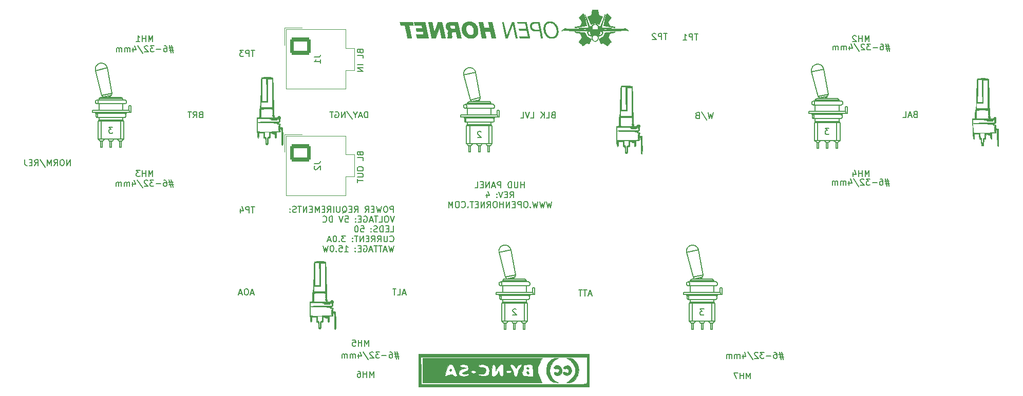
<source format=gbr>
%TF.GenerationSoftware,KiCad,Pcbnew,7.0.1*%
%TF.CreationDate,2024-02-29T20:03:47-07:00*%
%TF.ProjectId,HUD PANEL,48554420-5041-44e4-954c-2e6b69636164,4*%
%TF.SameCoordinates,Original*%
%TF.FileFunction,Legend,Bot*%
%TF.FilePolarity,Positive*%
%FSLAX46Y46*%
G04 Gerber Fmt 4.6, Leading zero omitted, Abs format (unit mm)*
G04 Created by KiCad (PCBNEW 7.0.1) date 2024-02-29 20:03:47*
%MOMM*%
%LPD*%
G01*
G04 APERTURE LIST*
G04 Aperture macros list*
%AMRoundRect*
0 Rectangle with rounded corners*
0 $1 Rounding radius*
0 $2 $3 $4 $5 $6 $7 $8 $9 X,Y pos of 4 corners*
0 Add a 4 corners polygon primitive as box body*
4,1,4,$2,$3,$4,$5,$6,$7,$8,$9,$2,$3,0*
0 Add four circle primitives for the rounded corners*
1,1,$1+$1,$2,$3*
1,1,$1+$1,$4,$5*
1,1,$1+$1,$6,$7*
1,1,$1+$1,$8,$9*
0 Add four rect primitives between the rounded corners*
20,1,$1+$1,$2,$3,$4,$5,0*
20,1,$1+$1,$4,$5,$6,$7,0*
20,1,$1+$1,$6,$7,$8,$9,0*
20,1,$1+$1,$8,$9,$2,$3,0*%
G04 Aperture macros list end*
%ADD10C,0.150000*%
%ADD11C,0.120000*%
%ADD12C,0.200000*%
%ADD13C,0.010000*%
%ADD14C,1.600000*%
%ADD15C,12.800000*%
%ADD16C,3.672000*%
%ADD17C,7.640752*%
%ADD18C,2.481250*%
%ADD19RoundRect,0.300001X-1.399999X1.099999X-1.399999X-1.099999X1.399999X-1.099999X1.399999X1.099999X0*%
%ADD20O,3.400000X2.800000*%
%ADD21C,4.400000*%
G04 APERTURE END LIST*
D10*
X136261904Y-72932619D02*
X136261904Y-71932619D01*
X136261904Y-71932619D02*
X135880952Y-71932619D01*
X135880952Y-71932619D02*
X135785714Y-71980238D01*
X135785714Y-71980238D02*
X135738095Y-72027857D01*
X135738095Y-72027857D02*
X135690476Y-72123095D01*
X135690476Y-72123095D02*
X135690476Y-72265952D01*
X135690476Y-72265952D02*
X135738095Y-72361190D01*
X135738095Y-72361190D02*
X135785714Y-72408809D01*
X135785714Y-72408809D02*
X135880952Y-72456428D01*
X135880952Y-72456428D02*
X136261904Y-72456428D01*
X135071428Y-71932619D02*
X134880952Y-71932619D01*
X134880952Y-71932619D02*
X134785714Y-71980238D01*
X134785714Y-71980238D02*
X134690476Y-72075476D01*
X134690476Y-72075476D02*
X134642857Y-72265952D01*
X134642857Y-72265952D02*
X134642857Y-72599285D01*
X134642857Y-72599285D02*
X134690476Y-72789761D01*
X134690476Y-72789761D02*
X134785714Y-72885000D01*
X134785714Y-72885000D02*
X134880952Y-72932619D01*
X134880952Y-72932619D02*
X135071428Y-72932619D01*
X135071428Y-72932619D02*
X135166666Y-72885000D01*
X135166666Y-72885000D02*
X135261904Y-72789761D01*
X135261904Y-72789761D02*
X135309523Y-72599285D01*
X135309523Y-72599285D02*
X135309523Y-72265952D01*
X135309523Y-72265952D02*
X135261904Y-72075476D01*
X135261904Y-72075476D02*
X135166666Y-71980238D01*
X135166666Y-71980238D02*
X135071428Y-71932619D01*
X134309523Y-71932619D02*
X134071428Y-72932619D01*
X134071428Y-72932619D02*
X133880952Y-72218333D01*
X133880952Y-72218333D02*
X133690476Y-72932619D01*
X133690476Y-72932619D02*
X133452381Y-71932619D01*
X133071428Y-72408809D02*
X132738095Y-72408809D01*
X132595238Y-72932619D02*
X133071428Y-72932619D01*
X133071428Y-72932619D02*
X133071428Y-71932619D01*
X133071428Y-71932619D02*
X132595238Y-71932619D01*
X131595238Y-72932619D02*
X131928571Y-72456428D01*
X132166666Y-72932619D02*
X132166666Y-71932619D01*
X132166666Y-71932619D02*
X131785714Y-71932619D01*
X131785714Y-71932619D02*
X131690476Y-71980238D01*
X131690476Y-71980238D02*
X131642857Y-72027857D01*
X131642857Y-72027857D02*
X131595238Y-72123095D01*
X131595238Y-72123095D02*
X131595238Y-72265952D01*
X131595238Y-72265952D02*
X131642857Y-72361190D01*
X131642857Y-72361190D02*
X131690476Y-72408809D01*
X131690476Y-72408809D02*
X131785714Y-72456428D01*
X131785714Y-72456428D02*
X132166666Y-72456428D01*
X129833333Y-72932619D02*
X130166666Y-72456428D01*
X130404761Y-72932619D02*
X130404761Y-71932619D01*
X130404761Y-71932619D02*
X130023809Y-71932619D01*
X130023809Y-71932619D02*
X129928571Y-71980238D01*
X129928571Y-71980238D02*
X129880952Y-72027857D01*
X129880952Y-72027857D02*
X129833333Y-72123095D01*
X129833333Y-72123095D02*
X129833333Y-72265952D01*
X129833333Y-72265952D02*
X129880952Y-72361190D01*
X129880952Y-72361190D02*
X129928571Y-72408809D01*
X129928571Y-72408809D02*
X130023809Y-72456428D01*
X130023809Y-72456428D02*
X130404761Y-72456428D01*
X129404761Y-72408809D02*
X129071428Y-72408809D01*
X128928571Y-72932619D02*
X129404761Y-72932619D01*
X129404761Y-72932619D02*
X129404761Y-71932619D01*
X129404761Y-71932619D02*
X128928571Y-71932619D01*
X127833333Y-73027857D02*
X127928571Y-72980238D01*
X127928571Y-72980238D02*
X128023809Y-72885000D01*
X128023809Y-72885000D02*
X128166666Y-72742142D01*
X128166666Y-72742142D02*
X128261904Y-72694523D01*
X128261904Y-72694523D02*
X128357142Y-72694523D01*
X128309523Y-72932619D02*
X128404761Y-72885000D01*
X128404761Y-72885000D02*
X128499999Y-72789761D01*
X128499999Y-72789761D02*
X128547618Y-72599285D01*
X128547618Y-72599285D02*
X128547618Y-72265952D01*
X128547618Y-72265952D02*
X128499999Y-72075476D01*
X128499999Y-72075476D02*
X128404761Y-71980238D01*
X128404761Y-71980238D02*
X128309523Y-71932619D01*
X128309523Y-71932619D02*
X128119047Y-71932619D01*
X128119047Y-71932619D02*
X128023809Y-71980238D01*
X128023809Y-71980238D02*
X127928571Y-72075476D01*
X127928571Y-72075476D02*
X127880952Y-72265952D01*
X127880952Y-72265952D02*
X127880952Y-72599285D01*
X127880952Y-72599285D02*
X127928571Y-72789761D01*
X127928571Y-72789761D02*
X128023809Y-72885000D01*
X128023809Y-72885000D02*
X128119047Y-72932619D01*
X128119047Y-72932619D02*
X128309523Y-72932619D01*
X127452380Y-71932619D02*
X127452380Y-72742142D01*
X127452380Y-72742142D02*
X127404761Y-72837380D01*
X127404761Y-72837380D02*
X127357142Y-72885000D01*
X127357142Y-72885000D02*
X127261904Y-72932619D01*
X127261904Y-72932619D02*
X127071428Y-72932619D01*
X127071428Y-72932619D02*
X126976190Y-72885000D01*
X126976190Y-72885000D02*
X126928571Y-72837380D01*
X126928571Y-72837380D02*
X126880952Y-72742142D01*
X126880952Y-72742142D02*
X126880952Y-71932619D01*
X126404761Y-72932619D02*
X126404761Y-71932619D01*
X125357143Y-72932619D02*
X125690476Y-72456428D01*
X125928571Y-72932619D02*
X125928571Y-71932619D01*
X125928571Y-71932619D02*
X125547619Y-71932619D01*
X125547619Y-71932619D02*
X125452381Y-71980238D01*
X125452381Y-71980238D02*
X125404762Y-72027857D01*
X125404762Y-72027857D02*
X125357143Y-72123095D01*
X125357143Y-72123095D02*
X125357143Y-72265952D01*
X125357143Y-72265952D02*
X125404762Y-72361190D01*
X125404762Y-72361190D02*
X125452381Y-72408809D01*
X125452381Y-72408809D02*
X125547619Y-72456428D01*
X125547619Y-72456428D02*
X125928571Y-72456428D01*
X124928571Y-72408809D02*
X124595238Y-72408809D01*
X124452381Y-72932619D02*
X124928571Y-72932619D01*
X124928571Y-72932619D02*
X124928571Y-71932619D01*
X124928571Y-71932619D02*
X124452381Y-71932619D01*
X124023809Y-72932619D02*
X124023809Y-71932619D01*
X124023809Y-71932619D02*
X123690476Y-72646904D01*
X123690476Y-72646904D02*
X123357143Y-71932619D01*
X123357143Y-71932619D02*
X123357143Y-72932619D01*
X122880952Y-72408809D02*
X122547619Y-72408809D01*
X122404762Y-72932619D02*
X122880952Y-72932619D01*
X122880952Y-72932619D02*
X122880952Y-71932619D01*
X122880952Y-71932619D02*
X122404762Y-71932619D01*
X121976190Y-72932619D02*
X121976190Y-71932619D01*
X121976190Y-71932619D02*
X121404762Y-72932619D01*
X121404762Y-72932619D02*
X121404762Y-71932619D01*
X121071428Y-71932619D02*
X120500000Y-71932619D01*
X120785714Y-72932619D02*
X120785714Y-71932619D01*
X120214285Y-72885000D02*
X120071428Y-72932619D01*
X120071428Y-72932619D02*
X119833333Y-72932619D01*
X119833333Y-72932619D02*
X119738095Y-72885000D01*
X119738095Y-72885000D02*
X119690476Y-72837380D01*
X119690476Y-72837380D02*
X119642857Y-72742142D01*
X119642857Y-72742142D02*
X119642857Y-72646904D01*
X119642857Y-72646904D02*
X119690476Y-72551666D01*
X119690476Y-72551666D02*
X119738095Y-72504047D01*
X119738095Y-72504047D02*
X119833333Y-72456428D01*
X119833333Y-72456428D02*
X120023809Y-72408809D01*
X120023809Y-72408809D02*
X120119047Y-72361190D01*
X120119047Y-72361190D02*
X120166666Y-72313571D01*
X120166666Y-72313571D02*
X120214285Y-72218333D01*
X120214285Y-72218333D02*
X120214285Y-72123095D01*
X120214285Y-72123095D02*
X120166666Y-72027857D01*
X120166666Y-72027857D02*
X120119047Y-71980238D01*
X120119047Y-71980238D02*
X120023809Y-71932619D01*
X120023809Y-71932619D02*
X119785714Y-71932619D01*
X119785714Y-71932619D02*
X119642857Y-71980238D01*
X119214285Y-72837380D02*
X119166666Y-72885000D01*
X119166666Y-72885000D02*
X119214285Y-72932619D01*
X119214285Y-72932619D02*
X119261904Y-72885000D01*
X119261904Y-72885000D02*
X119214285Y-72837380D01*
X119214285Y-72837380D02*
X119214285Y-72932619D01*
X119214285Y-72313571D02*
X119166666Y-72361190D01*
X119166666Y-72361190D02*
X119214285Y-72408809D01*
X119214285Y-72408809D02*
X119261904Y-72361190D01*
X119261904Y-72361190D02*
X119214285Y-72313571D01*
X119214285Y-72313571D02*
X119214285Y-72408809D01*
X136404761Y-73552619D02*
X136071428Y-74552619D01*
X136071428Y-74552619D02*
X135738095Y-73552619D01*
X135214285Y-73552619D02*
X135023809Y-73552619D01*
X135023809Y-73552619D02*
X134928571Y-73600238D01*
X134928571Y-73600238D02*
X134833333Y-73695476D01*
X134833333Y-73695476D02*
X134785714Y-73885952D01*
X134785714Y-73885952D02*
X134785714Y-74219285D01*
X134785714Y-74219285D02*
X134833333Y-74409761D01*
X134833333Y-74409761D02*
X134928571Y-74505000D01*
X134928571Y-74505000D02*
X135023809Y-74552619D01*
X135023809Y-74552619D02*
X135214285Y-74552619D01*
X135214285Y-74552619D02*
X135309523Y-74505000D01*
X135309523Y-74505000D02*
X135404761Y-74409761D01*
X135404761Y-74409761D02*
X135452380Y-74219285D01*
X135452380Y-74219285D02*
X135452380Y-73885952D01*
X135452380Y-73885952D02*
X135404761Y-73695476D01*
X135404761Y-73695476D02*
X135309523Y-73600238D01*
X135309523Y-73600238D02*
X135214285Y-73552619D01*
X133880952Y-74552619D02*
X134357142Y-74552619D01*
X134357142Y-74552619D02*
X134357142Y-73552619D01*
X133690475Y-73552619D02*
X133119047Y-73552619D01*
X133404761Y-74552619D02*
X133404761Y-73552619D01*
X132833332Y-74266904D02*
X132357142Y-74266904D01*
X132928570Y-74552619D02*
X132595237Y-73552619D01*
X132595237Y-73552619D02*
X132261904Y-74552619D01*
X131404761Y-73600238D02*
X131499999Y-73552619D01*
X131499999Y-73552619D02*
X131642856Y-73552619D01*
X131642856Y-73552619D02*
X131785713Y-73600238D01*
X131785713Y-73600238D02*
X131880951Y-73695476D01*
X131880951Y-73695476D02*
X131928570Y-73790714D01*
X131928570Y-73790714D02*
X131976189Y-73981190D01*
X131976189Y-73981190D02*
X131976189Y-74124047D01*
X131976189Y-74124047D02*
X131928570Y-74314523D01*
X131928570Y-74314523D02*
X131880951Y-74409761D01*
X131880951Y-74409761D02*
X131785713Y-74505000D01*
X131785713Y-74505000D02*
X131642856Y-74552619D01*
X131642856Y-74552619D02*
X131547618Y-74552619D01*
X131547618Y-74552619D02*
X131404761Y-74505000D01*
X131404761Y-74505000D02*
X131357142Y-74457380D01*
X131357142Y-74457380D02*
X131357142Y-74124047D01*
X131357142Y-74124047D02*
X131547618Y-74124047D01*
X130928570Y-74028809D02*
X130595237Y-74028809D01*
X130452380Y-74552619D02*
X130928570Y-74552619D01*
X130928570Y-74552619D02*
X130928570Y-73552619D01*
X130928570Y-73552619D02*
X130452380Y-73552619D01*
X130023808Y-74457380D02*
X129976189Y-74505000D01*
X129976189Y-74505000D02*
X130023808Y-74552619D01*
X130023808Y-74552619D02*
X130071427Y-74505000D01*
X130071427Y-74505000D02*
X130023808Y-74457380D01*
X130023808Y-74457380D02*
X130023808Y-74552619D01*
X130023808Y-73933571D02*
X129976189Y-73981190D01*
X129976189Y-73981190D02*
X130023808Y-74028809D01*
X130023808Y-74028809D02*
X130071427Y-73981190D01*
X130071427Y-73981190D02*
X130023808Y-73933571D01*
X130023808Y-73933571D02*
X130023808Y-74028809D01*
X128309523Y-73552619D02*
X128785713Y-73552619D01*
X128785713Y-73552619D02*
X128833332Y-74028809D01*
X128833332Y-74028809D02*
X128785713Y-73981190D01*
X128785713Y-73981190D02*
X128690475Y-73933571D01*
X128690475Y-73933571D02*
X128452380Y-73933571D01*
X128452380Y-73933571D02*
X128357142Y-73981190D01*
X128357142Y-73981190D02*
X128309523Y-74028809D01*
X128309523Y-74028809D02*
X128261904Y-74124047D01*
X128261904Y-74124047D02*
X128261904Y-74362142D01*
X128261904Y-74362142D02*
X128309523Y-74457380D01*
X128309523Y-74457380D02*
X128357142Y-74505000D01*
X128357142Y-74505000D02*
X128452380Y-74552619D01*
X128452380Y-74552619D02*
X128690475Y-74552619D01*
X128690475Y-74552619D02*
X128785713Y-74505000D01*
X128785713Y-74505000D02*
X128833332Y-74457380D01*
X127976189Y-73552619D02*
X127642856Y-74552619D01*
X127642856Y-74552619D02*
X127309523Y-73552619D01*
X126214284Y-74552619D02*
X126214284Y-73552619D01*
X126214284Y-73552619D02*
X125976189Y-73552619D01*
X125976189Y-73552619D02*
X125833332Y-73600238D01*
X125833332Y-73600238D02*
X125738094Y-73695476D01*
X125738094Y-73695476D02*
X125690475Y-73790714D01*
X125690475Y-73790714D02*
X125642856Y-73981190D01*
X125642856Y-73981190D02*
X125642856Y-74124047D01*
X125642856Y-74124047D02*
X125690475Y-74314523D01*
X125690475Y-74314523D02*
X125738094Y-74409761D01*
X125738094Y-74409761D02*
X125833332Y-74505000D01*
X125833332Y-74505000D02*
X125976189Y-74552619D01*
X125976189Y-74552619D02*
X126214284Y-74552619D01*
X124642856Y-74457380D02*
X124690475Y-74505000D01*
X124690475Y-74505000D02*
X124833332Y-74552619D01*
X124833332Y-74552619D02*
X124928570Y-74552619D01*
X124928570Y-74552619D02*
X125071427Y-74505000D01*
X125071427Y-74505000D02*
X125166665Y-74409761D01*
X125166665Y-74409761D02*
X125214284Y-74314523D01*
X125214284Y-74314523D02*
X125261903Y-74124047D01*
X125261903Y-74124047D02*
X125261903Y-73981190D01*
X125261903Y-73981190D02*
X125214284Y-73790714D01*
X125214284Y-73790714D02*
X125166665Y-73695476D01*
X125166665Y-73695476D02*
X125071427Y-73600238D01*
X125071427Y-73600238D02*
X124928570Y-73552619D01*
X124928570Y-73552619D02*
X124833332Y-73552619D01*
X124833332Y-73552619D02*
X124690475Y-73600238D01*
X124690475Y-73600238D02*
X124642856Y-73647857D01*
X135785714Y-76172619D02*
X136261904Y-76172619D01*
X136261904Y-76172619D02*
X136261904Y-75172619D01*
X135452380Y-75648809D02*
X135119047Y-75648809D01*
X134976190Y-76172619D02*
X135452380Y-76172619D01*
X135452380Y-76172619D02*
X135452380Y-75172619D01*
X135452380Y-75172619D02*
X134976190Y-75172619D01*
X134547618Y-76172619D02*
X134547618Y-75172619D01*
X134547618Y-75172619D02*
X134309523Y-75172619D01*
X134309523Y-75172619D02*
X134166666Y-75220238D01*
X134166666Y-75220238D02*
X134071428Y-75315476D01*
X134071428Y-75315476D02*
X134023809Y-75410714D01*
X134023809Y-75410714D02*
X133976190Y-75601190D01*
X133976190Y-75601190D02*
X133976190Y-75744047D01*
X133976190Y-75744047D02*
X134023809Y-75934523D01*
X134023809Y-75934523D02*
X134071428Y-76029761D01*
X134071428Y-76029761D02*
X134166666Y-76125000D01*
X134166666Y-76125000D02*
X134309523Y-76172619D01*
X134309523Y-76172619D02*
X134547618Y-76172619D01*
X133595237Y-76125000D02*
X133452380Y-76172619D01*
X133452380Y-76172619D02*
X133214285Y-76172619D01*
X133214285Y-76172619D02*
X133119047Y-76125000D01*
X133119047Y-76125000D02*
X133071428Y-76077380D01*
X133071428Y-76077380D02*
X133023809Y-75982142D01*
X133023809Y-75982142D02*
X133023809Y-75886904D01*
X133023809Y-75886904D02*
X133071428Y-75791666D01*
X133071428Y-75791666D02*
X133119047Y-75744047D01*
X133119047Y-75744047D02*
X133214285Y-75696428D01*
X133214285Y-75696428D02*
X133404761Y-75648809D01*
X133404761Y-75648809D02*
X133499999Y-75601190D01*
X133499999Y-75601190D02*
X133547618Y-75553571D01*
X133547618Y-75553571D02*
X133595237Y-75458333D01*
X133595237Y-75458333D02*
X133595237Y-75363095D01*
X133595237Y-75363095D02*
X133547618Y-75267857D01*
X133547618Y-75267857D02*
X133499999Y-75220238D01*
X133499999Y-75220238D02*
X133404761Y-75172619D01*
X133404761Y-75172619D02*
X133166666Y-75172619D01*
X133166666Y-75172619D02*
X133023809Y-75220238D01*
X132595237Y-76077380D02*
X132547618Y-76125000D01*
X132547618Y-76125000D02*
X132595237Y-76172619D01*
X132595237Y-76172619D02*
X132642856Y-76125000D01*
X132642856Y-76125000D02*
X132595237Y-76077380D01*
X132595237Y-76077380D02*
X132595237Y-76172619D01*
X132595237Y-75553571D02*
X132547618Y-75601190D01*
X132547618Y-75601190D02*
X132595237Y-75648809D01*
X132595237Y-75648809D02*
X132642856Y-75601190D01*
X132642856Y-75601190D02*
X132595237Y-75553571D01*
X132595237Y-75553571D02*
X132595237Y-75648809D01*
X130880952Y-75172619D02*
X131357142Y-75172619D01*
X131357142Y-75172619D02*
X131404761Y-75648809D01*
X131404761Y-75648809D02*
X131357142Y-75601190D01*
X131357142Y-75601190D02*
X131261904Y-75553571D01*
X131261904Y-75553571D02*
X131023809Y-75553571D01*
X131023809Y-75553571D02*
X130928571Y-75601190D01*
X130928571Y-75601190D02*
X130880952Y-75648809D01*
X130880952Y-75648809D02*
X130833333Y-75744047D01*
X130833333Y-75744047D02*
X130833333Y-75982142D01*
X130833333Y-75982142D02*
X130880952Y-76077380D01*
X130880952Y-76077380D02*
X130928571Y-76125000D01*
X130928571Y-76125000D02*
X131023809Y-76172619D01*
X131023809Y-76172619D02*
X131261904Y-76172619D01*
X131261904Y-76172619D02*
X131357142Y-76125000D01*
X131357142Y-76125000D02*
X131404761Y-76077380D01*
X130214285Y-75172619D02*
X130119047Y-75172619D01*
X130119047Y-75172619D02*
X130023809Y-75220238D01*
X130023809Y-75220238D02*
X129976190Y-75267857D01*
X129976190Y-75267857D02*
X129928571Y-75363095D01*
X129928571Y-75363095D02*
X129880952Y-75553571D01*
X129880952Y-75553571D02*
X129880952Y-75791666D01*
X129880952Y-75791666D02*
X129928571Y-75982142D01*
X129928571Y-75982142D02*
X129976190Y-76077380D01*
X129976190Y-76077380D02*
X130023809Y-76125000D01*
X130023809Y-76125000D02*
X130119047Y-76172619D01*
X130119047Y-76172619D02*
X130214285Y-76172619D01*
X130214285Y-76172619D02*
X130309523Y-76125000D01*
X130309523Y-76125000D02*
X130357142Y-76077380D01*
X130357142Y-76077380D02*
X130404761Y-75982142D01*
X130404761Y-75982142D02*
X130452380Y-75791666D01*
X130452380Y-75791666D02*
X130452380Y-75553571D01*
X130452380Y-75553571D02*
X130404761Y-75363095D01*
X130404761Y-75363095D02*
X130357142Y-75267857D01*
X130357142Y-75267857D02*
X130309523Y-75220238D01*
X130309523Y-75220238D02*
X130214285Y-75172619D01*
X135690476Y-77697380D02*
X135738095Y-77745000D01*
X135738095Y-77745000D02*
X135880952Y-77792619D01*
X135880952Y-77792619D02*
X135976190Y-77792619D01*
X135976190Y-77792619D02*
X136119047Y-77745000D01*
X136119047Y-77745000D02*
X136214285Y-77649761D01*
X136214285Y-77649761D02*
X136261904Y-77554523D01*
X136261904Y-77554523D02*
X136309523Y-77364047D01*
X136309523Y-77364047D02*
X136309523Y-77221190D01*
X136309523Y-77221190D02*
X136261904Y-77030714D01*
X136261904Y-77030714D02*
X136214285Y-76935476D01*
X136214285Y-76935476D02*
X136119047Y-76840238D01*
X136119047Y-76840238D02*
X135976190Y-76792619D01*
X135976190Y-76792619D02*
X135880952Y-76792619D01*
X135880952Y-76792619D02*
X135738095Y-76840238D01*
X135738095Y-76840238D02*
X135690476Y-76887857D01*
X135261904Y-76792619D02*
X135261904Y-77602142D01*
X135261904Y-77602142D02*
X135214285Y-77697380D01*
X135214285Y-77697380D02*
X135166666Y-77745000D01*
X135166666Y-77745000D02*
X135071428Y-77792619D01*
X135071428Y-77792619D02*
X134880952Y-77792619D01*
X134880952Y-77792619D02*
X134785714Y-77745000D01*
X134785714Y-77745000D02*
X134738095Y-77697380D01*
X134738095Y-77697380D02*
X134690476Y-77602142D01*
X134690476Y-77602142D02*
X134690476Y-76792619D01*
X133642857Y-77792619D02*
X133976190Y-77316428D01*
X134214285Y-77792619D02*
X134214285Y-76792619D01*
X134214285Y-76792619D02*
X133833333Y-76792619D01*
X133833333Y-76792619D02*
X133738095Y-76840238D01*
X133738095Y-76840238D02*
X133690476Y-76887857D01*
X133690476Y-76887857D02*
X133642857Y-76983095D01*
X133642857Y-76983095D02*
X133642857Y-77125952D01*
X133642857Y-77125952D02*
X133690476Y-77221190D01*
X133690476Y-77221190D02*
X133738095Y-77268809D01*
X133738095Y-77268809D02*
X133833333Y-77316428D01*
X133833333Y-77316428D02*
X134214285Y-77316428D01*
X132642857Y-77792619D02*
X132976190Y-77316428D01*
X133214285Y-77792619D02*
X133214285Y-76792619D01*
X133214285Y-76792619D02*
X132833333Y-76792619D01*
X132833333Y-76792619D02*
X132738095Y-76840238D01*
X132738095Y-76840238D02*
X132690476Y-76887857D01*
X132690476Y-76887857D02*
X132642857Y-76983095D01*
X132642857Y-76983095D02*
X132642857Y-77125952D01*
X132642857Y-77125952D02*
X132690476Y-77221190D01*
X132690476Y-77221190D02*
X132738095Y-77268809D01*
X132738095Y-77268809D02*
X132833333Y-77316428D01*
X132833333Y-77316428D02*
X133214285Y-77316428D01*
X132214285Y-77268809D02*
X131880952Y-77268809D01*
X131738095Y-77792619D02*
X132214285Y-77792619D01*
X132214285Y-77792619D02*
X132214285Y-76792619D01*
X132214285Y-76792619D02*
X131738095Y-76792619D01*
X131309523Y-77792619D02*
X131309523Y-76792619D01*
X131309523Y-76792619D02*
X130738095Y-77792619D01*
X130738095Y-77792619D02*
X130738095Y-76792619D01*
X130404761Y-76792619D02*
X129833333Y-76792619D01*
X130119047Y-77792619D02*
X130119047Y-76792619D01*
X129499999Y-77697380D02*
X129452380Y-77745000D01*
X129452380Y-77745000D02*
X129499999Y-77792619D01*
X129499999Y-77792619D02*
X129547618Y-77745000D01*
X129547618Y-77745000D02*
X129499999Y-77697380D01*
X129499999Y-77697380D02*
X129499999Y-77792619D01*
X129499999Y-77173571D02*
X129452380Y-77221190D01*
X129452380Y-77221190D02*
X129499999Y-77268809D01*
X129499999Y-77268809D02*
X129547618Y-77221190D01*
X129547618Y-77221190D02*
X129499999Y-77173571D01*
X129499999Y-77173571D02*
X129499999Y-77268809D01*
X128357142Y-76792619D02*
X127738095Y-76792619D01*
X127738095Y-76792619D02*
X128071428Y-77173571D01*
X128071428Y-77173571D02*
X127928571Y-77173571D01*
X127928571Y-77173571D02*
X127833333Y-77221190D01*
X127833333Y-77221190D02*
X127785714Y-77268809D01*
X127785714Y-77268809D02*
X127738095Y-77364047D01*
X127738095Y-77364047D02*
X127738095Y-77602142D01*
X127738095Y-77602142D02*
X127785714Y-77697380D01*
X127785714Y-77697380D02*
X127833333Y-77745000D01*
X127833333Y-77745000D02*
X127928571Y-77792619D01*
X127928571Y-77792619D02*
X128214285Y-77792619D01*
X128214285Y-77792619D02*
X128309523Y-77745000D01*
X128309523Y-77745000D02*
X128357142Y-77697380D01*
X127309523Y-77697380D02*
X127261904Y-77745000D01*
X127261904Y-77745000D02*
X127309523Y-77792619D01*
X127309523Y-77792619D02*
X127357142Y-77745000D01*
X127357142Y-77745000D02*
X127309523Y-77697380D01*
X127309523Y-77697380D02*
X127309523Y-77792619D01*
X126642857Y-76792619D02*
X126547619Y-76792619D01*
X126547619Y-76792619D02*
X126452381Y-76840238D01*
X126452381Y-76840238D02*
X126404762Y-76887857D01*
X126404762Y-76887857D02*
X126357143Y-76983095D01*
X126357143Y-76983095D02*
X126309524Y-77173571D01*
X126309524Y-77173571D02*
X126309524Y-77411666D01*
X126309524Y-77411666D02*
X126357143Y-77602142D01*
X126357143Y-77602142D02*
X126404762Y-77697380D01*
X126404762Y-77697380D02*
X126452381Y-77745000D01*
X126452381Y-77745000D02*
X126547619Y-77792619D01*
X126547619Y-77792619D02*
X126642857Y-77792619D01*
X126642857Y-77792619D02*
X126738095Y-77745000D01*
X126738095Y-77745000D02*
X126785714Y-77697380D01*
X126785714Y-77697380D02*
X126833333Y-77602142D01*
X126833333Y-77602142D02*
X126880952Y-77411666D01*
X126880952Y-77411666D02*
X126880952Y-77173571D01*
X126880952Y-77173571D02*
X126833333Y-76983095D01*
X126833333Y-76983095D02*
X126785714Y-76887857D01*
X126785714Y-76887857D02*
X126738095Y-76840238D01*
X126738095Y-76840238D02*
X126642857Y-76792619D01*
X125928571Y-77506904D02*
X125452381Y-77506904D01*
X126023809Y-77792619D02*
X125690476Y-76792619D01*
X125690476Y-76792619D02*
X125357143Y-77792619D01*
X136357142Y-78412619D02*
X136119047Y-79412619D01*
X136119047Y-79412619D02*
X135928571Y-78698333D01*
X135928571Y-78698333D02*
X135738095Y-79412619D01*
X135738095Y-79412619D02*
X135500000Y-78412619D01*
X135166666Y-79126904D02*
X134690476Y-79126904D01*
X135261904Y-79412619D02*
X134928571Y-78412619D01*
X134928571Y-78412619D02*
X134595238Y-79412619D01*
X134404761Y-78412619D02*
X133833333Y-78412619D01*
X134119047Y-79412619D02*
X134119047Y-78412619D01*
X133642856Y-78412619D02*
X133071428Y-78412619D01*
X133357142Y-79412619D02*
X133357142Y-78412619D01*
X132785713Y-79126904D02*
X132309523Y-79126904D01*
X132880951Y-79412619D02*
X132547618Y-78412619D01*
X132547618Y-78412619D02*
X132214285Y-79412619D01*
X131357142Y-78460238D02*
X131452380Y-78412619D01*
X131452380Y-78412619D02*
X131595237Y-78412619D01*
X131595237Y-78412619D02*
X131738094Y-78460238D01*
X131738094Y-78460238D02*
X131833332Y-78555476D01*
X131833332Y-78555476D02*
X131880951Y-78650714D01*
X131880951Y-78650714D02*
X131928570Y-78841190D01*
X131928570Y-78841190D02*
X131928570Y-78984047D01*
X131928570Y-78984047D02*
X131880951Y-79174523D01*
X131880951Y-79174523D02*
X131833332Y-79269761D01*
X131833332Y-79269761D02*
X131738094Y-79365000D01*
X131738094Y-79365000D02*
X131595237Y-79412619D01*
X131595237Y-79412619D02*
X131499999Y-79412619D01*
X131499999Y-79412619D02*
X131357142Y-79365000D01*
X131357142Y-79365000D02*
X131309523Y-79317380D01*
X131309523Y-79317380D02*
X131309523Y-78984047D01*
X131309523Y-78984047D02*
X131499999Y-78984047D01*
X130880951Y-78888809D02*
X130547618Y-78888809D01*
X130404761Y-79412619D02*
X130880951Y-79412619D01*
X130880951Y-79412619D02*
X130880951Y-78412619D01*
X130880951Y-78412619D02*
X130404761Y-78412619D01*
X129976189Y-79317380D02*
X129928570Y-79365000D01*
X129928570Y-79365000D02*
X129976189Y-79412619D01*
X129976189Y-79412619D02*
X130023808Y-79365000D01*
X130023808Y-79365000D02*
X129976189Y-79317380D01*
X129976189Y-79317380D02*
X129976189Y-79412619D01*
X129976189Y-78793571D02*
X129928570Y-78841190D01*
X129928570Y-78841190D02*
X129976189Y-78888809D01*
X129976189Y-78888809D02*
X130023808Y-78841190D01*
X130023808Y-78841190D02*
X129976189Y-78793571D01*
X129976189Y-78793571D02*
X129976189Y-78888809D01*
X128214285Y-79412619D02*
X128785713Y-79412619D01*
X128499999Y-79412619D02*
X128499999Y-78412619D01*
X128499999Y-78412619D02*
X128595237Y-78555476D01*
X128595237Y-78555476D02*
X128690475Y-78650714D01*
X128690475Y-78650714D02*
X128785713Y-78698333D01*
X127309523Y-78412619D02*
X127785713Y-78412619D01*
X127785713Y-78412619D02*
X127833332Y-78888809D01*
X127833332Y-78888809D02*
X127785713Y-78841190D01*
X127785713Y-78841190D02*
X127690475Y-78793571D01*
X127690475Y-78793571D02*
X127452380Y-78793571D01*
X127452380Y-78793571D02*
X127357142Y-78841190D01*
X127357142Y-78841190D02*
X127309523Y-78888809D01*
X127309523Y-78888809D02*
X127261904Y-78984047D01*
X127261904Y-78984047D02*
X127261904Y-79222142D01*
X127261904Y-79222142D02*
X127309523Y-79317380D01*
X127309523Y-79317380D02*
X127357142Y-79365000D01*
X127357142Y-79365000D02*
X127452380Y-79412619D01*
X127452380Y-79412619D02*
X127690475Y-79412619D01*
X127690475Y-79412619D02*
X127785713Y-79365000D01*
X127785713Y-79365000D02*
X127833332Y-79317380D01*
X126833332Y-79317380D02*
X126785713Y-79365000D01*
X126785713Y-79365000D02*
X126833332Y-79412619D01*
X126833332Y-79412619D02*
X126880951Y-79365000D01*
X126880951Y-79365000D02*
X126833332Y-79317380D01*
X126833332Y-79317380D02*
X126833332Y-79412619D01*
X126166666Y-78412619D02*
X126071428Y-78412619D01*
X126071428Y-78412619D02*
X125976190Y-78460238D01*
X125976190Y-78460238D02*
X125928571Y-78507857D01*
X125928571Y-78507857D02*
X125880952Y-78603095D01*
X125880952Y-78603095D02*
X125833333Y-78793571D01*
X125833333Y-78793571D02*
X125833333Y-79031666D01*
X125833333Y-79031666D02*
X125880952Y-79222142D01*
X125880952Y-79222142D02*
X125928571Y-79317380D01*
X125928571Y-79317380D02*
X125976190Y-79365000D01*
X125976190Y-79365000D02*
X126071428Y-79412619D01*
X126071428Y-79412619D02*
X126166666Y-79412619D01*
X126166666Y-79412619D02*
X126261904Y-79365000D01*
X126261904Y-79365000D02*
X126309523Y-79317380D01*
X126309523Y-79317380D02*
X126357142Y-79222142D01*
X126357142Y-79222142D02*
X126404761Y-79031666D01*
X126404761Y-79031666D02*
X126404761Y-78793571D01*
X126404761Y-78793571D02*
X126357142Y-78603095D01*
X126357142Y-78603095D02*
X126309523Y-78507857D01*
X126309523Y-78507857D02*
X126261904Y-78460238D01*
X126261904Y-78460238D02*
X126166666Y-78412619D01*
X125499999Y-78412619D02*
X125261904Y-79412619D01*
X125261904Y-79412619D02*
X125071428Y-78698333D01*
X125071428Y-78698333D02*
X124880952Y-79412619D01*
X124880952Y-79412619D02*
X124642857Y-78412619D01*
X138273809Y-86296904D02*
X137797619Y-86296904D01*
X138369047Y-86582619D02*
X138035714Y-85582619D01*
X138035714Y-85582619D02*
X137702381Y-86582619D01*
X136892857Y-86582619D02*
X137369047Y-86582619D01*
X137369047Y-86582619D02*
X137369047Y-85582619D01*
X136702380Y-85582619D02*
X136130952Y-85582619D01*
X136416666Y-86582619D02*
X136416666Y-85582619D01*
X82968094Y-65222619D02*
X82968094Y-64222619D01*
X82968094Y-64222619D02*
X82396666Y-65222619D01*
X82396666Y-65222619D02*
X82396666Y-64222619D01*
X81729999Y-64222619D02*
X81539523Y-64222619D01*
X81539523Y-64222619D02*
X81444285Y-64270238D01*
X81444285Y-64270238D02*
X81349047Y-64365476D01*
X81349047Y-64365476D02*
X81301428Y-64555952D01*
X81301428Y-64555952D02*
X81301428Y-64889285D01*
X81301428Y-64889285D02*
X81349047Y-65079761D01*
X81349047Y-65079761D02*
X81444285Y-65175000D01*
X81444285Y-65175000D02*
X81539523Y-65222619D01*
X81539523Y-65222619D02*
X81729999Y-65222619D01*
X81729999Y-65222619D02*
X81825237Y-65175000D01*
X81825237Y-65175000D02*
X81920475Y-65079761D01*
X81920475Y-65079761D02*
X81968094Y-64889285D01*
X81968094Y-64889285D02*
X81968094Y-64555952D01*
X81968094Y-64555952D02*
X81920475Y-64365476D01*
X81920475Y-64365476D02*
X81825237Y-64270238D01*
X81825237Y-64270238D02*
X81729999Y-64222619D01*
X80301428Y-65222619D02*
X80634761Y-64746428D01*
X80872856Y-65222619D02*
X80872856Y-64222619D01*
X80872856Y-64222619D02*
X80491904Y-64222619D01*
X80491904Y-64222619D02*
X80396666Y-64270238D01*
X80396666Y-64270238D02*
X80349047Y-64317857D01*
X80349047Y-64317857D02*
X80301428Y-64413095D01*
X80301428Y-64413095D02*
X80301428Y-64555952D01*
X80301428Y-64555952D02*
X80349047Y-64651190D01*
X80349047Y-64651190D02*
X80396666Y-64698809D01*
X80396666Y-64698809D02*
X80491904Y-64746428D01*
X80491904Y-64746428D02*
X80872856Y-64746428D01*
X79872856Y-65222619D02*
X79872856Y-64222619D01*
X79872856Y-64222619D02*
X79539523Y-64936904D01*
X79539523Y-64936904D02*
X79206190Y-64222619D01*
X79206190Y-64222619D02*
X79206190Y-65222619D01*
X78015714Y-64175000D02*
X78872856Y-65460714D01*
X77110952Y-65222619D02*
X77444285Y-64746428D01*
X77682380Y-65222619D02*
X77682380Y-64222619D01*
X77682380Y-64222619D02*
X77301428Y-64222619D01*
X77301428Y-64222619D02*
X77206190Y-64270238D01*
X77206190Y-64270238D02*
X77158571Y-64317857D01*
X77158571Y-64317857D02*
X77110952Y-64413095D01*
X77110952Y-64413095D02*
X77110952Y-64555952D01*
X77110952Y-64555952D02*
X77158571Y-64651190D01*
X77158571Y-64651190D02*
X77206190Y-64698809D01*
X77206190Y-64698809D02*
X77301428Y-64746428D01*
X77301428Y-64746428D02*
X77682380Y-64746428D01*
X76682380Y-64698809D02*
X76349047Y-64698809D01*
X76206190Y-65222619D02*
X76682380Y-65222619D01*
X76682380Y-65222619D02*
X76682380Y-64222619D01*
X76682380Y-64222619D02*
X76206190Y-64222619D01*
X75491904Y-64222619D02*
X75491904Y-64936904D01*
X75491904Y-64936904D02*
X75539523Y-65079761D01*
X75539523Y-65079761D02*
X75634761Y-65175000D01*
X75634761Y-65175000D02*
X75777618Y-65222619D01*
X75777618Y-65222619D02*
X75872856Y-65222619D01*
X188972380Y-56422619D02*
X188734285Y-57422619D01*
X188734285Y-57422619D02*
X188543809Y-56708333D01*
X188543809Y-56708333D02*
X188353333Y-57422619D01*
X188353333Y-57422619D02*
X188115238Y-56422619D01*
X187020000Y-56375000D02*
X187877142Y-57660714D01*
X186353333Y-56898809D02*
X186210476Y-56946428D01*
X186210476Y-56946428D02*
X186162857Y-56994047D01*
X186162857Y-56994047D02*
X186115238Y-57089285D01*
X186115238Y-57089285D02*
X186115238Y-57232142D01*
X186115238Y-57232142D02*
X186162857Y-57327380D01*
X186162857Y-57327380D02*
X186210476Y-57375000D01*
X186210476Y-57375000D02*
X186305714Y-57422619D01*
X186305714Y-57422619D02*
X186686666Y-57422619D01*
X186686666Y-57422619D02*
X186686666Y-56422619D01*
X186686666Y-56422619D02*
X186353333Y-56422619D01*
X186353333Y-56422619D02*
X186258095Y-56470238D01*
X186258095Y-56470238D02*
X186210476Y-56517857D01*
X186210476Y-56517857D02*
X186162857Y-56613095D01*
X186162857Y-56613095D02*
X186162857Y-56708333D01*
X186162857Y-56708333D02*
X186210476Y-56803571D01*
X186210476Y-56803571D02*
X186258095Y-56851190D01*
X186258095Y-56851190D02*
X186353333Y-56898809D01*
X186353333Y-56898809D02*
X186686666Y-56898809D01*
X168919999Y-86406904D02*
X168443809Y-86406904D01*
X169015237Y-86692619D02*
X168681904Y-85692619D01*
X168681904Y-85692619D02*
X168348571Y-86692619D01*
X168158094Y-85692619D02*
X167586666Y-85692619D01*
X167872380Y-86692619D02*
X167872380Y-85692619D01*
X167396189Y-85692619D02*
X166824761Y-85692619D01*
X167110475Y-86692619D02*
X167110475Y-85692619D01*
X132017618Y-57302619D02*
X132017618Y-56302619D01*
X132017618Y-56302619D02*
X131779523Y-56302619D01*
X131779523Y-56302619D02*
X131636666Y-56350238D01*
X131636666Y-56350238D02*
X131541428Y-56445476D01*
X131541428Y-56445476D02*
X131493809Y-56540714D01*
X131493809Y-56540714D02*
X131446190Y-56731190D01*
X131446190Y-56731190D02*
X131446190Y-56874047D01*
X131446190Y-56874047D02*
X131493809Y-57064523D01*
X131493809Y-57064523D02*
X131541428Y-57159761D01*
X131541428Y-57159761D02*
X131636666Y-57255000D01*
X131636666Y-57255000D02*
X131779523Y-57302619D01*
X131779523Y-57302619D02*
X132017618Y-57302619D01*
X131065237Y-57016904D02*
X130589047Y-57016904D01*
X131160475Y-57302619D02*
X130827142Y-56302619D01*
X130827142Y-56302619D02*
X130493809Y-57302619D01*
X129969999Y-56826428D02*
X129969999Y-57302619D01*
X130303332Y-56302619D02*
X129969999Y-56826428D01*
X129969999Y-56826428D02*
X129636666Y-56302619D01*
X128589047Y-56255000D02*
X129446189Y-57540714D01*
X128255713Y-57302619D02*
X128255713Y-56302619D01*
X128255713Y-56302619D02*
X127684285Y-57302619D01*
X127684285Y-57302619D02*
X127684285Y-56302619D01*
X126684285Y-56350238D02*
X126779523Y-56302619D01*
X126779523Y-56302619D02*
X126922380Y-56302619D01*
X126922380Y-56302619D02*
X127065237Y-56350238D01*
X127065237Y-56350238D02*
X127160475Y-56445476D01*
X127160475Y-56445476D02*
X127208094Y-56540714D01*
X127208094Y-56540714D02*
X127255713Y-56731190D01*
X127255713Y-56731190D02*
X127255713Y-56874047D01*
X127255713Y-56874047D02*
X127208094Y-57064523D01*
X127208094Y-57064523D02*
X127160475Y-57159761D01*
X127160475Y-57159761D02*
X127065237Y-57255000D01*
X127065237Y-57255000D02*
X126922380Y-57302619D01*
X126922380Y-57302619D02*
X126827142Y-57302619D01*
X126827142Y-57302619D02*
X126684285Y-57255000D01*
X126684285Y-57255000D02*
X126636666Y-57207380D01*
X126636666Y-57207380D02*
X126636666Y-56874047D01*
X126636666Y-56874047D02*
X126827142Y-56874047D01*
X126350951Y-56302619D02*
X125779523Y-56302619D01*
X126065237Y-57302619D02*
X126065237Y-56302619D01*
X162599381Y-56834809D02*
X162456524Y-56882428D01*
X162456524Y-56882428D02*
X162408905Y-56930047D01*
X162408905Y-56930047D02*
X162361286Y-57025285D01*
X162361286Y-57025285D02*
X162361286Y-57168142D01*
X162361286Y-57168142D02*
X162408905Y-57263380D01*
X162408905Y-57263380D02*
X162456524Y-57311000D01*
X162456524Y-57311000D02*
X162551762Y-57358619D01*
X162551762Y-57358619D02*
X162932714Y-57358619D01*
X162932714Y-57358619D02*
X162932714Y-56358619D01*
X162932714Y-56358619D02*
X162599381Y-56358619D01*
X162599381Y-56358619D02*
X162504143Y-56406238D01*
X162504143Y-56406238D02*
X162456524Y-56453857D01*
X162456524Y-56453857D02*
X162408905Y-56549095D01*
X162408905Y-56549095D02*
X162408905Y-56644333D01*
X162408905Y-56644333D02*
X162456524Y-56739571D01*
X162456524Y-56739571D02*
X162504143Y-56787190D01*
X162504143Y-56787190D02*
X162599381Y-56834809D01*
X162599381Y-56834809D02*
X162932714Y-56834809D01*
X161456524Y-57358619D02*
X161932714Y-57358619D01*
X161932714Y-57358619D02*
X161932714Y-56358619D01*
X161123190Y-57358619D02*
X161123190Y-56358619D01*
X160551762Y-57358619D02*
X160980333Y-56787190D01*
X160551762Y-56358619D02*
X161123190Y-56930047D01*
X158885095Y-57358619D02*
X159361285Y-57358619D01*
X159361285Y-57358619D02*
X159361285Y-56358619D01*
X158694618Y-56358619D02*
X158361285Y-57358619D01*
X158361285Y-57358619D02*
X158027952Y-56358619D01*
X157218428Y-57358619D02*
X157694618Y-57358619D01*
X157694618Y-57358619D02*
X157694618Y-56358619D01*
X104479523Y-56778809D02*
X104336666Y-56826428D01*
X104336666Y-56826428D02*
X104289047Y-56874047D01*
X104289047Y-56874047D02*
X104241428Y-56969285D01*
X104241428Y-56969285D02*
X104241428Y-57112142D01*
X104241428Y-57112142D02*
X104289047Y-57207380D01*
X104289047Y-57207380D02*
X104336666Y-57255000D01*
X104336666Y-57255000D02*
X104431904Y-57302619D01*
X104431904Y-57302619D02*
X104812856Y-57302619D01*
X104812856Y-57302619D02*
X104812856Y-56302619D01*
X104812856Y-56302619D02*
X104479523Y-56302619D01*
X104479523Y-56302619D02*
X104384285Y-56350238D01*
X104384285Y-56350238D02*
X104336666Y-56397857D01*
X104336666Y-56397857D02*
X104289047Y-56493095D01*
X104289047Y-56493095D02*
X104289047Y-56588333D01*
X104289047Y-56588333D02*
X104336666Y-56683571D01*
X104336666Y-56683571D02*
X104384285Y-56731190D01*
X104384285Y-56731190D02*
X104479523Y-56778809D01*
X104479523Y-56778809D02*
X104812856Y-56778809D01*
X103241428Y-57302619D02*
X103574761Y-56826428D01*
X103812856Y-57302619D02*
X103812856Y-56302619D01*
X103812856Y-56302619D02*
X103431904Y-56302619D01*
X103431904Y-56302619D02*
X103336666Y-56350238D01*
X103336666Y-56350238D02*
X103289047Y-56397857D01*
X103289047Y-56397857D02*
X103241428Y-56493095D01*
X103241428Y-56493095D02*
X103241428Y-56635952D01*
X103241428Y-56635952D02*
X103289047Y-56731190D01*
X103289047Y-56731190D02*
X103336666Y-56778809D01*
X103336666Y-56778809D02*
X103431904Y-56826428D01*
X103431904Y-56826428D02*
X103812856Y-56826428D01*
X102955713Y-56302619D02*
X102384285Y-56302619D01*
X102669999Y-57302619D02*
X102669999Y-56302619D01*
X222261904Y-56718809D02*
X222119047Y-56766428D01*
X222119047Y-56766428D02*
X222071428Y-56814047D01*
X222071428Y-56814047D02*
X222023809Y-56909285D01*
X222023809Y-56909285D02*
X222023809Y-57052142D01*
X222023809Y-57052142D02*
X222071428Y-57147380D01*
X222071428Y-57147380D02*
X222119047Y-57195000D01*
X222119047Y-57195000D02*
X222214285Y-57242619D01*
X222214285Y-57242619D02*
X222595237Y-57242619D01*
X222595237Y-57242619D02*
X222595237Y-56242619D01*
X222595237Y-56242619D02*
X222261904Y-56242619D01*
X222261904Y-56242619D02*
X222166666Y-56290238D01*
X222166666Y-56290238D02*
X222119047Y-56337857D01*
X222119047Y-56337857D02*
X222071428Y-56433095D01*
X222071428Y-56433095D02*
X222071428Y-56528333D01*
X222071428Y-56528333D02*
X222119047Y-56623571D01*
X222119047Y-56623571D02*
X222166666Y-56671190D01*
X222166666Y-56671190D02*
X222261904Y-56718809D01*
X222261904Y-56718809D02*
X222595237Y-56718809D01*
X221642856Y-56956904D02*
X221166666Y-56956904D01*
X221738094Y-57242619D02*
X221404761Y-56242619D01*
X221404761Y-56242619D02*
X221071428Y-57242619D01*
X220261904Y-57242619D02*
X220738094Y-57242619D01*
X220738094Y-57242619D02*
X220738094Y-56242619D01*
X157819999Y-68892619D02*
X157819999Y-67892619D01*
X157819999Y-68368809D02*
X157248571Y-68368809D01*
X157248571Y-68892619D02*
X157248571Y-67892619D01*
X156772380Y-67892619D02*
X156772380Y-68702142D01*
X156772380Y-68702142D02*
X156724761Y-68797380D01*
X156724761Y-68797380D02*
X156677142Y-68845000D01*
X156677142Y-68845000D02*
X156581904Y-68892619D01*
X156581904Y-68892619D02*
X156391428Y-68892619D01*
X156391428Y-68892619D02*
X156296190Y-68845000D01*
X156296190Y-68845000D02*
X156248571Y-68797380D01*
X156248571Y-68797380D02*
X156200952Y-68702142D01*
X156200952Y-68702142D02*
X156200952Y-67892619D01*
X155724761Y-68892619D02*
X155724761Y-67892619D01*
X155724761Y-67892619D02*
X155486666Y-67892619D01*
X155486666Y-67892619D02*
X155343809Y-67940238D01*
X155343809Y-67940238D02*
X155248571Y-68035476D01*
X155248571Y-68035476D02*
X155200952Y-68130714D01*
X155200952Y-68130714D02*
X155153333Y-68321190D01*
X155153333Y-68321190D02*
X155153333Y-68464047D01*
X155153333Y-68464047D02*
X155200952Y-68654523D01*
X155200952Y-68654523D02*
X155248571Y-68749761D01*
X155248571Y-68749761D02*
X155343809Y-68845000D01*
X155343809Y-68845000D02*
X155486666Y-68892619D01*
X155486666Y-68892619D02*
X155724761Y-68892619D01*
X153962856Y-68892619D02*
X153962856Y-67892619D01*
X153962856Y-67892619D02*
X153581904Y-67892619D01*
X153581904Y-67892619D02*
X153486666Y-67940238D01*
X153486666Y-67940238D02*
X153439047Y-67987857D01*
X153439047Y-67987857D02*
X153391428Y-68083095D01*
X153391428Y-68083095D02*
X153391428Y-68225952D01*
X153391428Y-68225952D02*
X153439047Y-68321190D01*
X153439047Y-68321190D02*
X153486666Y-68368809D01*
X153486666Y-68368809D02*
X153581904Y-68416428D01*
X153581904Y-68416428D02*
X153962856Y-68416428D01*
X153010475Y-68606904D02*
X152534285Y-68606904D01*
X153105713Y-68892619D02*
X152772380Y-67892619D01*
X152772380Y-67892619D02*
X152439047Y-68892619D01*
X152105713Y-68892619D02*
X152105713Y-67892619D01*
X152105713Y-67892619D02*
X151534285Y-68892619D01*
X151534285Y-68892619D02*
X151534285Y-67892619D01*
X151058094Y-68368809D02*
X150724761Y-68368809D01*
X150581904Y-68892619D02*
X151058094Y-68892619D01*
X151058094Y-68892619D02*
X151058094Y-67892619D01*
X151058094Y-67892619D02*
X150581904Y-67892619D01*
X149677142Y-68892619D02*
X150153332Y-68892619D01*
X150153332Y-68892619D02*
X150153332Y-67892619D01*
X155486666Y-70512619D02*
X155819999Y-70036428D01*
X156058094Y-70512619D02*
X156058094Y-69512619D01*
X156058094Y-69512619D02*
X155677142Y-69512619D01*
X155677142Y-69512619D02*
X155581904Y-69560238D01*
X155581904Y-69560238D02*
X155534285Y-69607857D01*
X155534285Y-69607857D02*
X155486666Y-69703095D01*
X155486666Y-69703095D02*
X155486666Y-69845952D01*
X155486666Y-69845952D02*
X155534285Y-69941190D01*
X155534285Y-69941190D02*
X155581904Y-69988809D01*
X155581904Y-69988809D02*
X155677142Y-70036428D01*
X155677142Y-70036428D02*
X156058094Y-70036428D01*
X155058094Y-69988809D02*
X154724761Y-69988809D01*
X154581904Y-70512619D02*
X155058094Y-70512619D01*
X155058094Y-70512619D02*
X155058094Y-69512619D01*
X155058094Y-69512619D02*
X154581904Y-69512619D01*
X154296189Y-69512619D02*
X153962856Y-70512619D01*
X153962856Y-70512619D02*
X153629523Y-69512619D01*
X153296189Y-70417380D02*
X153248570Y-70465000D01*
X153248570Y-70465000D02*
X153296189Y-70512619D01*
X153296189Y-70512619D02*
X153343808Y-70465000D01*
X153343808Y-70465000D02*
X153296189Y-70417380D01*
X153296189Y-70417380D02*
X153296189Y-70512619D01*
X153296189Y-69893571D02*
X153248570Y-69941190D01*
X153248570Y-69941190D02*
X153296189Y-69988809D01*
X153296189Y-69988809D02*
X153343808Y-69941190D01*
X153343808Y-69941190D02*
X153296189Y-69893571D01*
X153296189Y-69893571D02*
X153296189Y-69988809D01*
X151629523Y-69845952D02*
X151629523Y-70512619D01*
X151867618Y-69465000D02*
X152105713Y-70179285D01*
X152105713Y-70179285D02*
X151486666Y-70179285D01*
X162367617Y-71132619D02*
X162129522Y-72132619D01*
X162129522Y-72132619D02*
X161939046Y-71418333D01*
X161939046Y-71418333D02*
X161748570Y-72132619D01*
X161748570Y-72132619D02*
X161510475Y-71132619D01*
X161224760Y-71132619D02*
X160986665Y-72132619D01*
X160986665Y-72132619D02*
X160796189Y-71418333D01*
X160796189Y-71418333D02*
X160605713Y-72132619D01*
X160605713Y-72132619D02*
X160367618Y-71132619D01*
X160081903Y-71132619D02*
X159843808Y-72132619D01*
X159843808Y-72132619D02*
X159653332Y-71418333D01*
X159653332Y-71418333D02*
X159462856Y-72132619D01*
X159462856Y-72132619D02*
X159224761Y-71132619D01*
X158843808Y-72037380D02*
X158796189Y-72085000D01*
X158796189Y-72085000D02*
X158843808Y-72132619D01*
X158843808Y-72132619D02*
X158891427Y-72085000D01*
X158891427Y-72085000D02*
X158843808Y-72037380D01*
X158843808Y-72037380D02*
X158843808Y-72132619D01*
X158177142Y-71132619D02*
X157986666Y-71132619D01*
X157986666Y-71132619D02*
X157891428Y-71180238D01*
X157891428Y-71180238D02*
X157796190Y-71275476D01*
X157796190Y-71275476D02*
X157748571Y-71465952D01*
X157748571Y-71465952D02*
X157748571Y-71799285D01*
X157748571Y-71799285D02*
X157796190Y-71989761D01*
X157796190Y-71989761D02*
X157891428Y-72085000D01*
X157891428Y-72085000D02*
X157986666Y-72132619D01*
X157986666Y-72132619D02*
X158177142Y-72132619D01*
X158177142Y-72132619D02*
X158272380Y-72085000D01*
X158272380Y-72085000D02*
X158367618Y-71989761D01*
X158367618Y-71989761D02*
X158415237Y-71799285D01*
X158415237Y-71799285D02*
X158415237Y-71465952D01*
X158415237Y-71465952D02*
X158367618Y-71275476D01*
X158367618Y-71275476D02*
X158272380Y-71180238D01*
X158272380Y-71180238D02*
X158177142Y-71132619D01*
X157319999Y-72132619D02*
X157319999Y-71132619D01*
X157319999Y-71132619D02*
X156939047Y-71132619D01*
X156939047Y-71132619D02*
X156843809Y-71180238D01*
X156843809Y-71180238D02*
X156796190Y-71227857D01*
X156796190Y-71227857D02*
X156748571Y-71323095D01*
X156748571Y-71323095D02*
X156748571Y-71465952D01*
X156748571Y-71465952D02*
X156796190Y-71561190D01*
X156796190Y-71561190D02*
X156843809Y-71608809D01*
X156843809Y-71608809D02*
X156939047Y-71656428D01*
X156939047Y-71656428D02*
X157319999Y-71656428D01*
X156319999Y-71608809D02*
X155986666Y-71608809D01*
X155843809Y-72132619D02*
X156319999Y-72132619D01*
X156319999Y-72132619D02*
X156319999Y-71132619D01*
X156319999Y-71132619D02*
X155843809Y-71132619D01*
X155415237Y-72132619D02*
X155415237Y-71132619D01*
X155415237Y-71132619D02*
X154843809Y-72132619D01*
X154843809Y-72132619D02*
X154843809Y-71132619D01*
X154367618Y-72132619D02*
X154367618Y-71132619D01*
X154367618Y-71608809D02*
X153796190Y-71608809D01*
X153796190Y-72132619D02*
X153796190Y-71132619D01*
X153129523Y-71132619D02*
X152939047Y-71132619D01*
X152939047Y-71132619D02*
X152843809Y-71180238D01*
X152843809Y-71180238D02*
X152748571Y-71275476D01*
X152748571Y-71275476D02*
X152700952Y-71465952D01*
X152700952Y-71465952D02*
X152700952Y-71799285D01*
X152700952Y-71799285D02*
X152748571Y-71989761D01*
X152748571Y-71989761D02*
X152843809Y-72085000D01*
X152843809Y-72085000D02*
X152939047Y-72132619D01*
X152939047Y-72132619D02*
X153129523Y-72132619D01*
X153129523Y-72132619D02*
X153224761Y-72085000D01*
X153224761Y-72085000D02*
X153319999Y-71989761D01*
X153319999Y-71989761D02*
X153367618Y-71799285D01*
X153367618Y-71799285D02*
X153367618Y-71465952D01*
X153367618Y-71465952D02*
X153319999Y-71275476D01*
X153319999Y-71275476D02*
X153224761Y-71180238D01*
X153224761Y-71180238D02*
X153129523Y-71132619D01*
X151700952Y-72132619D02*
X152034285Y-71656428D01*
X152272380Y-72132619D02*
X152272380Y-71132619D01*
X152272380Y-71132619D02*
X151891428Y-71132619D01*
X151891428Y-71132619D02*
X151796190Y-71180238D01*
X151796190Y-71180238D02*
X151748571Y-71227857D01*
X151748571Y-71227857D02*
X151700952Y-71323095D01*
X151700952Y-71323095D02*
X151700952Y-71465952D01*
X151700952Y-71465952D02*
X151748571Y-71561190D01*
X151748571Y-71561190D02*
X151796190Y-71608809D01*
X151796190Y-71608809D02*
X151891428Y-71656428D01*
X151891428Y-71656428D02*
X152272380Y-71656428D01*
X151272380Y-72132619D02*
X151272380Y-71132619D01*
X151272380Y-71132619D02*
X150700952Y-72132619D01*
X150700952Y-72132619D02*
X150700952Y-71132619D01*
X150224761Y-71608809D02*
X149891428Y-71608809D01*
X149748571Y-72132619D02*
X150224761Y-72132619D01*
X150224761Y-72132619D02*
X150224761Y-71132619D01*
X150224761Y-71132619D02*
X149748571Y-71132619D01*
X149462856Y-71132619D02*
X148891428Y-71132619D01*
X149177142Y-72132619D02*
X149177142Y-71132619D01*
X148558094Y-72037380D02*
X148510475Y-72085000D01*
X148510475Y-72085000D02*
X148558094Y-72132619D01*
X148558094Y-72132619D02*
X148605713Y-72085000D01*
X148605713Y-72085000D02*
X148558094Y-72037380D01*
X148558094Y-72037380D02*
X148558094Y-72132619D01*
X147510476Y-72037380D02*
X147558095Y-72085000D01*
X147558095Y-72085000D02*
X147700952Y-72132619D01*
X147700952Y-72132619D02*
X147796190Y-72132619D01*
X147796190Y-72132619D02*
X147939047Y-72085000D01*
X147939047Y-72085000D02*
X148034285Y-71989761D01*
X148034285Y-71989761D02*
X148081904Y-71894523D01*
X148081904Y-71894523D02*
X148129523Y-71704047D01*
X148129523Y-71704047D02*
X148129523Y-71561190D01*
X148129523Y-71561190D02*
X148081904Y-71370714D01*
X148081904Y-71370714D02*
X148034285Y-71275476D01*
X148034285Y-71275476D02*
X147939047Y-71180238D01*
X147939047Y-71180238D02*
X147796190Y-71132619D01*
X147796190Y-71132619D02*
X147700952Y-71132619D01*
X147700952Y-71132619D02*
X147558095Y-71180238D01*
X147558095Y-71180238D02*
X147510476Y-71227857D01*
X146891428Y-71132619D02*
X146700952Y-71132619D01*
X146700952Y-71132619D02*
X146605714Y-71180238D01*
X146605714Y-71180238D02*
X146510476Y-71275476D01*
X146510476Y-71275476D02*
X146462857Y-71465952D01*
X146462857Y-71465952D02*
X146462857Y-71799285D01*
X146462857Y-71799285D02*
X146510476Y-71989761D01*
X146510476Y-71989761D02*
X146605714Y-72085000D01*
X146605714Y-72085000D02*
X146700952Y-72132619D01*
X146700952Y-72132619D02*
X146891428Y-72132619D01*
X146891428Y-72132619D02*
X146986666Y-72085000D01*
X146986666Y-72085000D02*
X147081904Y-71989761D01*
X147081904Y-71989761D02*
X147129523Y-71799285D01*
X147129523Y-71799285D02*
X147129523Y-71465952D01*
X147129523Y-71465952D02*
X147081904Y-71275476D01*
X147081904Y-71275476D02*
X146986666Y-71180238D01*
X146986666Y-71180238D02*
X146891428Y-71132619D01*
X146034285Y-72132619D02*
X146034285Y-71132619D01*
X146034285Y-71132619D02*
X145700952Y-71846904D01*
X145700952Y-71846904D02*
X145367619Y-71132619D01*
X145367619Y-71132619D02*
X145367619Y-72132619D01*
X113204475Y-86282904D02*
X112728285Y-86282904D01*
X113299713Y-86568619D02*
X112966380Y-85568619D01*
X112966380Y-85568619D02*
X112633047Y-86568619D01*
X112109237Y-85568619D02*
X111918761Y-85568619D01*
X111918761Y-85568619D02*
X111823523Y-85616238D01*
X111823523Y-85616238D02*
X111728285Y-85711476D01*
X111728285Y-85711476D02*
X111680666Y-85901952D01*
X111680666Y-85901952D02*
X111680666Y-86235285D01*
X111680666Y-86235285D02*
X111728285Y-86425761D01*
X111728285Y-86425761D02*
X111823523Y-86521000D01*
X111823523Y-86521000D02*
X111918761Y-86568619D01*
X111918761Y-86568619D02*
X112109237Y-86568619D01*
X112109237Y-86568619D02*
X112204475Y-86521000D01*
X112204475Y-86521000D02*
X112299713Y-86425761D01*
X112299713Y-86425761D02*
X112347332Y-86235285D01*
X112347332Y-86235285D02*
X112347332Y-85901952D01*
X112347332Y-85901952D02*
X112299713Y-85711476D01*
X112299713Y-85711476D02*
X112204475Y-85616238D01*
X112204475Y-85616238D02*
X112109237Y-85568619D01*
X111299713Y-86282904D02*
X110823523Y-86282904D01*
X111394951Y-86568619D02*
X111061618Y-85568619D01*
X111061618Y-85568619D02*
X110728285Y-86568619D01*
%TO.C,TP1*%
X186464284Y-43452619D02*
X185892856Y-43452619D01*
X186178570Y-44452619D02*
X186178570Y-43452619D01*
X185559522Y-44452619D02*
X185559522Y-43452619D01*
X185559522Y-43452619D02*
X185178570Y-43452619D01*
X185178570Y-43452619D02*
X185083332Y-43500238D01*
X185083332Y-43500238D02*
X185035713Y-43547857D01*
X185035713Y-43547857D02*
X184988094Y-43643095D01*
X184988094Y-43643095D02*
X184988094Y-43785952D01*
X184988094Y-43785952D02*
X185035713Y-43881190D01*
X185035713Y-43881190D02*
X185083332Y-43928809D01*
X185083332Y-43928809D02*
X185178570Y-43976428D01*
X185178570Y-43976428D02*
X185559522Y-43976428D01*
X184035713Y-44452619D02*
X184607141Y-44452619D01*
X184321427Y-44452619D02*
X184321427Y-43452619D01*
X184321427Y-43452619D02*
X184416665Y-43595476D01*
X184416665Y-43595476D02*
X184511903Y-43690714D01*
X184511903Y-43690714D02*
X184607141Y-43738333D01*
%TO.C,TP3*%
X113364284Y-46174619D02*
X112792856Y-46174619D01*
X113078570Y-47174619D02*
X113078570Y-46174619D01*
X112459522Y-47174619D02*
X112459522Y-46174619D01*
X112459522Y-46174619D02*
X112078570Y-46174619D01*
X112078570Y-46174619D02*
X111983332Y-46222238D01*
X111983332Y-46222238D02*
X111935713Y-46269857D01*
X111935713Y-46269857D02*
X111888094Y-46365095D01*
X111888094Y-46365095D02*
X111888094Y-46507952D01*
X111888094Y-46507952D02*
X111935713Y-46603190D01*
X111935713Y-46603190D02*
X111983332Y-46650809D01*
X111983332Y-46650809D02*
X112078570Y-46698428D01*
X112078570Y-46698428D02*
X112459522Y-46698428D01*
X111554760Y-46174619D02*
X110935713Y-46174619D01*
X110935713Y-46174619D02*
X111269046Y-46555571D01*
X111269046Y-46555571D02*
X111126189Y-46555571D01*
X111126189Y-46555571D02*
X111030951Y-46603190D01*
X111030951Y-46603190D02*
X110983332Y-46650809D01*
X110983332Y-46650809D02*
X110935713Y-46746047D01*
X110935713Y-46746047D02*
X110935713Y-46984142D01*
X110935713Y-46984142D02*
X110983332Y-47079380D01*
X110983332Y-47079380D02*
X111030951Y-47127000D01*
X111030951Y-47127000D02*
X111126189Y-47174619D01*
X111126189Y-47174619D02*
X111411903Y-47174619D01*
X111411903Y-47174619D02*
X111507141Y-47127000D01*
X111507141Y-47127000D02*
X111554760Y-47079380D01*
%TO.C,TP4*%
X113384284Y-71974619D02*
X112812856Y-71974619D01*
X113098570Y-72974619D02*
X113098570Y-71974619D01*
X112479522Y-72974619D02*
X112479522Y-71974619D01*
X112479522Y-71974619D02*
X112098570Y-71974619D01*
X112098570Y-71974619D02*
X112003332Y-72022238D01*
X112003332Y-72022238D02*
X111955713Y-72069857D01*
X111955713Y-72069857D02*
X111908094Y-72165095D01*
X111908094Y-72165095D02*
X111908094Y-72307952D01*
X111908094Y-72307952D02*
X111955713Y-72403190D01*
X111955713Y-72403190D02*
X112003332Y-72450809D01*
X112003332Y-72450809D02*
X112098570Y-72498428D01*
X112098570Y-72498428D02*
X112479522Y-72498428D01*
X111050951Y-72307952D02*
X111050951Y-72974619D01*
X111289046Y-71927000D02*
X111527141Y-72641285D01*
X111527141Y-72641285D02*
X110908094Y-72641285D01*
%TO.C,TP2*%
X181384284Y-43402619D02*
X180812856Y-43402619D01*
X181098570Y-44402619D02*
X181098570Y-43402619D01*
X180479522Y-44402619D02*
X180479522Y-43402619D01*
X180479522Y-43402619D02*
X180098570Y-43402619D01*
X180098570Y-43402619D02*
X180003332Y-43450238D01*
X180003332Y-43450238D02*
X179955713Y-43497857D01*
X179955713Y-43497857D02*
X179908094Y-43593095D01*
X179908094Y-43593095D02*
X179908094Y-43735952D01*
X179908094Y-43735952D02*
X179955713Y-43831190D01*
X179955713Y-43831190D02*
X180003332Y-43878809D01*
X180003332Y-43878809D02*
X180098570Y-43926428D01*
X180098570Y-43926428D02*
X180479522Y-43926428D01*
X179527141Y-43497857D02*
X179479522Y-43450238D01*
X179479522Y-43450238D02*
X179384284Y-43402619D01*
X179384284Y-43402619D02*
X179146189Y-43402619D01*
X179146189Y-43402619D02*
X179050951Y-43450238D01*
X179050951Y-43450238D02*
X179003332Y-43497857D01*
X179003332Y-43497857D02*
X178955713Y-43593095D01*
X178955713Y-43593095D02*
X178955713Y-43688333D01*
X178955713Y-43688333D02*
X179003332Y-43831190D01*
X179003332Y-43831190D02*
X179574760Y-44402619D01*
X179574760Y-44402619D02*
X178955713Y-44402619D01*
%TO.C,J1*%
X123203243Y-47296666D02*
X123917528Y-47296666D01*
X123917528Y-47296666D02*
X124060385Y-47249047D01*
X124060385Y-47249047D02*
X124155624Y-47153809D01*
X124155624Y-47153809D02*
X124203243Y-47010952D01*
X124203243Y-47010952D02*
X124203243Y-46915714D01*
X124203243Y-48296666D02*
X124203243Y-47725238D01*
X124203243Y-48010952D02*
X123203243Y-48010952D01*
X123203243Y-48010952D02*
X123346100Y-47915714D01*
X123346100Y-47915714D02*
X123441338Y-47820476D01*
X123441338Y-47820476D02*
X123488957Y-47725238D01*
X130764809Y-46339809D02*
X130812428Y-46482666D01*
X130812428Y-46482666D02*
X130860047Y-46530285D01*
X130860047Y-46530285D02*
X130955285Y-46577904D01*
X130955285Y-46577904D02*
X131098142Y-46577904D01*
X131098142Y-46577904D02*
X131193380Y-46530285D01*
X131193380Y-46530285D02*
X131241000Y-46482666D01*
X131241000Y-46482666D02*
X131288619Y-46387428D01*
X131288619Y-46387428D02*
X131288619Y-46006476D01*
X131288619Y-46006476D02*
X130288619Y-46006476D01*
X130288619Y-46006476D02*
X130288619Y-46339809D01*
X130288619Y-46339809D02*
X130336238Y-46435047D01*
X130336238Y-46435047D02*
X130383857Y-46482666D01*
X130383857Y-46482666D02*
X130479095Y-46530285D01*
X130479095Y-46530285D02*
X130574333Y-46530285D01*
X130574333Y-46530285D02*
X130669571Y-46482666D01*
X130669571Y-46482666D02*
X130717190Y-46435047D01*
X130717190Y-46435047D02*
X130764809Y-46339809D01*
X130764809Y-46339809D02*
X130764809Y-46006476D01*
X131288619Y-47482666D02*
X131288619Y-47006476D01*
X131288619Y-47006476D02*
X130288619Y-47006476D01*
X131288619Y-48577905D02*
X130288619Y-48577905D01*
X131288619Y-49054095D02*
X130288619Y-49054095D01*
X130288619Y-49054095D02*
X131288619Y-49625523D01*
X131288619Y-49625523D02*
X130288619Y-49625523D01*
%TO.C,J2*%
X123203243Y-64866666D02*
X123917528Y-64866666D01*
X123917528Y-64866666D02*
X124060385Y-64819047D01*
X124060385Y-64819047D02*
X124155624Y-64723809D01*
X124155624Y-64723809D02*
X124203243Y-64580952D01*
X124203243Y-64580952D02*
X124203243Y-64485714D01*
X123298481Y-65295238D02*
X123250862Y-65342857D01*
X123250862Y-65342857D02*
X123203243Y-65438095D01*
X123203243Y-65438095D02*
X123203243Y-65676190D01*
X123203243Y-65676190D02*
X123250862Y-65771428D01*
X123250862Y-65771428D02*
X123298481Y-65819047D01*
X123298481Y-65819047D02*
X123393719Y-65866666D01*
X123393719Y-65866666D02*
X123488957Y-65866666D01*
X123488957Y-65866666D02*
X123631814Y-65819047D01*
X123631814Y-65819047D02*
X124203243Y-65247619D01*
X124203243Y-65247619D02*
X124203243Y-65866666D01*
X130764809Y-63243142D02*
X130812428Y-63385999D01*
X130812428Y-63385999D02*
X130860047Y-63433618D01*
X130860047Y-63433618D02*
X130955285Y-63481237D01*
X130955285Y-63481237D02*
X131098142Y-63481237D01*
X131098142Y-63481237D02*
X131193380Y-63433618D01*
X131193380Y-63433618D02*
X131241000Y-63385999D01*
X131241000Y-63385999D02*
X131288619Y-63290761D01*
X131288619Y-63290761D02*
X131288619Y-62909809D01*
X131288619Y-62909809D02*
X130288619Y-62909809D01*
X130288619Y-62909809D02*
X130288619Y-63243142D01*
X130288619Y-63243142D02*
X130336238Y-63338380D01*
X130336238Y-63338380D02*
X130383857Y-63385999D01*
X130383857Y-63385999D02*
X130479095Y-63433618D01*
X130479095Y-63433618D02*
X130574333Y-63433618D01*
X130574333Y-63433618D02*
X130669571Y-63385999D01*
X130669571Y-63385999D02*
X130717190Y-63338380D01*
X130717190Y-63338380D02*
X130764809Y-63243142D01*
X130764809Y-63243142D02*
X130764809Y-62909809D01*
X131288619Y-64385999D02*
X131288619Y-63909809D01*
X131288619Y-63909809D02*
X130288619Y-63909809D01*
X130288619Y-65671714D02*
X130288619Y-65862190D01*
X130288619Y-65862190D02*
X130336238Y-65957428D01*
X130336238Y-65957428D02*
X130431476Y-66052666D01*
X130431476Y-66052666D02*
X130621952Y-66100285D01*
X130621952Y-66100285D02*
X130955285Y-66100285D01*
X130955285Y-66100285D02*
X131145761Y-66052666D01*
X131145761Y-66052666D02*
X131241000Y-65957428D01*
X131241000Y-65957428D02*
X131288619Y-65862190D01*
X131288619Y-65862190D02*
X131288619Y-65671714D01*
X131288619Y-65671714D02*
X131241000Y-65576476D01*
X131241000Y-65576476D02*
X131145761Y-65481238D01*
X131145761Y-65481238D02*
X130955285Y-65433619D01*
X130955285Y-65433619D02*
X130621952Y-65433619D01*
X130621952Y-65433619D02*
X130431476Y-65481238D01*
X130431476Y-65481238D02*
X130336238Y-65576476D01*
X130336238Y-65576476D02*
X130288619Y-65671714D01*
X130288619Y-66528857D02*
X131098142Y-66528857D01*
X131098142Y-66528857D02*
X131193380Y-66576476D01*
X131193380Y-66576476D02*
X131241000Y-66624095D01*
X131241000Y-66624095D02*
X131288619Y-66719333D01*
X131288619Y-66719333D02*
X131288619Y-66909809D01*
X131288619Y-66909809D02*
X131241000Y-67005047D01*
X131241000Y-67005047D02*
X131193380Y-67052666D01*
X131193380Y-67052666D02*
X131098142Y-67100285D01*
X131098142Y-67100285D02*
X130288619Y-67100285D01*
X130288619Y-67433619D02*
X130288619Y-68005047D01*
X131288619Y-67719333D02*
X130288619Y-67719333D01*
%TO.C,LOGO3*%
X187438332Y-88882619D02*
X186819285Y-88882619D01*
X186819285Y-88882619D02*
X187152618Y-89263571D01*
X187152618Y-89263571D02*
X187009761Y-89263571D01*
X187009761Y-89263571D02*
X186914523Y-89311190D01*
X186914523Y-89311190D02*
X186866904Y-89358809D01*
X186866904Y-89358809D02*
X186819285Y-89454047D01*
X186819285Y-89454047D02*
X186819285Y-89692142D01*
X186819285Y-89692142D02*
X186866904Y-89787380D01*
X186866904Y-89787380D02*
X186914523Y-89835000D01*
X186914523Y-89835000D02*
X187009761Y-89882619D01*
X187009761Y-89882619D02*
X187295475Y-89882619D01*
X187295475Y-89882619D02*
X187390713Y-89835000D01*
X187390713Y-89835000D02*
X187438332Y-89787380D01*
%TO.C,LOGO11*%
X89974866Y-58851423D02*
X89355819Y-58851423D01*
X89355819Y-58851423D02*
X89689152Y-59232375D01*
X89689152Y-59232375D02*
X89546295Y-59232375D01*
X89546295Y-59232375D02*
X89451057Y-59279994D01*
X89451057Y-59279994D02*
X89403438Y-59327613D01*
X89403438Y-59327613D02*
X89355819Y-59422851D01*
X89355819Y-59422851D02*
X89355819Y-59660946D01*
X89355819Y-59660946D02*
X89403438Y-59756184D01*
X89403438Y-59756184D02*
X89451057Y-59803804D01*
X89451057Y-59803804D02*
X89546295Y-59851423D01*
X89546295Y-59851423D02*
X89832009Y-59851423D01*
X89832009Y-59851423D02*
X89927247Y-59803804D01*
X89927247Y-59803804D02*
X89974866Y-59756184D01*
%TO.C,LOGO8*%
X150693713Y-59681857D02*
X150646094Y-59634238D01*
X150646094Y-59634238D02*
X150550856Y-59586619D01*
X150550856Y-59586619D02*
X150312761Y-59586619D01*
X150312761Y-59586619D02*
X150217523Y-59634238D01*
X150217523Y-59634238D02*
X150169904Y-59681857D01*
X150169904Y-59681857D02*
X150122285Y-59777095D01*
X150122285Y-59777095D02*
X150122285Y-59872333D01*
X150122285Y-59872333D02*
X150169904Y-60015190D01*
X150169904Y-60015190D02*
X150741332Y-60586619D01*
X150741332Y-60586619D02*
X150122285Y-60586619D01*
%TO.C,LOGO6*%
X208072332Y-59031619D02*
X207453285Y-59031619D01*
X207453285Y-59031619D02*
X207786618Y-59412571D01*
X207786618Y-59412571D02*
X207643761Y-59412571D01*
X207643761Y-59412571D02*
X207548523Y-59460190D01*
X207548523Y-59460190D02*
X207500904Y-59507809D01*
X207500904Y-59507809D02*
X207453285Y-59603047D01*
X207453285Y-59603047D02*
X207453285Y-59841142D01*
X207453285Y-59841142D02*
X207500904Y-59936380D01*
X207500904Y-59936380D02*
X207548523Y-59984000D01*
X207548523Y-59984000D02*
X207643761Y-60031619D01*
X207643761Y-60031619D02*
X207929475Y-60031619D01*
X207929475Y-60031619D02*
X208024713Y-59984000D01*
X208024713Y-59984000D02*
X208072332Y-59936380D01*
%TO.C,LOGO7*%
X156503713Y-88971857D02*
X156456094Y-88924238D01*
X156456094Y-88924238D02*
X156360856Y-88876619D01*
X156360856Y-88876619D02*
X156122761Y-88876619D01*
X156122761Y-88876619D02*
X156027523Y-88924238D01*
X156027523Y-88924238D02*
X155979904Y-88971857D01*
X155979904Y-88971857D02*
X155932285Y-89067095D01*
X155932285Y-89067095D02*
X155932285Y-89162333D01*
X155932285Y-89162333D02*
X155979904Y-89305190D01*
X155979904Y-89305190D02*
X156551332Y-89876619D01*
X156551332Y-89876619D02*
X155932285Y-89876619D01*
%TO.C,MH2*%
X214693332Y-44760219D02*
X214693332Y-43760219D01*
X214693332Y-43760219D02*
X214359999Y-44474504D01*
X214359999Y-44474504D02*
X214026666Y-43760219D01*
X214026666Y-43760219D02*
X214026666Y-44760219D01*
X213550475Y-44760219D02*
X213550475Y-43760219D01*
X213550475Y-44236409D02*
X212979047Y-44236409D01*
X212979047Y-44760219D02*
X212979047Y-43760219D01*
X212550475Y-43855457D02*
X212502856Y-43807838D01*
X212502856Y-43807838D02*
X212407618Y-43760219D01*
X212407618Y-43760219D02*
X212169523Y-43760219D01*
X212169523Y-43760219D02*
X212074285Y-43807838D01*
X212074285Y-43807838D02*
X212026666Y-43855457D01*
X212026666Y-43855457D02*
X211979047Y-43950695D01*
X211979047Y-43950695D02*
X211979047Y-44045933D01*
X211979047Y-44045933D02*
X212026666Y-44188790D01*
X212026666Y-44188790D02*
X212598094Y-44760219D01*
X212598094Y-44760219D02*
X211979047Y-44760219D01*
X218060475Y-45465952D02*
X217346190Y-45465952D01*
X217774761Y-45037380D02*
X218060475Y-46323095D01*
X217441428Y-45894523D02*
X218155713Y-45894523D01*
X217727142Y-46323095D02*
X217441428Y-45037380D01*
X216584285Y-45132619D02*
X216774761Y-45132619D01*
X216774761Y-45132619D02*
X216869999Y-45180238D01*
X216869999Y-45180238D02*
X216917618Y-45227857D01*
X216917618Y-45227857D02*
X217012856Y-45370714D01*
X217012856Y-45370714D02*
X217060475Y-45561190D01*
X217060475Y-45561190D02*
X217060475Y-45942142D01*
X217060475Y-45942142D02*
X217012856Y-46037380D01*
X217012856Y-46037380D02*
X216965237Y-46085000D01*
X216965237Y-46085000D02*
X216869999Y-46132619D01*
X216869999Y-46132619D02*
X216679523Y-46132619D01*
X216679523Y-46132619D02*
X216584285Y-46085000D01*
X216584285Y-46085000D02*
X216536666Y-46037380D01*
X216536666Y-46037380D02*
X216489047Y-45942142D01*
X216489047Y-45942142D02*
X216489047Y-45704047D01*
X216489047Y-45704047D02*
X216536666Y-45608809D01*
X216536666Y-45608809D02*
X216584285Y-45561190D01*
X216584285Y-45561190D02*
X216679523Y-45513571D01*
X216679523Y-45513571D02*
X216869999Y-45513571D01*
X216869999Y-45513571D02*
X216965237Y-45561190D01*
X216965237Y-45561190D02*
X217012856Y-45608809D01*
X217012856Y-45608809D02*
X217060475Y-45704047D01*
X216060475Y-45751666D02*
X215298571Y-45751666D01*
X214917618Y-45132619D02*
X214298571Y-45132619D01*
X214298571Y-45132619D02*
X214631904Y-45513571D01*
X214631904Y-45513571D02*
X214489047Y-45513571D01*
X214489047Y-45513571D02*
X214393809Y-45561190D01*
X214393809Y-45561190D02*
X214346190Y-45608809D01*
X214346190Y-45608809D02*
X214298571Y-45704047D01*
X214298571Y-45704047D02*
X214298571Y-45942142D01*
X214298571Y-45942142D02*
X214346190Y-46037380D01*
X214346190Y-46037380D02*
X214393809Y-46085000D01*
X214393809Y-46085000D02*
X214489047Y-46132619D01*
X214489047Y-46132619D02*
X214774761Y-46132619D01*
X214774761Y-46132619D02*
X214869999Y-46085000D01*
X214869999Y-46085000D02*
X214917618Y-46037380D01*
X213917618Y-45227857D02*
X213869999Y-45180238D01*
X213869999Y-45180238D02*
X213774761Y-45132619D01*
X213774761Y-45132619D02*
X213536666Y-45132619D01*
X213536666Y-45132619D02*
X213441428Y-45180238D01*
X213441428Y-45180238D02*
X213393809Y-45227857D01*
X213393809Y-45227857D02*
X213346190Y-45323095D01*
X213346190Y-45323095D02*
X213346190Y-45418333D01*
X213346190Y-45418333D02*
X213393809Y-45561190D01*
X213393809Y-45561190D02*
X213965237Y-46132619D01*
X213965237Y-46132619D02*
X213346190Y-46132619D01*
X212203333Y-45085000D02*
X213060475Y-46370714D01*
X211441428Y-45465952D02*
X211441428Y-46132619D01*
X211679523Y-45085000D02*
X211917618Y-45799285D01*
X211917618Y-45799285D02*
X211298571Y-45799285D01*
X210917618Y-46132619D02*
X210917618Y-45465952D01*
X210917618Y-45561190D02*
X210869999Y-45513571D01*
X210869999Y-45513571D02*
X210774761Y-45465952D01*
X210774761Y-45465952D02*
X210631904Y-45465952D01*
X210631904Y-45465952D02*
X210536666Y-45513571D01*
X210536666Y-45513571D02*
X210489047Y-45608809D01*
X210489047Y-45608809D02*
X210489047Y-46132619D01*
X210489047Y-45608809D02*
X210441428Y-45513571D01*
X210441428Y-45513571D02*
X210346190Y-45465952D01*
X210346190Y-45465952D02*
X210203333Y-45465952D01*
X210203333Y-45465952D02*
X210108094Y-45513571D01*
X210108094Y-45513571D02*
X210060475Y-45608809D01*
X210060475Y-45608809D02*
X210060475Y-46132619D01*
X209584285Y-46132619D02*
X209584285Y-45465952D01*
X209584285Y-45561190D02*
X209536666Y-45513571D01*
X209536666Y-45513571D02*
X209441428Y-45465952D01*
X209441428Y-45465952D02*
X209298571Y-45465952D01*
X209298571Y-45465952D02*
X209203333Y-45513571D01*
X209203333Y-45513571D02*
X209155714Y-45608809D01*
X209155714Y-45608809D02*
X209155714Y-46132619D01*
X209155714Y-45608809D02*
X209108095Y-45513571D01*
X209108095Y-45513571D02*
X209012857Y-45465952D01*
X209012857Y-45465952D02*
X208870000Y-45465952D01*
X208870000Y-45465952D02*
X208774761Y-45513571D01*
X208774761Y-45513571D02*
X208727142Y-45608809D01*
X208727142Y-45608809D02*
X208727142Y-46132619D01*
%TO.C,MH1*%
X96583332Y-44760219D02*
X96583332Y-43760219D01*
X96583332Y-43760219D02*
X96249999Y-44474504D01*
X96249999Y-44474504D02*
X95916666Y-43760219D01*
X95916666Y-43760219D02*
X95916666Y-44760219D01*
X95440475Y-44760219D02*
X95440475Y-43760219D01*
X95440475Y-44236409D02*
X94869047Y-44236409D01*
X94869047Y-44760219D02*
X94869047Y-43760219D01*
X93869047Y-44760219D02*
X94440475Y-44760219D01*
X94154761Y-44760219D02*
X94154761Y-43760219D01*
X94154761Y-43760219D02*
X94249999Y-43903076D01*
X94249999Y-43903076D02*
X94345237Y-43998314D01*
X94345237Y-43998314D02*
X94440475Y-44045933D01*
X99940475Y-45755952D02*
X99226190Y-45755952D01*
X99654761Y-45327380D02*
X99940475Y-46613095D01*
X99321428Y-46184523D02*
X100035713Y-46184523D01*
X99607142Y-46613095D02*
X99321428Y-45327380D01*
X98464285Y-45422619D02*
X98654761Y-45422619D01*
X98654761Y-45422619D02*
X98749999Y-45470238D01*
X98749999Y-45470238D02*
X98797618Y-45517857D01*
X98797618Y-45517857D02*
X98892856Y-45660714D01*
X98892856Y-45660714D02*
X98940475Y-45851190D01*
X98940475Y-45851190D02*
X98940475Y-46232142D01*
X98940475Y-46232142D02*
X98892856Y-46327380D01*
X98892856Y-46327380D02*
X98845237Y-46375000D01*
X98845237Y-46375000D02*
X98749999Y-46422619D01*
X98749999Y-46422619D02*
X98559523Y-46422619D01*
X98559523Y-46422619D02*
X98464285Y-46375000D01*
X98464285Y-46375000D02*
X98416666Y-46327380D01*
X98416666Y-46327380D02*
X98369047Y-46232142D01*
X98369047Y-46232142D02*
X98369047Y-45994047D01*
X98369047Y-45994047D02*
X98416666Y-45898809D01*
X98416666Y-45898809D02*
X98464285Y-45851190D01*
X98464285Y-45851190D02*
X98559523Y-45803571D01*
X98559523Y-45803571D02*
X98749999Y-45803571D01*
X98749999Y-45803571D02*
X98845237Y-45851190D01*
X98845237Y-45851190D02*
X98892856Y-45898809D01*
X98892856Y-45898809D02*
X98940475Y-45994047D01*
X97940475Y-46041666D02*
X97178571Y-46041666D01*
X96797618Y-45422619D02*
X96178571Y-45422619D01*
X96178571Y-45422619D02*
X96511904Y-45803571D01*
X96511904Y-45803571D02*
X96369047Y-45803571D01*
X96369047Y-45803571D02*
X96273809Y-45851190D01*
X96273809Y-45851190D02*
X96226190Y-45898809D01*
X96226190Y-45898809D02*
X96178571Y-45994047D01*
X96178571Y-45994047D02*
X96178571Y-46232142D01*
X96178571Y-46232142D02*
X96226190Y-46327380D01*
X96226190Y-46327380D02*
X96273809Y-46375000D01*
X96273809Y-46375000D02*
X96369047Y-46422619D01*
X96369047Y-46422619D02*
X96654761Y-46422619D01*
X96654761Y-46422619D02*
X96749999Y-46375000D01*
X96749999Y-46375000D02*
X96797618Y-46327380D01*
X95797618Y-45517857D02*
X95749999Y-45470238D01*
X95749999Y-45470238D02*
X95654761Y-45422619D01*
X95654761Y-45422619D02*
X95416666Y-45422619D01*
X95416666Y-45422619D02*
X95321428Y-45470238D01*
X95321428Y-45470238D02*
X95273809Y-45517857D01*
X95273809Y-45517857D02*
X95226190Y-45613095D01*
X95226190Y-45613095D02*
X95226190Y-45708333D01*
X95226190Y-45708333D02*
X95273809Y-45851190D01*
X95273809Y-45851190D02*
X95845237Y-46422619D01*
X95845237Y-46422619D02*
X95226190Y-46422619D01*
X94083333Y-45375000D02*
X94940475Y-46660714D01*
X93321428Y-45755952D02*
X93321428Y-46422619D01*
X93559523Y-45375000D02*
X93797618Y-46089285D01*
X93797618Y-46089285D02*
X93178571Y-46089285D01*
X92797618Y-46422619D02*
X92797618Y-45755952D01*
X92797618Y-45851190D02*
X92749999Y-45803571D01*
X92749999Y-45803571D02*
X92654761Y-45755952D01*
X92654761Y-45755952D02*
X92511904Y-45755952D01*
X92511904Y-45755952D02*
X92416666Y-45803571D01*
X92416666Y-45803571D02*
X92369047Y-45898809D01*
X92369047Y-45898809D02*
X92369047Y-46422619D01*
X92369047Y-45898809D02*
X92321428Y-45803571D01*
X92321428Y-45803571D02*
X92226190Y-45755952D01*
X92226190Y-45755952D02*
X92083333Y-45755952D01*
X92083333Y-45755952D02*
X91988094Y-45803571D01*
X91988094Y-45803571D02*
X91940475Y-45898809D01*
X91940475Y-45898809D02*
X91940475Y-46422619D01*
X91464285Y-46422619D02*
X91464285Y-45755952D01*
X91464285Y-45851190D02*
X91416666Y-45803571D01*
X91416666Y-45803571D02*
X91321428Y-45755952D01*
X91321428Y-45755952D02*
X91178571Y-45755952D01*
X91178571Y-45755952D02*
X91083333Y-45803571D01*
X91083333Y-45803571D02*
X91035714Y-45898809D01*
X91035714Y-45898809D02*
X91035714Y-46422619D01*
X91035714Y-45898809D02*
X90988095Y-45803571D01*
X90988095Y-45803571D02*
X90892857Y-45755952D01*
X90892857Y-45755952D02*
X90750000Y-45755952D01*
X90750000Y-45755952D02*
X90654761Y-45803571D01*
X90654761Y-45803571D02*
X90607142Y-45898809D01*
X90607142Y-45898809D02*
X90607142Y-46422619D01*
%TO.C,MH4*%
X214693332Y-66985219D02*
X214693332Y-65985219D01*
X214693332Y-65985219D02*
X214359999Y-66699504D01*
X214359999Y-66699504D02*
X214026666Y-65985219D01*
X214026666Y-65985219D02*
X214026666Y-66985219D01*
X213550475Y-66985219D02*
X213550475Y-65985219D01*
X213550475Y-66461409D02*
X212979047Y-66461409D01*
X212979047Y-66985219D02*
X212979047Y-65985219D01*
X212074285Y-66318552D02*
X212074285Y-66985219D01*
X212312380Y-65937600D02*
X212550475Y-66651885D01*
X212550475Y-66651885D02*
X211931428Y-66651885D01*
X217970475Y-67755952D02*
X217256190Y-67755952D01*
X217684761Y-67327380D02*
X217970475Y-68613095D01*
X217351428Y-68184523D02*
X218065713Y-68184523D01*
X217637142Y-68613095D02*
X217351428Y-67327380D01*
X216494285Y-67422619D02*
X216684761Y-67422619D01*
X216684761Y-67422619D02*
X216779999Y-67470238D01*
X216779999Y-67470238D02*
X216827618Y-67517857D01*
X216827618Y-67517857D02*
X216922856Y-67660714D01*
X216922856Y-67660714D02*
X216970475Y-67851190D01*
X216970475Y-67851190D02*
X216970475Y-68232142D01*
X216970475Y-68232142D02*
X216922856Y-68327380D01*
X216922856Y-68327380D02*
X216875237Y-68375000D01*
X216875237Y-68375000D02*
X216779999Y-68422619D01*
X216779999Y-68422619D02*
X216589523Y-68422619D01*
X216589523Y-68422619D02*
X216494285Y-68375000D01*
X216494285Y-68375000D02*
X216446666Y-68327380D01*
X216446666Y-68327380D02*
X216399047Y-68232142D01*
X216399047Y-68232142D02*
X216399047Y-67994047D01*
X216399047Y-67994047D02*
X216446666Y-67898809D01*
X216446666Y-67898809D02*
X216494285Y-67851190D01*
X216494285Y-67851190D02*
X216589523Y-67803571D01*
X216589523Y-67803571D02*
X216779999Y-67803571D01*
X216779999Y-67803571D02*
X216875237Y-67851190D01*
X216875237Y-67851190D02*
X216922856Y-67898809D01*
X216922856Y-67898809D02*
X216970475Y-67994047D01*
X215970475Y-68041666D02*
X215208571Y-68041666D01*
X214827618Y-67422619D02*
X214208571Y-67422619D01*
X214208571Y-67422619D02*
X214541904Y-67803571D01*
X214541904Y-67803571D02*
X214399047Y-67803571D01*
X214399047Y-67803571D02*
X214303809Y-67851190D01*
X214303809Y-67851190D02*
X214256190Y-67898809D01*
X214256190Y-67898809D02*
X214208571Y-67994047D01*
X214208571Y-67994047D02*
X214208571Y-68232142D01*
X214208571Y-68232142D02*
X214256190Y-68327380D01*
X214256190Y-68327380D02*
X214303809Y-68375000D01*
X214303809Y-68375000D02*
X214399047Y-68422619D01*
X214399047Y-68422619D02*
X214684761Y-68422619D01*
X214684761Y-68422619D02*
X214779999Y-68375000D01*
X214779999Y-68375000D02*
X214827618Y-68327380D01*
X213827618Y-67517857D02*
X213779999Y-67470238D01*
X213779999Y-67470238D02*
X213684761Y-67422619D01*
X213684761Y-67422619D02*
X213446666Y-67422619D01*
X213446666Y-67422619D02*
X213351428Y-67470238D01*
X213351428Y-67470238D02*
X213303809Y-67517857D01*
X213303809Y-67517857D02*
X213256190Y-67613095D01*
X213256190Y-67613095D02*
X213256190Y-67708333D01*
X213256190Y-67708333D02*
X213303809Y-67851190D01*
X213303809Y-67851190D02*
X213875237Y-68422619D01*
X213875237Y-68422619D02*
X213256190Y-68422619D01*
X212113333Y-67375000D02*
X212970475Y-68660714D01*
X211351428Y-67755952D02*
X211351428Y-68422619D01*
X211589523Y-67375000D02*
X211827618Y-68089285D01*
X211827618Y-68089285D02*
X211208571Y-68089285D01*
X210827618Y-68422619D02*
X210827618Y-67755952D01*
X210827618Y-67851190D02*
X210779999Y-67803571D01*
X210779999Y-67803571D02*
X210684761Y-67755952D01*
X210684761Y-67755952D02*
X210541904Y-67755952D01*
X210541904Y-67755952D02*
X210446666Y-67803571D01*
X210446666Y-67803571D02*
X210399047Y-67898809D01*
X210399047Y-67898809D02*
X210399047Y-68422619D01*
X210399047Y-67898809D02*
X210351428Y-67803571D01*
X210351428Y-67803571D02*
X210256190Y-67755952D01*
X210256190Y-67755952D02*
X210113333Y-67755952D01*
X210113333Y-67755952D02*
X210018094Y-67803571D01*
X210018094Y-67803571D02*
X209970475Y-67898809D01*
X209970475Y-67898809D02*
X209970475Y-68422619D01*
X209494285Y-68422619D02*
X209494285Y-67755952D01*
X209494285Y-67851190D02*
X209446666Y-67803571D01*
X209446666Y-67803571D02*
X209351428Y-67755952D01*
X209351428Y-67755952D02*
X209208571Y-67755952D01*
X209208571Y-67755952D02*
X209113333Y-67803571D01*
X209113333Y-67803571D02*
X209065714Y-67898809D01*
X209065714Y-67898809D02*
X209065714Y-68422619D01*
X209065714Y-67898809D02*
X209018095Y-67803571D01*
X209018095Y-67803571D02*
X208922857Y-67755952D01*
X208922857Y-67755952D02*
X208780000Y-67755952D01*
X208780000Y-67755952D02*
X208684761Y-67803571D01*
X208684761Y-67803571D02*
X208637142Y-67898809D01*
X208637142Y-67898809D02*
X208637142Y-68422619D01*
%TO.C,MH5*%
X132183332Y-94992619D02*
X132183332Y-93992619D01*
X132183332Y-93992619D02*
X131849999Y-94706904D01*
X131849999Y-94706904D02*
X131516666Y-93992619D01*
X131516666Y-93992619D02*
X131516666Y-94992619D01*
X131040475Y-94992619D02*
X131040475Y-93992619D01*
X131040475Y-94468809D02*
X130469047Y-94468809D01*
X130469047Y-94992619D02*
X130469047Y-93992619D01*
X129516666Y-93992619D02*
X129992856Y-93992619D01*
X129992856Y-93992619D02*
X130040475Y-94468809D01*
X130040475Y-94468809D02*
X129992856Y-94421190D01*
X129992856Y-94421190D02*
X129897618Y-94373571D01*
X129897618Y-94373571D02*
X129659523Y-94373571D01*
X129659523Y-94373571D02*
X129564285Y-94421190D01*
X129564285Y-94421190D02*
X129516666Y-94468809D01*
X129516666Y-94468809D02*
X129469047Y-94564047D01*
X129469047Y-94564047D02*
X129469047Y-94802142D01*
X129469047Y-94802142D02*
X129516666Y-94897380D01*
X129516666Y-94897380D02*
X129564285Y-94945000D01*
X129564285Y-94945000D02*
X129659523Y-94992619D01*
X129659523Y-94992619D02*
X129897618Y-94992619D01*
X129897618Y-94992619D02*
X129992856Y-94945000D01*
X129992856Y-94945000D02*
X130040475Y-94897380D01*
%TO.C,MH6*%
X133013332Y-100152619D02*
X133013332Y-99152619D01*
X133013332Y-99152619D02*
X132679999Y-99866904D01*
X132679999Y-99866904D02*
X132346666Y-99152619D01*
X132346666Y-99152619D02*
X132346666Y-100152619D01*
X131870475Y-100152619D02*
X131870475Y-99152619D01*
X131870475Y-99628809D02*
X131299047Y-99628809D01*
X131299047Y-100152619D02*
X131299047Y-99152619D01*
X130394285Y-99152619D02*
X130584761Y-99152619D01*
X130584761Y-99152619D02*
X130679999Y-99200238D01*
X130679999Y-99200238D02*
X130727618Y-99247857D01*
X130727618Y-99247857D02*
X130822856Y-99390714D01*
X130822856Y-99390714D02*
X130870475Y-99581190D01*
X130870475Y-99581190D02*
X130870475Y-99962142D01*
X130870475Y-99962142D02*
X130822856Y-100057380D01*
X130822856Y-100057380D02*
X130775237Y-100105000D01*
X130775237Y-100105000D02*
X130679999Y-100152619D01*
X130679999Y-100152619D02*
X130489523Y-100152619D01*
X130489523Y-100152619D02*
X130394285Y-100105000D01*
X130394285Y-100105000D02*
X130346666Y-100057380D01*
X130346666Y-100057380D02*
X130299047Y-99962142D01*
X130299047Y-99962142D02*
X130299047Y-99724047D01*
X130299047Y-99724047D02*
X130346666Y-99628809D01*
X130346666Y-99628809D02*
X130394285Y-99581190D01*
X130394285Y-99581190D02*
X130489523Y-99533571D01*
X130489523Y-99533571D02*
X130679999Y-99533571D01*
X130679999Y-99533571D02*
X130775237Y-99581190D01*
X130775237Y-99581190D02*
X130822856Y-99628809D01*
X130822856Y-99628809D02*
X130870475Y-99724047D01*
X137110475Y-96305952D02*
X136396190Y-96305952D01*
X136824761Y-95877380D02*
X137110475Y-97163095D01*
X136491428Y-96734523D02*
X137205713Y-96734523D01*
X136777142Y-97163095D02*
X136491428Y-95877380D01*
X135634285Y-95972619D02*
X135824761Y-95972619D01*
X135824761Y-95972619D02*
X135919999Y-96020238D01*
X135919999Y-96020238D02*
X135967618Y-96067857D01*
X135967618Y-96067857D02*
X136062856Y-96210714D01*
X136062856Y-96210714D02*
X136110475Y-96401190D01*
X136110475Y-96401190D02*
X136110475Y-96782142D01*
X136110475Y-96782142D02*
X136062856Y-96877380D01*
X136062856Y-96877380D02*
X136015237Y-96925000D01*
X136015237Y-96925000D02*
X135919999Y-96972619D01*
X135919999Y-96972619D02*
X135729523Y-96972619D01*
X135729523Y-96972619D02*
X135634285Y-96925000D01*
X135634285Y-96925000D02*
X135586666Y-96877380D01*
X135586666Y-96877380D02*
X135539047Y-96782142D01*
X135539047Y-96782142D02*
X135539047Y-96544047D01*
X135539047Y-96544047D02*
X135586666Y-96448809D01*
X135586666Y-96448809D02*
X135634285Y-96401190D01*
X135634285Y-96401190D02*
X135729523Y-96353571D01*
X135729523Y-96353571D02*
X135919999Y-96353571D01*
X135919999Y-96353571D02*
X136015237Y-96401190D01*
X136015237Y-96401190D02*
X136062856Y-96448809D01*
X136062856Y-96448809D02*
X136110475Y-96544047D01*
X135110475Y-96591666D02*
X134348571Y-96591666D01*
X133967618Y-95972619D02*
X133348571Y-95972619D01*
X133348571Y-95972619D02*
X133681904Y-96353571D01*
X133681904Y-96353571D02*
X133539047Y-96353571D01*
X133539047Y-96353571D02*
X133443809Y-96401190D01*
X133443809Y-96401190D02*
X133396190Y-96448809D01*
X133396190Y-96448809D02*
X133348571Y-96544047D01*
X133348571Y-96544047D02*
X133348571Y-96782142D01*
X133348571Y-96782142D02*
X133396190Y-96877380D01*
X133396190Y-96877380D02*
X133443809Y-96925000D01*
X133443809Y-96925000D02*
X133539047Y-96972619D01*
X133539047Y-96972619D02*
X133824761Y-96972619D01*
X133824761Y-96972619D02*
X133919999Y-96925000D01*
X133919999Y-96925000D02*
X133967618Y-96877380D01*
X132967618Y-96067857D02*
X132919999Y-96020238D01*
X132919999Y-96020238D02*
X132824761Y-95972619D01*
X132824761Y-95972619D02*
X132586666Y-95972619D01*
X132586666Y-95972619D02*
X132491428Y-96020238D01*
X132491428Y-96020238D02*
X132443809Y-96067857D01*
X132443809Y-96067857D02*
X132396190Y-96163095D01*
X132396190Y-96163095D02*
X132396190Y-96258333D01*
X132396190Y-96258333D02*
X132443809Y-96401190D01*
X132443809Y-96401190D02*
X133015237Y-96972619D01*
X133015237Y-96972619D02*
X132396190Y-96972619D01*
X131253333Y-95925000D02*
X132110475Y-97210714D01*
X130491428Y-96305952D02*
X130491428Y-96972619D01*
X130729523Y-95925000D02*
X130967618Y-96639285D01*
X130967618Y-96639285D02*
X130348571Y-96639285D01*
X129967618Y-96972619D02*
X129967618Y-96305952D01*
X129967618Y-96401190D02*
X129919999Y-96353571D01*
X129919999Y-96353571D02*
X129824761Y-96305952D01*
X129824761Y-96305952D02*
X129681904Y-96305952D01*
X129681904Y-96305952D02*
X129586666Y-96353571D01*
X129586666Y-96353571D02*
X129539047Y-96448809D01*
X129539047Y-96448809D02*
X129539047Y-96972619D01*
X129539047Y-96448809D02*
X129491428Y-96353571D01*
X129491428Y-96353571D02*
X129396190Y-96305952D01*
X129396190Y-96305952D02*
X129253333Y-96305952D01*
X129253333Y-96305952D02*
X129158094Y-96353571D01*
X129158094Y-96353571D02*
X129110475Y-96448809D01*
X129110475Y-96448809D02*
X129110475Y-96972619D01*
X128634285Y-96972619D02*
X128634285Y-96305952D01*
X128634285Y-96401190D02*
X128586666Y-96353571D01*
X128586666Y-96353571D02*
X128491428Y-96305952D01*
X128491428Y-96305952D02*
X128348571Y-96305952D01*
X128348571Y-96305952D02*
X128253333Y-96353571D01*
X128253333Y-96353571D02*
X128205714Y-96448809D01*
X128205714Y-96448809D02*
X128205714Y-96972619D01*
X128205714Y-96448809D02*
X128158095Y-96353571D01*
X128158095Y-96353571D02*
X128062857Y-96305952D01*
X128062857Y-96305952D02*
X127920000Y-96305952D01*
X127920000Y-96305952D02*
X127824761Y-96353571D01*
X127824761Y-96353571D02*
X127777142Y-96448809D01*
X127777142Y-96448809D02*
X127777142Y-96972619D01*
%TO.C,MH3*%
X96583332Y-66985219D02*
X96583332Y-65985219D01*
X96583332Y-65985219D02*
X96249999Y-66699504D01*
X96249999Y-66699504D02*
X95916666Y-65985219D01*
X95916666Y-65985219D02*
X95916666Y-66985219D01*
X95440475Y-66985219D02*
X95440475Y-65985219D01*
X95440475Y-66461409D02*
X94869047Y-66461409D01*
X94869047Y-66985219D02*
X94869047Y-65985219D01*
X94488094Y-65985219D02*
X93869047Y-65985219D01*
X93869047Y-65985219D02*
X94202380Y-66366171D01*
X94202380Y-66366171D02*
X94059523Y-66366171D01*
X94059523Y-66366171D02*
X93964285Y-66413790D01*
X93964285Y-66413790D02*
X93916666Y-66461409D01*
X93916666Y-66461409D02*
X93869047Y-66556647D01*
X93869047Y-66556647D02*
X93869047Y-66794742D01*
X93869047Y-66794742D02*
X93916666Y-66889980D01*
X93916666Y-66889980D02*
X93964285Y-66937600D01*
X93964285Y-66937600D02*
X94059523Y-66985219D01*
X94059523Y-66985219D02*
X94345237Y-66985219D01*
X94345237Y-66985219D02*
X94440475Y-66937600D01*
X94440475Y-66937600D02*
X94488094Y-66889980D01*
X99900475Y-67945952D02*
X99186190Y-67945952D01*
X99614761Y-67517380D02*
X99900475Y-68803095D01*
X99281428Y-68374523D02*
X99995713Y-68374523D01*
X99567142Y-68803095D02*
X99281428Y-67517380D01*
X98424285Y-67612619D02*
X98614761Y-67612619D01*
X98614761Y-67612619D02*
X98709999Y-67660238D01*
X98709999Y-67660238D02*
X98757618Y-67707857D01*
X98757618Y-67707857D02*
X98852856Y-67850714D01*
X98852856Y-67850714D02*
X98900475Y-68041190D01*
X98900475Y-68041190D02*
X98900475Y-68422142D01*
X98900475Y-68422142D02*
X98852856Y-68517380D01*
X98852856Y-68517380D02*
X98805237Y-68565000D01*
X98805237Y-68565000D02*
X98709999Y-68612619D01*
X98709999Y-68612619D02*
X98519523Y-68612619D01*
X98519523Y-68612619D02*
X98424285Y-68565000D01*
X98424285Y-68565000D02*
X98376666Y-68517380D01*
X98376666Y-68517380D02*
X98329047Y-68422142D01*
X98329047Y-68422142D02*
X98329047Y-68184047D01*
X98329047Y-68184047D02*
X98376666Y-68088809D01*
X98376666Y-68088809D02*
X98424285Y-68041190D01*
X98424285Y-68041190D02*
X98519523Y-67993571D01*
X98519523Y-67993571D02*
X98709999Y-67993571D01*
X98709999Y-67993571D02*
X98805237Y-68041190D01*
X98805237Y-68041190D02*
X98852856Y-68088809D01*
X98852856Y-68088809D02*
X98900475Y-68184047D01*
X97900475Y-68231666D02*
X97138571Y-68231666D01*
X96757618Y-67612619D02*
X96138571Y-67612619D01*
X96138571Y-67612619D02*
X96471904Y-67993571D01*
X96471904Y-67993571D02*
X96329047Y-67993571D01*
X96329047Y-67993571D02*
X96233809Y-68041190D01*
X96233809Y-68041190D02*
X96186190Y-68088809D01*
X96186190Y-68088809D02*
X96138571Y-68184047D01*
X96138571Y-68184047D02*
X96138571Y-68422142D01*
X96138571Y-68422142D02*
X96186190Y-68517380D01*
X96186190Y-68517380D02*
X96233809Y-68565000D01*
X96233809Y-68565000D02*
X96329047Y-68612619D01*
X96329047Y-68612619D02*
X96614761Y-68612619D01*
X96614761Y-68612619D02*
X96709999Y-68565000D01*
X96709999Y-68565000D02*
X96757618Y-68517380D01*
X95757618Y-67707857D02*
X95709999Y-67660238D01*
X95709999Y-67660238D02*
X95614761Y-67612619D01*
X95614761Y-67612619D02*
X95376666Y-67612619D01*
X95376666Y-67612619D02*
X95281428Y-67660238D01*
X95281428Y-67660238D02*
X95233809Y-67707857D01*
X95233809Y-67707857D02*
X95186190Y-67803095D01*
X95186190Y-67803095D02*
X95186190Y-67898333D01*
X95186190Y-67898333D02*
X95233809Y-68041190D01*
X95233809Y-68041190D02*
X95805237Y-68612619D01*
X95805237Y-68612619D02*
X95186190Y-68612619D01*
X94043333Y-67565000D02*
X94900475Y-68850714D01*
X93281428Y-67945952D02*
X93281428Y-68612619D01*
X93519523Y-67565000D02*
X93757618Y-68279285D01*
X93757618Y-68279285D02*
X93138571Y-68279285D01*
X92757618Y-68612619D02*
X92757618Y-67945952D01*
X92757618Y-68041190D02*
X92709999Y-67993571D01*
X92709999Y-67993571D02*
X92614761Y-67945952D01*
X92614761Y-67945952D02*
X92471904Y-67945952D01*
X92471904Y-67945952D02*
X92376666Y-67993571D01*
X92376666Y-67993571D02*
X92329047Y-68088809D01*
X92329047Y-68088809D02*
X92329047Y-68612619D01*
X92329047Y-68088809D02*
X92281428Y-67993571D01*
X92281428Y-67993571D02*
X92186190Y-67945952D01*
X92186190Y-67945952D02*
X92043333Y-67945952D01*
X92043333Y-67945952D02*
X91948094Y-67993571D01*
X91948094Y-67993571D02*
X91900475Y-68088809D01*
X91900475Y-68088809D02*
X91900475Y-68612619D01*
X91424285Y-68612619D02*
X91424285Y-67945952D01*
X91424285Y-68041190D02*
X91376666Y-67993571D01*
X91376666Y-67993571D02*
X91281428Y-67945952D01*
X91281428Y-67945952D02*
X91138571Y-67945952D01*
X91138571Y-67945952D02*
X91043333Y-67993571D01*
X91043333Y-67993571D02*
X90995714Y-68088809D01*
X90995714Y-68088809D02*
X90995714Y-68612619D01*
X90995714Y-68088809D02*
X90948095Y-67993571D01*
X90948095Y-67993571D02*
X90852857Y-67945952D01*
X90852857Y-67945952D02*
X90710000Y-67945952D01*
X90710000Y-67945952D02*
X90614761Y-67993571D01*
X90614761Y-67993571D02*
X90567142Y-68088809D01*
X90567142Y-68088809D02*
X90567142Y-68612619D01*
%TO.C,MH7*%
X195123332Y-100402619D02*
X195123332Y-99402619D01*
X195123332Y-99402619D02*
X194789999Y-100116904D01*
X194789999Y-100116904D02*
X194456666Y-99402619D01*
X194456666Y-99402619D02*
X194456666Y-100402619D01*
X193980475Y-100402619D02*
X193980475Y-99402619D01*
X193980475Y-99878809D02*
X193409047Y-99878809D01*
X193409047Y-100402619D02*
X193409047Y-99402619D01*
X193028094Y-99402619D02*
X192361428Y-99402619D01*
X192361428Y-99402619D02*
X192789999Y-100402619D01*
X200510475Y-96355952D02*
X199796190Y-96355952D01*
X200224761Y-95927380D02*
X200510475Y-97213095D01*
X199891428Y-96784523D02*
X200605713Y-96784523D01*
X200177142Y-97213095D02*
X199891428Y-95927380D01*
X199034285Y-96022619D02*
X199224761Y-96022619D01*
X199224761Y-96022619D02*
X199319999Y-96070238D01*
X199319999Y-96070238D02*
X199367618Y-96117857D01*
X199367618Y-96117857D02*
X199462856Y-96260714D01*
X199462856Y-96260714D02*
X199510475Y-96451190D01*
X199510475Y-96451190D02*
X199510475Y-96832142D01*
X199510475Y-96832142D02*
X199462856Y-96927380D01*
X199462856Y-96927380D02*
X199415237Y-96975000D01*
X199415237Y-96975000D02*
X199319999Y-97022619D01*
X199319999Y-97022619D02*
X199129523Y-97022619D01*
X199129523Y-97022619D02*
X199034285Y-96975000D01*
X199034285Y-96975000D02*
X198986666Y-96927380D01*
X198986666Y-96927380D02*
X198939047Y-96832142D01*
X198939047Y-96832142D02*
X198939047Y-96594047D01*
X198939047Y-96594047D02*
X198986666Y-96498809D01*
X198986666Y-96498809D02*
X199034285Y-96451190D01*
X199034285Y-96451190D02*
X199129523Y-96403571D01*
X199129523Y-96403571D02*
X199319999Y-96403571D01*
X199319999Y-96403571D02*
X199415237Y-96451190D01*
X199415237Y-96451190D02*
X199462856Y-96498809D01*
X199462856Y-96498809D02*
X199510475Y-96594047D01*
X198510475Y-96641666D02*
X197748571Y-96641666D01*
X197367618Y-96022619D02*
X196748571Y-96022619D01*
X196748571Y-96022619D02*
X197081904Y-96403571D01*
X197081904Y-96403571D02*
X196939047Y-96403571D01*
X196939047Y-96403571D02*
X196843809Y-96451190D01*
X196843809Y-96451190D02*
X196796190Y-96498809D01*
X196796190Y-96498809D02*
X196748571Y-96594047D01*
X196748571Y-96594047D02*
X196748571Y-96832142D01*
X196748571Y-96832142D02*
X196796190Y-96927380D01*
X196796190Y-96927380D02*
X196843809Y-96975000D01*
X196843809Y-96975000D02*
X196939047Y-97022619D01*
X196939047Y-97022619D02*
X197224761Y-97022619D01*
X197224761Y-97022619D02*
X197319999Y-96975000D01*
X197319999Y-96975000D02*
X197367618Y-96927380D01*
X196367618Y-96117857D02*
X196319999Y-96070238D01*
X196319999Y-96070238D02*
X196224761Y-96022619D01*
X196224761Y-96022619D02*
X195986666Y-96022619D01*
X195986666Y-96022619D02*
X195891428Y-96070238D01*
X195891428Y-96070238D02*
X195843809Y-96117857D01*
X195843809Y-96117857D02*
X195796190Y-96213095D01*
X195796190Y-96213095D02*
X195796190Y-96308333D01*
X195796190Y-96308333D02*
X195843809Y-96451190D01*
X195843809Y-96451190D02*
X196415237Y-97022619D01*
X196415237Y-97022619D02*
X195796190Y-97022619D01*
X194653333Y-95975000D02*
X195510475Y-97260714D01*
X193891428Y-96355952D02*
X193891428Y-97022619D01*
X194129523Y-95975000D02*
X194367618Y-96689285D01*
X194367618Y-96689285D02*
X193748571Y-96689285D01*
X193367618Y-97022619D02*
X193367618Y-96355952D01*
X193367618Y-96451190D02*
X193319999Y-96403571D01*
X193319999Y-96403571D02*
X193224761Y-96355952D01*
X193224761Y-96355952D02*
X193081904Y-96355952D01*
X193081904Y-96355952D02*
X192986666Y-96403571D01*
X192986666Y-96403571D02*
X192939047Y-96498809D01*
X192939047Y-96498809D02*
X192939047Y-97022619D01*
X192939047Y-96498809D02*
X192891428Y-96403571D01*
X192891428Y-96403571D02*
X192796190Y-96355952D01*
X192796190Y-96355952D02*
X192653333Y-96355952D01*
X192653333Y-96355952D02*
X192558094Y-96403571D01*
X192558094Y-96403571D02*
X192510475Y-96498809D01*
X192510475Y-96498809D02*
X192510475Y-97022619D01*
X192034285Y-97022619D02*
X192034285Y-96355952D01*
X192034285Y-96451190D02*
X191986666Y-96403571D01*
X191986666Y-96403571D02*
X191891428Y-96355952D01*
X191891428Y-96355952D02*
X191748571Y-96355952D01*
X191748571Y-96355952D02*
X191653333Y-96403571D01*
X191653333Y-96403571D02*
X191605714Y-96498809D01*
X191605714Y-96498809D02*
X191605714Y-97022619D01*
X191605714Y-96498809D02*
X191558095Y-96403571D01*
X191558095Y-96403571D02*
X191462857Y-96355952D01*
X191462857Y-96355952D02*
X191320000Y-96355952D01*
X191320000Y-96355952D02*
X191224761Y-96403571D01*
X191224761Y-96403571D02*
X191177142Y-96498809D01*
X191177142Y-96498809D02*
X191177142Y-97022619D01*
D11*
%TO.C,J1*%
X118320000Y-42480000D02*
X121170000Y-42480000D01*
X128380000Y-42720000D02*
X128380000Y-45820000D01*
X118560000Y-42720000D02*
X128380000Y-42720000D01*
X118320000Y-45330000D02*
X118320000Y-42480000D01*
X129780000Y-45820000D02*
X129780000Y-47630000D01*
X128380000Y-45820000D02*
X129780000Y-45820000D01*
X118560000Y-47630000D02*
X118560000Y-42720000D01*
X118560000Y-47630000D02*
X118560000Y-52540000D01*
X129780000Y-49440000D02*
X129780000Y-47630000D01*
X128380000Y-49440000D02*
X129780000Y-49440000D01*
X128380000Y-52540000D02*
X128380000Y-49440000D01*
X118560000Y-52540000D02*
X128380000Y-52540000D01*
%TO.C,J2*%
X118320000Y-60050000D02*
X121170000Y-60050000D01*
X128380000Y-60290000D02*
X128380000Y-63390000D01*
X118560000Y-60290000D02*
X128380000Y-60290000D01*
X118320000Y-62900000D02*
X118320000Y-60050000D01*
X129780000Y-63390000D02*
X129780000Y-65200000D01*
X128380000Y-63390000D02*
X129780000Y-63390000D01*
X118560000Y-65200000D02*
X118560000Y-60290000D01*
X118560000Y-65200000D02*
X118560000Y-70110000D01*
X129780000Y-67010000D02*
X129780000Y-65200000D01*
X128380000Y-67010000D02*
X129780000Y-67010000D01*
X128380000Y-70110000D02*
X128380000Y-67010000D01*
X118560000Y-70110000D02*
X128380000Y-70110000D01*
D12*
%TO.C,LOGO3*%
X190440000Y-86450667D02*
X190173901Y-86450667D01*
X190440000Y-85350000D02*
X190440000Y-86450667D01*
X190440000Y-85350000D02*
X190101333Y-85350000D01*
X190173901Y-86450667D02*
X184106933Y-86450667D01*
X190173901Y-86112000D02*
X190173901Y-86450667D01*
X190173901Y-86112000D02*
X184106933Y-86112000D01*
X190101333Y-85350000D02*
X190101333Y-86112000D01*
X189671607Y-84547348D02*
X189671607Y-84899586D01*
X189656833Y-86636934D02*
X184636100Y-86636934D01*
X189656833Y-86450667D02*
X189656833Y-86636934D01*
X189579532Y-86791014D02*
X189579532Y-87143253D01*
X189512441Y-85018765D02*
X189416549Y-85053667D01*
X189486572Y-87271847D02*
X189416549Y-87297334D01*
X189416549Y-86636934D02*
X189486572Y-86662420D01*
X189416549Y-84393267D02*
X189512441Y-84428168D01*
X189263133Y-90896600D02*
X189263133Y-88103267D01*
X189263133Y-90896600D02*
X188729800Y-90896600D01*
X189263133Y-88103267D02*
X189263133Y-87933267D01*
X189167846Y-87933267D02*
X189167846Y-87763267D01*
X189167846Y-87763267D02*
X185106467Y-87763267D01*
X189102228Y-87297334D02*
X189102228Y-87763267D01*
X189102228Y-85053667D02*
X189102228Y-86112000D01*
X189102228Y-84206600D02*
X189102228Y-84393267D01*
X189102228Y-84206600D02*
X188862910Y-83969934D01*
X188982087Y-87933267D02*
X189263133Y-87933267D01*
X188982087Y-87933267D02*
X185310847Y-87933267D01*
X188945519Y-91190881D02*
X189239800Y-90896600D01*
X188851238Y-91229934D02*
X188575029Y-91229934D01*
X188839800Y-92216600D02*
X188839800Y-91949934D01*
X188839800Y-92216600D02*
X188586467Y-92216600D01*
X188839800Y-91949934D02*
X188839800Y-91229934D01*
X188729800Y-90896600D02*
X188163133Y-90896600D01*
X188729800Y-90663267D02*
X188729800Y-88186600D01*
X188729800Y-88103267D02*
X188729800Y-90896600D01*
X188729800Y-87933267D02*
X188729800Y-88103267D01*
X188586467Y-91949934D02*
X188586467Y-92216600D01*
X188586467Y-91229934D02*
X188586467Y-91949934D01*
X188186467Y-90896600D02*
X188480748Y-91190881D01*
X188163133Y-90896600D02*
X188101318Y-90896600D01*
X188101318Y-90896600D02*
X187673133Y-90896600D01*
X187631031Y-90896600D02*
X187673133Y-90896600D01*
X187631031Y-90896600D02*
X187579800Y-90896600D01*
X187579800Y-90896600D02*
X186713133Y-90896600D01*
X187526597Y-85053667D02*
X189416549Y-85053667D01*
X187526597Y-84393267D02*
X189416549Y-84393267D01*
X187378853Y-91190881D02*
X187673133Y-90896600D01*
X187328540Y-87297334D02*
X189416549Y-87297334D01*
X187297742Y-83278768D02*
X187207172Y-83640273D01*
X187297742Y-83278768D02*
X185670582Y-83639501D01*
X187284572Y-91229934D02*
X187008362Y-91229934D01*
X187273133Y-92216600D02*
X187273133Y-91949934D01*
X187273133Y-92216600D02*
X187019800Y-92216600D01*
X187273133Y-91949934D02*
X187273133Y-91229934D01*
X187207172Y-83640273D02*
X185905444Y-83928860D01*
X187044456Y-83676347D02*
X187109543Y-83969934D01*
X187019800Y-91949934D02*
X187019800Y-92216600D01*
X187019800Y-91229934D02*
X187019800Y-91949934D01*
X186849197Y-83719635D02*
X186904687Y-83969934D01*
X186661903Y-90896600D02*
X186713133Y-90896600D01*
X186619800Y-90896600D02*
X186914081Y-91190881D01*
X186619800Y-90896600D02*
X186661903Y-90896600D01*
X186619800Y-90896600D02*
X186191615Y-90896600D01*
X186562088Y-79121106D02*
X187297742Y-83278768D01*
X186290119Y-83969934D02*
X186263419Y-83849498D01*
X186129800Y-90896600D02*
X186191615Y-90896600D01*
X186129800Y-90896600D02*
X185563133Y-90896600D01*
X186085263Y-83969934D02*
X186068160Y-83892786D01*
X185905444Y-83928860D02*
X185670582Y-83639501D01*
X185812186Y-91190881D02*
X186106467Y-90896600D01*
X185717905Y-91229934D02*
X185441695Y-91229934D01*
X185706467Y-92216600D02*
X185706467Y-91949934D01*
X185706467Y-92216600D02*
X185453133Y-92216600D01*
X185706467Y-91949934D02*
X185706467Y-91229934D01*
X185670582Y-83639501D02*
X184580207Y-79560479D01*
X185563133Y-90896600D02*
X185563133Y-88103267D01*
X185563133Y-90896600D02*
X185029800Y-90896600D01*
X185563133Y-90663267D02*
X185563133Y-88186600D01*
X185563133Y-88103267D02*
X185563133Y-87933267D01*
X185453133Y-91949934D02*
X185453133Y-92216600D01*
X185453133Y-91229934D02*
X185453133Y-91949934D01*
X185408133Y-83969934D02*
X188862910Y-83969934D01*
X185171467Y-87763267D02*
X185171467Y-87297334D01*
X185171467Y-86112000D02*
X185171467Y-85053667D01*
X185171467Y-84393267D02*
X185171467Y-84206600D01*
X185171467Y-84206600D02*
X189102228Y-84206600D01*
X185171467Y-84206600D02*
X185408133Y-83969934D01*
X185106467Y-87933267D02*
X185106467Y-87763267D01*
X185072345Y-84547348D02*
X185072345Y-84899586D01*
X185053133Y-90896600D02*
X185347414Y-91190881D01*
X185029800Y-90896600D02*
X185029800Y-88103267D01*
X185029800Y-88103267D02*
X185029800Y-87933267D01*
X185029800Y-87933267D02*
X185310847Y-87933267D01*
X184929428Y-86791014D02*
X184929428Y-87143253D01*
X184876384Y-87297334D02*
X187328540Y-87297334D01*
X184876384Y-87297334D02*
X184806361Y-87271847D01*
X184876384Y-85053667D02*
X187526597Y-85053667D01*
X184876384Y-85053667D02*
X184780493Y-85018765D01*
X184876384Y-84393267D02*
X187526597Y-84393267D01*
X184806361Y-86662420D02*
X184876384Y-86636934D01*
X184780493Y-84428168D02*
X184876384Y-84393267D01*
X184713402Y-86791014D02*
X184713402Y-87143253D01*
X184636100Y-86636934D02*
X184636100Y-86450667D01*
X184621326Y-84547348D02*
X184621326Y-84899586D01*
X184580207Y-79560479D02*
X186562088Y-79121106D01*
X184106933Y-86450667D02*
X184106933Y-86112000D01*
X188851238Y-91229933D02*
G75*
G03*
X188945519Y-91190881I2J133329D01*
G01*
X188480748Y-91190881D02*
G75*
G03*
X188575029Y-91229934I94282J94282D01*
G01*
X187284572Y-91229933D02*
G75*
G03*
X187378853Y-91190881I2J133329D01*
G01*
X186914081Y-91190881D02*
G75*
G03*
X187008362Y-91229934I94282J94282D01*
G01*
X185717905Y-91229937D02*
G75*
G03*
X185812186Y-91190881I-5J133337D01*
G01*
X185347416Y-91190879D02*
G75*
G03*
X185441695Y-91229934I94284J94279D01*
G01*
X186562086Y-79121107D02*
G75*
G03*
X184580208Y-79560479I-990939J-219686D01*
G01*
X189671607Y-84899586D02*
X189614711Y-84955197D01*
X189614711Y-84955197D02*
X189551056Y-85000544D01*
X189614711Y-84491737D02*
X189671607Y-84547348D01*
X189579532Y-87143253D02*
X189552280Y-87198864D01*
X189552280Y-87198864D02*
X189521791Y-87244210D01*
X189552280Y-86735403D02*
X189579532Y-86791014D01*
X189551056Y-85000544D02*
X189512347Y-85015929D01*
X189549290Y-84445438D02*
X189614711Y-84491737D01*
X189521791Y-87244210D02*
X189491135Y-87269649D01*
X189520945Y-86689104D02*
X189552280Y-86735403D01*
X189512349Y-84431277D02*
X189549290Y-84445438D01*
X189491135Y-87269649D02*
X189486556Y-87270164D01*
X189489436Y-86663888D02*
X189520945Y-86689104D01*
X189486556Y-86663708D02*
X189489436Y-86663888D01*
X185072345Y-84547348D02*
X185015448Y-84491737D01*
X185015448Y-84955197D02*
X185072345Y-84899586D01*
X185015448Y-84491737D02*
X184951793Y-84446390D01*
X184951793Y-84446390D02*
X184887790Y-84420952D01*
X184950028Y-85001496D02*
X185015448Y-84955197D01*
X184929428Y-86791014D02*
X184902176Y-86735403D01*
X184902176Y-87198864D02*
X184929428Y-87143253D01*
X184902176Y-86735403D02*
X184871687Y-86690057D01*
X184887790Y-84420952D02*
X184823708Y-84417496D01*
X184884243Y-85026713D02*
X184950028Y-85001496D01*
X184871687Y-86690057D02*
X184841031Y-86664619D01*
X184870841Y-87245163D02*
X184902176Y-87198864D01*
X184841031Y-86664619D02*
X184810337Y-86661163D01*
X184839332Y-87270380D02*
X184870841Y-87245163D01*
X184823708Y-84417496D02*
X184757901Y-84437934D01*
X184818388Y-85028676D02*
X184884243Y-85026713D01*
X184810337Y-86661163D02*
X184778817Y-86681600D01*
X184807789Y-87272343D02*
X184839332Y-87270380D01*
X184778817Y-86681600D02*
X184747408Y-86723851D01*
X184777122Y-87250954D02*
X184807789Y-87272343D01*
X184757901Y-84437934D02*
X184692325Y-84480185D01*
X184754362Y-85007287D02*
X184818388Y-85028676D01*
X184747408Y-86723851D02*
X184716210Y-86784705D01*
X184746566Y-87209026D02*
X184777122Y-87250954D01*
X184716210Y-87149563D02*
X184746566Y-87209026D01*
X184716210Y-86784705D02*
X184713402Y-86791014D01*
X184713402Y-87143253D02*
X184716210Y-87149563D01*
X184692325Y-84480185D02*
X184627190Y-84541038D01*
X184690566Y-84965359D02*
X184754362Y-85007287D01*
X184627190Y-84905896D02*
X184690566Y-84965359D01*
X184627190Y-84541038D02*
X184621326Y-84547348D01*
X184621326Y-84899586D02*
X184627190Y-84905896D01*
%TO.C,LOGO5*%
D13*
X234373185Y-51120425D02*
X234400437Y-51471814D01*
X234424561Y-51983046D01*
X234445035Y-52645646D01*
X234461587Y-53454362D01*
X234461853Y-53470468D01*
X234474460Y-54145212D01*
X234489416Y-54805920D01*
X234505824Y-55421536D01*
X234522790Y-55961002D01*
X234539418Y-56393262D01*
X234554812Y-56687259D01*
X234602328Y-57391232D01*
X234607673Y-57470425D01*
X234846605Y-57470425D01*
X235012349Y-57439447D01*
X235287965Y-57439447D01*
X235357655Y-57470425D01*
X235402477Y-57464315D01*
X235414100Y-57413981D01*
X235401690Y-57403848D01*
X235301211Y-57413981D01*
X235287965Y-57439447D01*
X235012349Y-57439447D01*
X235020556Y-57437913D01*
X235134273Y-57343425D01*
X235233368Y-57243000D01*
X235395512Y-57213319D01*
X235545615Y-57258501D01*
X235611655Y-57373941D01*
X235611201Y-57413981D01*
X235610977Y-57433825D01*
X235586410Y-57754009D01*
X235534170Y-58037390D01*
X235464711Y-58239806D01*
X235388480Y-58317092D01*
X235340693Y-58324725D01*
X235272988Y-58401759D01*
X235309127Y-58452651D01*
X235451744Y-58486425D01*
X235557407Y-58500798D01*
X235600019Y-58581463D01*
X235576012Y-58776871D01*
X235575349Y-58780412D01*
X235551768Y-58974890D01*
X235601863Y-59061159D01*
X235757090Y-59094371D01*
X235992655Y-59121425D01*
X236015821Y-60581925D01*
X236017137Y-60666666D01*
X236023012Y-61180446D01*
X236021560Y-61550540D01*
X236011156Y-61799367D01*
X235990175Y-61949345D01*
X235956994Y-62022891D01*
X235909988Y-62042425D01*
X235868236Y-62028177D01*
X235830973Y-61960374D01*
X235805812Y-61815484D01*
X235790558Y-61570454D01*
X235783015Y-61202230D01*
X235780988Y-60687759D01*
X235779301Y-60194154D01*
X235772456Y-59821753D01*
X235758140Y-59572853D01*
X235734043Y-59424048D01*
X235697853Y-59351930D01*
X235647261Y-59333092D01*
X235606566Y-59337006D01*
X235548676Y-59404440D01*
X235569322Y-59587092D01*
X235587015Y-59672169D01*
X235586900Y-59702708D01*
X235586573Y-59789635D01*
X235497606Y-59834133D01*
X235279716Y-59841092D01*
X234934322Y-59841092D01*
X234934322Y-60349092D01*
X234934071Y-60410300D01*
X234920657Y-60679778D01*
X234881065Y-60818078D01*
X234807322Y-60857092D01*
X234770810Y-60850945D01*
X234701293Y-60753910D01*
X234680322Y-60518425D01*
X234680246Y-60488932D01*
X234665641Y-60285434D01*
X234605028Y-60198243D01*
X234468655Y-60179759D01*
X234329445Y-60158738D01*
X234256988Y-60095092D01*
X234225236Y-60045881D01*
X234087655Y-60010425D01*
X234048489Y-60012237D01*
X233965078Y-60053203D01*
X233927237Y-60179841D01*
X233918322Y-60433759D01*
X233917597Y-60531675D01*
X233901211Y-60740201D01*
X233850555Y-60834804D01*
X233748988Y-60857092D01*
X233661692Y-60871863D01*
X233608441Y-60943545D01*
X233584933Y-61109594D01*
X233579655Y-61407425D01*
X233579533Y-61497308D01*
X233572830Y-61756139D01*
X233545147Y-61893654D01*
X233481771Y-61948108D01*
X233367988Y-61957759D01*
X233333418Y-61957441D01*
X233233868Y-61940012D01*
X233180977Y-61868037D01*
X233160033Y-61703261D01*
X233156322Y-61407425D01*
X233151777Y-61123712D01*
X233129721Y-60950645D01*
X233078629Y-60874244D01*
X232986988Y-60857092D01*
X232947822Y-60855280D01*
X232864412Y-60814314D01*
X232826570Y-60687676D01*
X232817655Y-60433759D01*
X232817655Y-60261768D01*
X232986988Y-60261768D01*
X232987043Y-60288494D01*
X232998400Y-60527030D01*
X233037086Y-60631472D01*
X233113988Y-60633710D01*
X233169140Y-60628058D01*
X233213679Y-60693388D01*
X233235317Y-60867961D01*
X233240988Y-61181703D01*
X233245154Y-61396236D01*
X233270923Y-61679398D01*
X233311851Y-61811753D01*
X233358152Y-61789096D01*
X233400039Y-61607223D01*
X233427725Y-61261930D01*
X233444991Y-60954916D01*
X233473706Y-60762188D01*
X233522469Y-60674057D01*
X233600822Y-60657184D01*
X233613979Y-60657926D01*
X233698408Y-60628266D01*
X233738699Y-60506752D01*
X233748988Y-60255018D01*
X233748988Y-59841092D01*
X232986988Y-59841092D01*
X232986988Y-60261768D01*
X232817655Y-60261768D01*
X232817655Y-60010425D01*
X232055655Y-60010425D01*
X232055655Y-60433759D01*
X232051379Y-60594856D01*
X232016233Y-60794712D01*
X231941333Y-60857092D01*
X231880545Y-60781898D01*
X231825332Y-60552157D01*
X231779995Y-60182841D01*
X231745908Y-59689080D01*
X231724448Y-59086007D01*
X231720298Y-58698092D01*
X231801655Y-58698092D01*
X231801710Y-58742380D01*
X231807430Y-59138554D01*
X231821197Y-59462570D01*
X231841081Y-59682042D01*
X231865155Y-59764582D01*
X232018597Y-59777073D01*
X232299858Y-59786947D01*
X232661158Y-59791467D01*
X233077561Y-59791198D01*
X233524128Y-59786706D01*
X233975923Y-59778556D01*
X234408008Y-59767312D01*
X234795447Y-59753540D01*
X235113302Y-59737805D01*
X235336635Y-59720673D01*
X235440510Y-59702708D01*
X235399988Y-59684475D01*
X235363474Y-59631094D01*
X235328741Y-59449135D01*
X235315322Y-59184925D01*
X235323184Y-58974871D01*
X235353934Y-58748579D01*
X235399988Y-58635888D01*
X235420819Y-58598743D01*
X235330441Y-58572388D01*
X235224753Y-58550673D01*
X235049227Y-58444092D01*
X234997191Y-58407742D01*
X234878664Y-58370356D01*
X234683193Y-58344379D01*
X234387693Y-58328032D01*
X233969082Y-58319530D01*
X233404274Y-58317092D01*
X233118282Y-58316079D01*
X232596410Y-58307287D01*
X232209522Y-58289989D01*
X231969023Y-58264824D01*
X231886322Y-58232425D01*
X231932620Y-58208849D01*
X232135528Y-58182818D01*
X232491066Y-58163650D01*
X232989723Y-58151809D01*
X233621988Y-58147759D01*
X235357655Y-58147759D01*
X235357655Y-57893759D01*
X235331481Y-57715487D01*
X235230655Y-57639759D01*
X235171428Y-57654510D01*
X235154774Y-57682092D01*
X235103655Y-57766759D01*
X235102653Y-57782061D01*
X235048997Y-57849430D01*
X234890628Y-57884005D01*
X234595655Y-57893759D01*
X234534447Y-57893508D01*
X234264969Y-57880094D01*
X234126669Y-57840502D01*
X234087655Y-57766759D01*
X234086394Y-57752378D01*
X234048723Y-57704533D01*
X233973776Y-57682092D01*
X234172322Y-57682092D01*
X234214655Y-57724425D01*
X234256988Y-57682092D01*
X234214655Y-57639759D01*
X234172322Y-57682092D01*
X233973776Y-57682092D01*
X233940359Y-57672086D01*
X233736657Y-57652301D01*
X233412971Y-57642438D01*
X232944655Y-57639759D01*
X231801655Y-57639759D01*
X231801655Y-58698092D01*
X231720298Y-58698092D01*
X231716988Y-58388752D01*
X231716988Y-57470425D01*
X231928655Y-57470425D01*
X231939725Y-57470414D01*
X232036904Y-57462356D01*
X232096191Y-57416774D01*
X232126949Y-57300715D01*
X232138539Y-57081227D01*
X232140195Y-56750759D01*
X232384914Y-56750759D01*
X232385486Y-57023182D01*
X232387185Y-57262113D01*
X232389618Y-57385759D01*
X232450453Y-57417044D01*
X232663029Y-57445439D01*
X233010356Y-57463277D01*
X233473822Y-57469129D01*
X233896149Y-57464014D01*
X234225213Y-57448708D01*
X234407686Y-57424141D01*
X234432278Y-57391232D01*
X234364631Y-57319381D01*
X234305801Y-57168517D01*
X234302657Y-57025809D01*
X234366172Y-56962425D01*
X234393473Y-56937274D01*
X234341655Y-56835425D01*
X234341413Y-56835133D01*
X234278588Y-56733874D01*
X234341655Y-56708425D01*
X234341898Y-56708425D01*
X234404722Y-56682866D01*
X234341655Y-56581425D01*
X234341413Y-56581133D01*
X234278588Y-56479874D01*
X234341655Y-56454425D01*
X234341898Y-56454425D01*
X234404722Y-56428866D01*
X234341655Y-56327425D01*
X234281989Y-56232594D01*
X234336285Y-56200425D01*
X234371637Y-56193443D01*
X234383988Y-56115759D01*
X234373392Y-56106248D01*
X234240021Y-56072495D01*
X233993194Y-56048726D01*
X233673268Y-56034940D01*
X233320599Y-56031137D01*
X232975543Y-56037318D01*
X232678456Y-56053481D01*
X232469696Y-56079628D01*
X232389618Y-56115759D01*
X232387378Y-56222965D01*
X232385597Y-56453843D01*
X232384914Y-56750759D01*
X232140195Y-56750759D01*
X232140322Y-56725359D01*
X232140654Y-56654926D01*
X232155201Y-56285373D01*
X232188471Y-56017127D01*
X232236591Y-55884022D01*
X232251014Y-55856641D01*
X232265746Y-55777092D01*
X232394322Y-55777092D01*
X234256988Y-55777092D01*
X234256988Y-51120425D01*
X233494988Y-51120425D01*
X233494988Y-54761092D01*
X233494988Y-54930425D01*
X232394322Y-54930425D01*
X232394322Y-55777092D01*
X232265746Y-55777092D01*
X232283402Y-55681755D01*
X232311718Y-55351087D01*
X232336148Y-54861256D01*
X232339331Y-54761092D01*
X232560416Y-54761092D01*
X233328895Y-54761092D01*
X233306108Y-52877259D01*
X233283322Y-50993425D01*
X232605988Y-50993425D01*
X232583202Y-52877259D01*
X232560416Y-54761092D01*
X232339331Y-54761092D01*
X232356878Y-54208883D01*
X232374094Y-53390589D01*
X232386755Y-52785538D01*
X232404880Y-52175729D01*
X232426161Y-51662956D01*
X232449690Y-51265293D01*
X232474558Y-51000813D01*
X232499859Y-50887592D01*
X232514523Y-50874451D01*
X232671375Y-50824389D01*
X232939974Y-50792144D01*
X233273738Y-50777576D01*
X233626080Y-50780539D01*
X233950417Y-50800891D01*
X234200165Y-50838491D01*
X234328739Y-50893195D01*
X234342329Y-50924463D01*
X234372935Y-51117202D01*
X234373185Y-51120425D01*
G36*
X234373185Y-51120425D02*
G01*
X234400437Y-51471814D01*
X234424561Y-51983046D01*
X234445035Y-52645646D01*
X234461587Y-53454362D01*
X234461853Y-53470468D01*
X234474460Y-54145212D01*
X234489416Y-54805920D01*
X234505824Y-55421536D01*
X234522790Y-55961002D01*
X234539418Y-56393262D01*
X234554812Y-56687259D01*
X234602328Y-57391232D01*
X234607673Y-57470425D01*
X234846605Y-57470425D01*
X235012349Y-57439447D01*
X235287965Y-57439447D01*
X235357655Y-57470425D01*
X235402477Y-57464315D01*
X235414100Y-57413981D01*
X235401690Y-57403848D01*
X235301211Y-57413981D01*
X235287965Y-57439447D01*
X235012349Y-57439447D01*
X235020556Y-57437913D01*
X235134273Y-57343425D01*
X235233368Y-57243000D01*
X235395512Y-57213319D01*
X235545615Y-57258501D01*
X235611655Y-57373941D01*
X235611201Y-57413981D01*
X235610977Y-57433825D01*
X235586410Y-57754009D01*
X235534170Y-58037390D01*
X235464711Y-58239806D01*
X235388480Y-58317092D01*
X235340693Y-58324725D01*
X235272988Y-58401759D01*
X235309127Y-58452651D01*
X235451744Y-58486425D01*
X235557407Y-58500798D01*
X235600019Y-58581463D01*
X235576012Y-58776871D01*
X235575349Y-58780412D01*
X235551768Y-58974890D01*
X235601863Y-59061159D01*
X235757090Y-59094371D01*
X235992655Y-59121425D01*
X236015821Y-60581925D01*
X236017137Y-60666666D01*
X236023012Y-61180446D01*
X236021560Y-61550540D01*
X236011156Y-61799367D01*
X235990175Y-61949345D01*
X235956994Y-62022891D01*
X235909988Y-62042425D01*
X235868236Y-62028177D01*
X235830973Y-61960374D01*
X235805812Y-61815484D01*
X235790558Y-61570454D01*
X235783015Y-61202230D01*
X235780988Y-60687759D01*
X235779301Y-60194154D01*
X235772456Y-59821753D01*
X235758140Y-59572853D01*
X235734043Y-59424048D01*
X235697853Y-59351930D01*
X235647261Y-59333092D01*
X235606566Y-59337006D01*
X235548676Y-59404440D01*
X235569322Y-59587092D01*
X235587015Y-59672169D01*
X235586900Y-59702708D01*
X235586573Y-59789635D01*
X235497606Y-59834133D01*
X235279716Y-59841092D01*
X234934322Y-59841092D01*
X234934322Y-60349092D01*
X234934071Y-60410300D01*
X234920657Y-60679778D01*
X234881065Y-60818078D01*
X234807322Y-60857092D01*
X234770810Y-60850945D01*
X234701293Y-60753910D01*
X234680322Y-60518425D01*
X234680246Y-60488932D01*
X234665641Y-60285434D01*
X234605028Y-60198243D01*
X234468655Y-60179759D01*
X234329445Y-60158738D01*
X234256988Y-60095092D01*
X234225236Y-60045881D01*
X234087655Y-60010425D01*
X234048489Y-60012237D01*
X233965078Y-60053203D01*
X233927237Y-60179841D01*
X233918322Y-60433759D01*
X233917597Y-60531675D01*
X233901211Y-60740201D01*
X233850555Y-60834804D01*
X233748988Y-60857092D01*
X233661692Y-60871863D01*
X233608441Y-60943545D01*
X233584933Y-61109594D01*
X233579655Y-61407425D01*
X233579533Y-61497308D01*
X233572830Y-61756139D01*
X233545147Y-61893654D01*
X233481771Y-61948108D01*
X233367988Y-61957759D01*
X233333418Y-61957441D01*
X233233868Y-61940012D01*
X233180977Y-61868037D01*
X233160033Y-61703261D01*
X233156322Y-61407425D01*
X233151777Y-61123712D01*
X233129721Y-60950645D01*
X233078629Y-60874244D01*
X232986988Y-60857092D01*
X232947822Y-60855280D01*
X232864412Y-60814314D01*
X232826570Y-60687676D01*
X232817655Y-60433759D01*
X232817655Y-60261768D01*
X232986988Y-60261768D01*
X232987043Y-60288494D01*
X232998400Y-60527030D01*
X233037086Y-60631472D01*
X233113988Y-60633710D01*
X233169140Y-60628058D01*
X233213679Y-60693388D01*
X233235317Y-60867961D01*
X233240988Y-61181703D01*
X233245154Y-61396236D01*
X233270923Y-61679398D01*
X233311851Y-61811753D01*
X233358152Y-61789096D01*
X233400039Y-61607223D01*
X233427725Y-61261930D01*
X233444991Y-60954916D01*
X233473706Y-60762188D01*
X233522469Y-60674057D01*
X233600822Y-60657184D01*
X233613979Y-60657926D01*
X233698408Y-60628266D01*
X233738699Y-60506752D01*
X233748988Y-60255018D01*
X233748988Y-59841092D01*
X232986988Y-59841092D01*
X232986988Y-60261768D01*
X232817655Y-60261768D01*
X232817655Y-60010425D01*
X232055655Y-60010425D01*
X232055655Y-60433759D01*
X232051379Y-60594856D01*
X232016233Y-60794712D01*
X231941333Y-60857092D01*
X231880545Y-60781898D01*
X231825332Y-60552157D01*
X231779995Y-60182841D01*
X231745908Y-59689080D01*
X231724448Y-59086007D01*
X231720298Y-58698092D01*
X231801655Y-58698092D01*
X231801710Y-58742380D01*
X231807430Y-59138554D01*
X231821197Y-59462570D01*
X231841081Y-59682042D01*
X231865155Y-59764582D01*
X232018597Y-59777073D01*
X232299858Y-59786947D01*
X232661158Y-59791467D01*
X233077561Y-59791198D01*
X233524128Y-59786706D01*
X233975923Y-59778556D01*
X234408008Y-59767312D01*
X234795447Y-59753540D01*
X235113302Y-59737805D01*
X235336635Y-59720673D01*
X235440510Y-59702708D01*
X235399988Y-59684475D01*
X235363474Y-59631094D01*
X235328741Y-59449135D01*
X235315322Y-59184925D01*
X235323184Y-58974871D01*
X235353934Y-58748579D01*
X235399988Y-58635888D01*
X235420819Y-58598743D01*
X235330441Y-58572388D01*
X235224753Y-58550673D01*
X235049227Y-58444092D01*
X234997191Y-58407742D01*
X234878664Y-58370356D01*
X234683193Y-58344379D01*
X234387693Y-58328032D01*
X233969082Y-58319530D01*
X233404274Y-58317092D01*
X233118282Y-58316079D01*
X232596410Y-58307287D01*
X232209522Y-58289989D01*
X231969023Y-58264824D01*
X231886322Y-58232425D01*
X231932620Y-58208849D01*
X232135528Y-58182818D01*
X232491066Y-58163650D01*
X232989723Y-58151809D01*
X233621988Y-58147759D01*
X235357655Y-58147759D01*
X235357655Y-57893759D01*
X235331481Y-57715487D01*
X235230655Y-57639759D01*
X235171428Y-57654510D01*
X235154774Y-57682092D01*
X235103655Y-57766759D01*
X235102653Y-57782061D01*
X235048997Y-57849430D01*
X234890628Y-57884005D01*
X234595655Y-57893759D01*
X234534447Y-57893508D01*
X234264969Y-57880094D01*
X234126669Y-57840502D01*
X234087655Y-57766759D01*
X234086394Y-57752378D01*
X234048723Y-57704533D01*
X233973776Y-57682092D01*
X234172322Y-57682092D01*
X234214655Y-57724425D01*
X234256988Y-57682092D01*
X234214655Y-57639759D01*
X234172322Y-57682092D01*
X233973776Y-57682092D01*
X233940359Y-57672086D01*
X233736657Y-57652301D01*
X233412971Y-57642438D01*
X232944655Y-57639759D01*
X231801655Y-57639759D01*
X231801655Y-58698092D01*
X231720298Y-58698092D01*
X231716988Y-58388752D01*
X231716988Y-57470425D01*
X231928655Y-57470425D01*
X231939725Y-57470414D01*
X232036904Y-57462356D01*
X232096191Y-57416774D01*
X232126949Y-57300715D01*
X232138539Y-57081227D01*
X232140195Y-56750759D01*
X232384914Y-56750759D01*
X232385486Y-57023182D01*
X232387185Y-57262113D01*
X232389618Y-57385759D01*
X232450453Y-57417044D01*
X232663029Y-57445439D01*
X233010356Y-57463277D01*
X233473822Y-57469129D01*
X233896149Y-57464014D01*
X234225213Y-57448708D01*
X234407686Y-57424141D01*
X234432278Y-57391232D01*
X234364631Y-57319381D01*
X234305801Y-57168517D01*
X234302657Y-57025809D01*
X234366172Y-56962425D01*
X234393473Y-56937274D01*
X234341655Y-56835425D01*
X234341413Y-56835133D01*
X234278588Y-56733874D01*
X234341655Y-56708425D01*
X234341898Y-56708425D01*
X234404722Y-56682866D01*
X234341655Y-56581425D01*
X234341413Y-56581133D01*
X234278588Y-56479874D01*
X234341655Y-56454425D01*
X234341898Y-56454425D01*
X234404722Y-56428866D01*
X234341655Y-56327425D01*
X234281989Y-56232594D01*
X234336285Y-56200425D01*
X234371637Y-56193443D01*
X234383988Y-56115759D01*
X234373392Y-56106248D01*
X234240021Y-56072495D01*
X233993194Y-56048726D01*
X233673268Y-56034940D01*
X233320599Y-56031137D01*
X232975543Y-56037318D01*
X232678456Y-56053481D01*
X232469696Y-56079628D01*
X232389618Y-56115759D01*
X232387378Y-56222965D01*
X232385597Y-56453843D01*
X232384914Y-56750759D01*
X232140195Y-56750759D01*
X232140322Y-56725359D01*
X232140654Y-56654926D01*
X232155201Y-56285373D01*
X232188471Y-56017127D01*
X232236591Y-55884022D01*
X232251014Y-55856641D01*
X232265746Y-55777092D01*
X232394322Y-55777092D01*
X234256988Y-55777092D01*
X234256988Y-51120425D01*
X233494988Y-51120425D01*
X233494988Y-54761092D01*
X233494988Y-54930425D01*
X232394322Y-54930425D01*
X232394322Y-55777092D01*
X232265746Y-55777092D01*
X232283402Y-55681755D01*
X232311718Y-55351087D01*
X232336148Y-54861256D01*
X232339331Y-54761092D01*
X232560416Y-54761092D01*
X233328895Y-54761092D01*
X233306108Y-52877259D01*
X233283322Y-50993425D01*
X232605988Y-50993425D01*
X232583202Y-52877259D01*
X232560416Y-54761092D01*
X232339331Y-54761092D01*
X232356878Y-54208883D01*
X232374094Y-53390589D01*
X232386755Y-52785538D01*
X232404880Y-52175729D01*
X232426161Y-51662956D01*
X232449690Y-51265293D01*
X232474558Y-51000813D01*
X232499859Y-50887592D01*
X232514523Y-50874451D01*
X232671375Y-50824389D01*
X232939974Y-50792144D01*
X233273738Y-50777576D01*
X233626080Y-50780539D01*
X233950417Y-50800891D01*
X234200165Y-50838491D01*
X234328739Y-50893195D01*
X234342329Y-50924463D01*
X234372935Y-51117202D01*
X234373185Y-51120425D01*
G37*
%TO.C,LOGO4*%
X175633185Y-52350425D02*
X175660437Y-52701814D01*
X175684561Y-53213046D01*
X175705035Y-53875646D01*
X175721587Y-54684362D01*
X175721853Y-54700468D01*
X175734460Y-55375212D01*
X175749416Y-56035920D01*
X175765824Y-56651536D01*
X175782790Y-57191002D01*
X175799418Y-57623262D01*
X175814812Y-57917259D01*
X175862328Y-58621232D01*
X175867673Y-58700425D01*
X176106605Y-58700425D01*
X176272349Y-58669447D01*
X176547965Y-58669447D01*
X176617655Y-58700425D01*
X176662477Y-58694315D01*
X176674100Y-58643981D01*
X176661690Y-58633848D01*
X176561211Y-58643981D01*
X176547965Y-58669447D01*
X176272349Y-58669447D01*
X176280556Y-58667913D01*
X176394273Y-58573425D01*
X176493368Y-58473000D01*
X176655512Y-58443319D01*
X176805615Y-58488501D01*
X176871655Y-58603941D01*
X176871201Y-58643981D01*
X176870977Y-58663825D01*
X176846410Y-58984009D01*
X176794170Y-59267390D01*
X176724711Y-59469806D01*
X176648480Y-59547092D01*
X176600693Y-59554725D01*
X176532988Y-59631759D01*
X176569127Y-59682651D01*
X176711744Y-59716425D01*
X176817407Y-59730798D01*
X176860019Y-59811463D01*
X176836012Y-60006871D01*
X176835349Y-60010412D01*
X176811768Y-60204890D01*
X176861863Y-60291159D01*
X177017090Y-60324371D01*
X177252655Y-60351425D01*
X177275821Y-61811925D01*
X177277137Y-61896666D01*
X177283012Y-62410446D01*
X177281560Y-62780540D01*
X177271156Y-63029367D01*
X177250175Y-63179345D01*
X177216994Y-63252891D01*
X177169988Y-63272425D01*
X177128236Y-63258177D01*
X177090973Y-63190374D01*
X177065812Y-63045484D01*
X177050558Y-62800454D01*
X177043015Y-62432230D01*
X177040988Y-61917759D01*
X177039301Y-61424154D01*
X177032456Y-61051753D01*
X177018140Y-60802853D01*
X176994043Y-60654048D01*
X176957853Y-60581930D01*
X176907261Y-60563092D01*
X176866566Y-60567006D01*
X176808676Y-60634440D01*
X176829322Y-60817092D01*
X176847015Y-60902169D01*
X176846900Y-60932708D01*
X176846573Y-61019635D01*
X176757606Y-61064133D01*
X176539716Y-61071092D01*
X176194322Y-61071092D01*
X176194322Y-61579092D01*
X176194071Y-61640300D01*
X176180657Y-61909778D01*
X176141065Y-62048078D01*
X176067322Y-62087092D01*
X176030810Y-62080945D01*
X175961293Y-61983910D01*
X175940322Y-61748425D01*
X175940246Y-61718932D01*
X175925641Y-61515434D01*
X175865028Y-61428243D01*
X175728655Y-61409759D01*
X175589445Y-61388738D01*
X175516988Y-61325092D01*
X175485236Y-61275881D01*
X175347655Y-61240425D01*
X175308489Y-61242237D01*
X175225078Y-61283203D01*
X175187237Y-61409841D01*
X175178322Y-61663759D01*
X175177597Y-61761675D01*
X175161211Y-61970201D01*
X175110555Y-62064804D01*
X175008988Y-62087092D01*
X174921692Y-62101863D01*
X174868441Y-62173545D01*
X174844933Y-62339594D01*
X174839655Y-62637425D01*
X174839533Y-62727308D01*
X174832830Y-62986139D01*
X174805147Y-63123654D01*
X174741771Y-63178108D01*
X174627988Y-63187759D01*
X174593418Y-63187441D01*
X174493868Y-63170012D01*
X174440977Y-63098037D01*
X174420033Y-62933261D01*
X174416322Y-62637425D01*
X174411777Y-62353712D01*
X174389721Y-62180645D01*
X174338629Y-62104244D01*
X174246988Y-62087092D01*
X174207822Y-62085280D01*
X174124412Y-62044314D01*
X174086570Y-61917676D01*
X174077655Y-61663759D01*
X174077655Y-61491768D01*
X174246988Y-61491768D01*
X174247043Y-61518494D01*
X174258400Y-61757030D01*
X174297086Y-61861472D01*
X174373988Y-61863710D01*
X174429140Y-61858058D01*
X174473679Y-61923388D01*
X174495317Y-62097961D01*
X174500988Y-62411703D01*
X174505154Y-62626236D01*
X174530923Y-62909398D01*
X174571851Y-63041753D01*
X174618152Y-63019096D01*
X174660039Y-62837223D01*
X174687725Y-62491930D01*
X174704991Y-62184916D01*
X174733706Y-61992188D01*
X174782469Y-61904057D01*
X174860822Y-61887184D01*
X174873979Y-61887926D01*
X174958408Y-61858266D01*
X174998699Y-61736752D01*
X175008988Y-61485018D01*
X175008988Y-61071092D01*
X174246988Y-61071092D01*
X174246988Y-61491768D01*
X174077655Y-61491768D01*
X174077655Y-61240425D01*
X173315655Y-61240425D01*
X173315655Y-61663759D01*
X173311379Y-61824856D01*
X173276233Y-62024712D01*
X173201333Y-62087092D01*
X173140545Y-62011898D01*
X173085332Y-61782157D01*
X173039995Y-61412841D01*
X173005908Y-60919080D01*
X172984448Y-60316007D01*
X172980298Y-59928092D01*
X173061655Y-59928092D01*
X173061710Y-59972380D01*
X173067430Y-60368554D01*
X173081197Y-60692570D01*
X173101081Y-60912042D01*
X173125155Y-60994582D01*
X173278597Y-61007073D01*
X173559858Y-61016947D01*
X173921158Y-61021467D01*
X174337561Y-61021198D01*
X174784128Y-61016706D01*
X175235923Y-61008556D01*
X175668008Y-60997312D01*
X176055447Y-60983540D01*
X176373302Y-60967805D01*
X176596635Y-60950673D01*
X176700510Y-60932708D01*
X176659988Y-60914475D01*
X176623474Y-60861094D01*
X176588741Y-60679135D01*
X176575322Y-60414925D01*
X176583184Y-60204871D01*
X176613934Y-59978579D01*
X176659988Y-59865888D01*
X176680819Y-59828743D01*
X176590441Y-59802388D01*
X176484753Y-59780673D01*
X176309227Y-59674092D01*
X176257191Y-59637742D01*
X176138664Y-59600356D01*
X175943193Y-59574379D01*
X175647693Y-59558032D01*
X175229082Y-59549530D01*
X174664274Y-59547092D01*
X174378282Y-59546079D01*
X173856410Y-59537287D01*
X173469522Y-59519989D01*
X173229023Y-59494824D01*
X173146322Y-59462425D01*
X173192620Y-59438849D01*
X173395528Y-59412818D01*
X173751066Y-59393650D01*
X174249723Y-59381809D01*
X174881988Y-59377759D01*
X176617655Y-59377759D01*
X176617655Y-59123759D01*
X176591481Y-58945487D01*
X176490655Y-58869759D01*
X176431428Y-58884510D01*
X176414774Y-58912092D01*
X176363655Y-58996759D01*
X176362653Y-59012061D01*
X176308997Y-59079430D01*
X176150628Y-59114005D01*
X175855655Y-59123759D01*
X175794447Y-59123508D01*
X175524969Y-59110094D01*
X175386669Y-59070502D01*
X175347655Y-58996759D01*
X175346394Y-58982378D01*
X175308723Y-58934533D01*
X175233776Y-58912092D01*
X175432322Y-58912092D01*
X175474655Y-58954425D01*
X175516988Y-58912092D01*
X175474655Y-58869759D01*
X175432322Y-58912092D01*
X175233776Y-58912092D01*
X175200359Y-58902086D01*
X174996657Y-58882301D01*
X174672971Y-58872438D01*
X174204655Y-58869759D01*
X173061655Y-58869759D01*
X173061655Y-59928092D01*
X172980298Y-59928092D01*
X172976988Y-59618752D01*
X172976988Y-58700425D01*
X173188655Y-58700425D01*
X173199725Y-58700414D01*
X173296904Y-58692356D01*
X173356191Y-58646774D01*
X173386949Y-58530715D01*
X173398539Y-58311227D01*
X173400195Y-57980759D01*
X173644914Y-57980759D01*
X173645486Y-58253182D01*
X173647185Y-58492113D01*
X173649618Y-58615759D01*
X173710453Y-58647044D01*
X173923029Y-58675439D01*
X174270356Y-58693277D01*
X174733822Y-58699129D01*
X175156149Y-58694014D01*
X175485213Y-58678708D01*
X175667686Y-58654141D01*
X175692278Y-58621232D01*
X175624631Y-58549381D01*
X175565801Y-58398517D01*
X175562657Y-58255809D01*
X175626172Y-58192425D01*
X175653473Y-58167274D01*
X175601655Y-58065425D01*
X175601413Y-58065133D01*
X175538588Y-57963874D01*
X175601655Y-57938425D01*
X175601898Y-57938425D01*
X175664722Y-57912866D01*
X175601655Y-57811425D01*
X175601413Y-57811133D01*
X175538588Y-57709874D01*
X175601655Y-57684425D01*
X175601898Y-57684425D01*
X175664722Y-57658866D01*
X175601655Y-57557425D01*
X175541989Y-57462594D01*
X175596285Y-57430425D01*
X175631637Y-57423443D01*
X175643988Y-57345759D01*
X175633392Y-57336248D01*
X175500021Y-57302495D01*
X175253194Y-57278726D01*
X174933268Y-57264940D01*
X174580599Y-57261137D01*
X174235543Y-57267318D01*
X173938456Y-57283481D01*
X173729696Y-57309628D01*
X173649618Y-57345759D01*
X173647378Y-57452965D01*
X173645597Y-57683843D01*
X173644914Y-57980759D01*
X173400195Y-57980759D01*
X173400322Y-57955359D01*
X173400654Y-57884926D01*
X173415201Y-57515373D01*
X173448471Y-57247127D01*
X173496591Y-57114022D01*
X173511014Y-57086641D01*
X173525746Y-57007092D01*
X173654322Y-57007092D01*
X175516988Y-57007092D01*
X175516988Y-52350425D01*
X174754988Y-52350425D01*
X174754988Y-55991092D01*
X174754988Y-56160425D01*
X173654322Y-56160425D01*
X173654322Y-57007092D01*
X173525746Y-57007092D01*
X173543402Y-56911755D01*
X173571718Y-56581087D01*
X173596148Y-56091256D01*
X173599331Y-55991092D01*
X173820416Y-55991092D01*
X174588895Y-55991092D01*
X174566108Y-54107259D01*
X174543322Y-52223425D01*
X173865988Y-52223425D01*
X173843202Y-54107259D01*
X173820416Y-55991092D01*
X173599331Y-55991092D01*
X173616878Y-55438883D01*
X173634094Y-54620589D01*
X173646755Y-54015538D01*
X173664880Y-53405729D01*
X173686161Y-52892956D01*
X173709690Y-52495293D01*
X173734558Y-52230813D01*
X173759859Y-52117592D01*
X173774523Y-52104451D01*
X173931375Y-52054389D01*
X174199974Y-52022144D01*
X174533738Y-52007576D01*
X174886080Y-52010539D01*
X175210417Y-52030891D01*
X175460165Y-52068491D01*
X175588739Y-52123195D01*
X175602329Y-52154463D01*
X175632935Y-52347202D01*
X175633185Y-52350425D01*
G36*
X175633185Y-52350425D02*
G01*
X175660437Y-52701814D01*
X175684561Y-53213046D01*
X175705035Y-53875646D01*
X175721587Y-54684362D01*
X175721853Y-54700468D01*
X175734460Y-55375212D01*
X175749416Y-56035920D01*
X175765824Y-56651536D01*
X175782790Y-57191002D01*
X175799418Y-57623262D01*
X175814812Y-57917259D01*
X175862328Y-58621232D01*
X175867673Y-58700425D01*
X176106605Y-58700425D01*
X176272349Y-58669447D01*
X176547965Y-58669447D01*
X176617655Y-58700425D01*
X176662477Y-58694315D01*
X176674100Y-58643981D01*
X176661690Y-58633848D01*
X176561211Y-58643981D01*
X176547965Y-58669447D01*
X176272349Y-58669447D01*
X176280556Y-58667913D01*
X176394273Y-58573425D01*
X176493368Y-58473000D01*
X176655512Y-58443319D01*
X176805615Y-58488501D01*
X176871655Y-58603941D01*
X176871201Y-58643981D01*
X176870977Y-58663825D01*
X176846410Y-58984009D01*
X176794170Y-59267390D01*
X176724711Y-59469806D01*
X176648480Y-59547092D01*
X176600693Y-59554725D01*
X176532988Y-59631759D01*
X176569127Y-59682651D01*
X176711744Y-59716425D01*
X176817407Y-59730798D01*
X176860019Y-59811463D01*
X176836012Y-60006871D01*
X176835349Y-60010412D01*
X176811768Y-60204890D01*
X176861863Y-60291159D01*
X177017090Y-60324371D01*
X177252655Y-60351425D01*
X177275821Y-61811925D01*
X177277137Y-61896666D01*
X177283012Y-62410446D01*
X177281560Y-62780540D01*
X177271156Y-63029367D01*
X177250175Y-63179345D01*
X177216994Y-63252891D01*
X177169988Y-63272425D01*
X177128236Y-63258177D01*
X177090973Y-63190374D01*
X177065812Y-63045484D01*
X177050558Y-62800454D01*
X177043015Y-62432230D01*
X177040988Y-61917759D01*
X177039301Y-61424154D01*
X177032456Y-61051753D01*
X177018140Y-60802853D01*
X176994043Y-60654048D01*
X176957853Y-60581930D01*
X176907261Y-60563092D01*
X176866566Y-60567006D01*
X176808676Y-60634440D01*
X176829322Y-60817092D01*
X176847015Y-60902169D01*
X176846900Y-60932708D01*
X176846573Y-61019635D01*
X176757606Y-61064133D01*
X176539716Y-61071092D01*
X176194322Y-61071092D01*
X176194322Y-61579092D01*
X176194071Y-61640300D01*
X176180657Y-61909778D01*
X176141065Y-62048078D01*
X176067322Y-62087092D01*
X176030810Y-62080945D01*
X175961293Y-61983910D01*
X175940322Y-61748425D01*
X175940246Y-61718932D01*
X175925641Y-61515434D01*
X175865028Y-61428243D01*
X175728655Y-61409759D01*
X175589445Y-61388738D01*
X175516988Y-61325092D01*
X175485236Y-61275881D01*
X175347655Y-61240425D01*
X175308489Y-61242237D01*
X175225078Y-61283203D01*
X175187237Y-61409841D01*
X175178322Y-61663759D01*
X175177597Y-61761675D01*
X175161211Y-61970201D01*
X175110555Y-62064804D01*
X175008988Y-62087092D01*
X174921692Y-62101863D01*
X174868441Y-62173545D01*
X174844933Y-62339594D01*
X174839655Y-62637425D01*
X174839533Y-62727308D01*
X174832830Y-62986139D01*
X174805147Y-63123654D01*
X174741771Y-63178108D01*
X174627988Y-63187759D01*
X174593418Y-63187441D01*
X174493868Y-63170012D01*
X174440977Y-63098037D01*
X174420033Y-62933261D01*
X174416322Y-62637425D01*
X174411777Y-62353712D01*
X174389721Y-62180645D01*
X174338629Y-62104244D01*
X174246988Y-62087092D01*
X174207822Y-62085280D01*
X174124412Y-62044314D01*
X174086570Y-61917676D01*
X174077655Y-61663759D01*
X174077655Y-61491768D01*
X174246988Y-61491768D01*
X174247043Y-61518494D01*
X174258400Y-61757030D01*
X174297086Y-61861472D01*
X174373988Y-61863710D01*
X174429140Y-61858058D01*
X174473679Y-61923388D01*
X174495317Y-62097961D01*
X174500988Y-62411703D01*
X174505154Y-62626236D01*
X174530923Y-62909398D01*
X174571851Y-63041753D01*
X174618152Y-63019096D01*
X174660039Y-62837223D01*
X174687725Y-62491930D01*
X174704991Y-62184916D01*
X174733706Y-61992188D01*
X174782469Y-61904057D01*
X174860822Y-61887184D01*
X174873979Y-61887926D01*
X174958408Y-61858266D01*
X174998699Y-61736752D01*
X175008988Y-61485018D01*
X175008988Y-61071092D01*
X174246988Y-61071092D01*
X174246988Y-61491768D01*
X174077655Y-61491768D01*
X174077655Y-61240425D01*
X173315655Y-61240425D01*
X173315655Y-61663759D01*
X173311379Y-61824856D01*
X173276233Y-62024712D01*
X173201333Y-62087092D01*
X173140545Y-62011898D01*
X173085332Y-61782157D01*
X173039995Y-61412841D01*
X173005908Y-60919080D01*
X172984448Y-60316007D01*
X172980298Y-59928092D01*
X173061655Y-59928092D01*
X173061710Y-59972380D01*
X173067430Y-60368554D01*
X173081197Y-60692570D01*
X173101081Y-60912042D01*
X173125155Y-60994582D01*
X173278597Y-61007073D01*
X173559858Y-61016947D01*
X173921158Y-61021467D01*
X174337561Y-61021198D01*
X174784128Y-61016706D01*
X175235923Y-61008556D01*
X175668008Y-60997312D01*
X176055447Y-60983540D01*
X176373302Y-60967805D01*
X176596635Y-60950673D01*
X176700510Y-60932708D01*
X176659988Y-60914475D01*
X176623474Y-60861094D01*
X176588741Y-60679135D01*
X176575322Y-60414925D01*
X176583184Y-60204871D01*
X176613934Y-59978579D01*
X176659988Y-59865888D01*
X176680819Y-59828743D01*
X176590441Y-59802388D01*
X176484753Y-59780673D01*
X176309227Y-59674092D01*
X176257191Y-59637742D01*
X176138664Y-59600356D01*
X175943193Y-59574379D01*
X175647693Y-59558032D01*
X175229082Y-59549530D01*
X174664274Y-59547092D01*
X174378282Y-59546079D01*
X173856410Y-59537287D01*
X173469522Y-59519989D01*
X173229023Y-59494824D01*
X173146322Y-59462425D01*
X173192620Y-59438849D01*
X173395528Y-59412818D01*
X173751066Y-59393650D01*
X174249723Y-59381809D01*
X174881988Y-59377759D01*
X176617655Y-59377759D01*
X176617655Y-59123759D01*
X176591481Y-58945487D01*
X176490655Y-58869759D01*
X176431428Y-58884510D01*
X176414774Y-58912092D01*
X176363655Y-58996759D01*
X176362653Y-59012061D01*
X176308997Y-59079430D01*
X176150628Y-59114005D01*
X175855655Y-59123759D01*
X175794447Y-59123508D01*
X175524969Y-59110094D01*
X175386669Y-59070502D01*
X175347655Y-58996759D01*
X175346394Y-58982378D01*
X175308723Y-58934533D01*
X175233776Y-58912092D01*
X175432322Y-58912092D01*
X175474655Y-58954425D01*
X175516988Y-58912092D01*
X175474655Y-58869759D01*
X175432322Y-58912092D01*
X175233776Y-58912092D01*
X175200359Y-58902086D01*
X174996657Y-58882301D01*
X174672971Y-58872438D01*
X174204655Y-58869759D01*
X173061655Y-58869759D01*
X173061655Y-59928092D01*
X172980298Y-59928092D01*
X172976988Y-59618752D01*
X172976988Y-58700425D01*
X173188655Y-58700425D01*
X173199725Y-58700414D01*
X173296904Y-58692356D01*
X173356191Y-58646774D01*
X173386949Y-58530715D01*
X173398539Y-58311227D01*
X173400195Y-57980759D01*
X173644914Y-57980759D01*
X173645486Y-58253182D01*
X173647185Y-58492113D01*
X173649618Y-58615759D01*
X173710453Y-58647044D01*
X173923029Y-58675439D01*
X174270356Y-58693277D01*
X174733822Y-58699129D01*
X175156149Y-58694014D01*
X175485213Y-58678708D01*
X175667686Y-58654141D01*
X175692278Y-58621232D01*
X175624631Y-58549381D01*
X175565801Y-58398517D01*
X175562657Y-58255809D01*
X175626172Y-58192425D01*
X175653473Y-58167274D01*
X175601655Y-58065425D01*
X175601413Y-58065133D01*
X175538588Y-57963874D01*
X175601655Y-57938425D01*
X175601898Y-57938425D01*
X175664722Y-57912866D01*
X175601655Y-57811425D01*
X175601413Y-57811133D01*
X175538588Y-57709874D01*
X175601655Y-57684425D01*
X175601898Y-57684425D01*
X175664722Y-57658866D01*
X175601655Y-57557425D01*
X175541989Y-57462594D01*
X175596285Y-57430425D01*
X175631637Y-57423443D01*
X175643988Y-57345759D01*
X175633392Y-57336248D01*
X175500021Y-57302495D01*
X175253194Y-57278726D01*
X174933268Y-57264940D01*
X174580599Y-57261137D01*
X174235543Y-57267318D01*
X173938456Y-57283481D01*
X173729696Y-57309628D01*
X173649618Y-57345759D01*
X173647378Y-57452965D01*
X173645597Y-57683843D01*
X173644914Y-57980759D01*
X173400195Y-57980759D01*
X173400322Y-57955359D01*
X173400654Y-57884926D01*
X173415201Y-57515373D01*
X173448471Y-57247127D01*
X173496591Y-57114022D01*
X173511014Y-57086641D01*
X173525746Y-57007092D01*
X173654322Y-57007092D01*
X175516988Y-57007092D01*
X175516988Y-52350425D01*
X174754988Y-52350425D01*
X174754988Y-55991092D01*
X174754988Y-56160425D01*
X173654322Y-56160425D01*
X173654322Y-57007092D01*
X173525746Y-57007092D01*
X173543402Y-56911755D01*
X173571718Y-56581087D01*
X173596148Y-56091256D01*
X173599331Y-55991092D01*
X173820416Y-55991092D01*
X174588895Y-55991092D01*
X174566108Y-54107259D01*
X174543322Y-52223425D01*
X173865988Y-52223425D01*
X173843202Y-54107259D01*
X173820416Y-55991092D01*
X173599331Y-55991092D01*
X173616878Y-55438883D01*
X173634094Y-54620589D01*
X173646755Y-54015538D01*
X173664880Y-53405729D01*
X173686161Y-52892956D01*
X173709690Y-52495293D01*
X173734558Y-52230813D01*
X173759859Y-52117592D01*
X173774523Y-52104451D01*
X173931375Y-52054389D01*
X174199974Y-52022144D01*
X174533738Y-52007576D01*
X174886080Y-52010539D01*
X175210417Y-52030891D01*
X175460165Y-52068491D01*
X175588739Y-52123195D01*
X175602329Y-52154463D01*
X175632935Y-52347202D01*
X175633185Y-52350425D01*
G37*
%TO.C,LOGO9*%
X125093185Y-81330425D02*
X125120437Y-81681814D01*
X125144561Y-82193046D01*
X125165035Y-82855646D01*
X125181587Y-83664362D01*
X125181853Y-83680468D01*
X125194460Y-84355212D01*
X125209416Y-85015920D01*
X125225824Y-85631536D01*
X125242790Y-86171002D01*
X125259418Y-86603262D01*
X125274812Y-86897259D01*
X125322328Y-87601232D01*
X125327673Y-87680425D01*
X125566605Y-87680425D01*
X125732349Y-87649447D01*
X126007965Y-87649447D01*
X126077655Y-87680425D01*
X126122477Y-87674315D01*
X126134100Y-87623981D01*
X126121690Y-87613848D01*
X126021211Y-87623981D01*
X126007965Y-87649447D01*
X125732349Y-87649447D01*
X125740556Y-87647913D01*
X125854273Y-87553425D01*
X125953368Y-87453000D01*
X126115512Y-87423319D01*
X126265615Y-87468501D01*
X126331655Y-87583941D01*
X126331201Y-87623981D01*
X126330977Y-87643825D01*
X126306410Y-87964009D01*
X126254170Y-88247390D01*
X126184711Y-88449806D01*
X126108480Y-88527092D01*
X126060693Y-88534725D01*
X125992988Y-88611759D01*
X126029127Y-88662651D01*
X126171744Y-88696425D01*
X126277407Y-88710798D01*
X126320019Y-88791463D01*
X126296012Y-88986871D01*
X126295349Y-88990412D01*
X126271768Y-89184890D01*
X126321863Y-89271159D01*
X126477090Y-89304371D01*
X126712655Y-89331425D01*
X126735821Y-90791925D01*
X126737137Y-90876666D01*
X126743012Y-91390446D01*
X126741560Y-91760540D01*
X126731156Y-92009367D01*
X126710175Y-92159345D01*
X126676994Y-92232891D01*
X126629988Y-92252425D01*
X126588236Y-92238177D01*
X126550973Y-92170374D01*
X126525812Y-92025484D01*
X126510558Y-91780454D01*
X126503015Y-91412230D01*
X126500988Y-90897759D01*
X126499301Y-90404154D01*
X126492456Y-90031753D01*
X126478140Y-89782853D01*
X126454043Y-89634048D01*
X126417853Y-89561930D01*
X126367261Y-89543092D01*
X126326566Y-89547006D01*
X126268676Y-89614440D01*
X126289322Y-89797092D01*
X126307015Y-89882169D01*
X126306900Y-89912708D01*
X126306573Y-89999635D01*
X126217606Y-90044133D01*
X125999716Y-90051092D01*
X125654322Y-90051092D01*
X125654322Y-90559092D01*
X125654071Y-90620300D01*
X125640657Y-90889778D01*
X125601065Y-91028078D01*
X125527322Y-91067092D01*
X125490810Y-91060945D01*
X125421293Y-90963910D01*
X125400322Y-90728425D01*
X125400246Y-90698932D01*
X125385641Y-90495434D01*
X125325028Y-90408243D01*
X125188655Y-90389759D01*
X125049445Y-90368738D01*
X124976988Y-90305092D01*
X124945236Y-90255881D01*
X124807655Y-90220425D01*
X124768489Y-90222237D01*
X124685078Y-90263203D01*
X124647237Y-90389841D01*
X124638322Y-90643759D01*
X124637597Y-90741675D01*
X124621211Y-90950201D01*
X124570555Y-91044804D01*
X124468988Y-91067092D01*
X124381692Y-91081863D01*
X124328441Y-91153545D01*
X124304933Y-91319594D01*
X124299655Y-91617425D01*
X124299533Y-91707308D01*
X124292830Y-91966139D01*
X124265147Y-92103654D01*
X124201771Y-92158108D01*
X124087988Y-92167759D01*
X124053418Y-92167441D01*
X123953868Y-92150012D01*
X123900977Y-92078037D01*
X123880033Y-91913261D01*
X123876322Y-91617425D01*
X123871777Y-91333712D01*
X123849721Y-91160645D01*
X123798629Y-91084244D01*
X123706988Y-91067092D01*
X123667822Y-91065280D01*
X123584412Y-91024314D01*
X123546570Y-90897676D01*
X123537655Y-90643759D01*
X123537655Y-90471768D01*
X123706988Y-90471768D01*
X123707043Y-90498494D01*
X123718400Y-90737030D01*
X123757086Y-90841472D01*
X123833988Y-90843710D01*
X123889140Y-90838058D01*
X123933679Y-90903388D01*
X123955317Y-91077961D01*
X123960988Y-91391703D01*
X123965154Y-91606236D01*
X123990923Y-91889398D01*
X124031851Y-92021753D01*
X124078152Y-91999096D01*
X124120039Y-91817223D01*
X124147725Y-91471930D01*
X124164991Y-91164916D01*
X124193706Y-90972188D01*
X124242469Y-90884057D01*
X124320822Y-90867184D01*
X124333979Y-90867926D01*
X124418408Y-90838266D01*
X124458699Y-90716752D01*
X124468988Y-90465018D01*
X124468988Y-90051092D01*
X123706988Y-90051092D01*
X123706988Y-90471768D01*
X123537655Y-90471768D01*
X123537655Y-90220425D01*
X122775655Y-90220425D01*
X122775655Y-90643759D01*
X122771379Y-90804856D01*
X122736233Y-91004712D01*
X122661333Y-91067092D01*
X122600545Y-90991898D01*
X122545332Y-90762157D01*
X122499995Y-90392841D01*
X122465908Y-89899080D01*
X122444448Y-89296007D01*
X122440298Y-88908092D01*
X122521655Y-88908092D01*
X122521710Y-88952380D01*
X122527430Y-89348554D01*
X122541197Y-89672570D01*
X122561081Y-89892042D01*
X122585155Y-89974582D01*
X122738597Y-89987073D01*
X123019858Y-89996947D01*
X123381158Y-90001467D01*
X123797561Y-90001198D01*
X124244128Y-89996706D01*
X124695923Y-89988556D01*
X125128008Y-89977312D01*
X125515447Y-89963540D01*
X125833302Y-89947805D01*
X126056635Y-89930673D01*
X126160510Y-89912708D01*
X126119988Y-89894475D01*
X126083474Y-89841094D01*
X126048741Y-89659135D01*
X126035322Y-89394925D01*
X126043184Y-89184871D01*
X126073934Y-88958579D01*
X126119988Y-88845888D01*
X126140819Y-88808743D01*
X126050441Y-88782388D01*
X125944753Y-88760673D01*
X125769227Y-88654092D01*
X125717191Y-88617742D01*
X125598664Y-88580356D01*
X125403193Y-88554379D01*
X125107693Y-88538032D01*
X124689082Y-88529530D01*
X124124274Y-88527092D01*
X123838282Y-88526079D01*
X123316410Y-88517287D01*
X122929522Y-88499989D01*
X122689023Y-88474824D01*
X122606322Y-88442425D01*
X122652620Y-88418849D01*
X122855528Y-88392818D01*
X123211066Y-88373650D01*
X123709723Y-88361809D01*
X124341988Y-88357759D01*
X126077655Y-88357759D01*
X126077655Y-88103759D01*
X126051481Y-87925487D01*
X125950655Y-87849759D01*
X125891428Y-87864510D01*
X125874774Y-87892092D01*
X125823655Y-87976759D01*
X125822653Y-87992061D01*
X125768997Y-88059430D01*
X125610628Y-88094005D01*
X125315655Y-88103759D01*
X125254447Y-88103508D01*
X124984969Y-88090094D01*
X124846669Y-88050502D01*
X124807655Y-87976759D01*
X124806394Y-87962378D01*
X124768723Y-87914533D01*
X124693776Y-87892092D01*
X124892322Y-87892092D01*
X124934655Y-87934425D01*
X124976988Y-87892092D01*
X124934655Y-87849759D01*
X124892322Y-87892092D01*
X124693776Y-87892092D01*
X124660359Y-87882086D01*
X124456657Y-87862301D01*
X124132971Y-87852438D01*
X123664655Y-87849759D01*
X122521655Y-87849759D01*
X122521655Y-88908092D01*
X122440298Y-88908092D01*
X122436988Y-88598752D01*
X122436988Y-87680425D01*
X122648655Y-87680425D01*
X122659725Y-87680414D01*
X122756904Y-87672356D01*
X122816191Y-87626774D01*
X122846949Y-87510715D01*
X122858539Y-87291227D01*
X122860195Y-86960759D01*
X123104914Y-86960759D01*
X123105486Y-87233182D01*
X123107185Y-87472113D01*
X123109618Y-87595759D01*
X123170453Y-87627044D01*
X123383029Y-87655439D01*
X123730356Y-87673277D01*
X124193822Y-87679129D01*
X124616149Y-87674014D01*
X124945213Y-87658708D01*
X125127686Y-87634141D01*
X125152278Y-87601232D01*
X125084631Y-87529381D01*
X125025801Y-87378517D01*
X125022657Y-87235809D01*
X125086172Y-87172425D01*
X125113473Y-87147274D01*
X125061655Y-87045425D01*
X125061413Y-87045133D01*
X124998588Y-86943874D01*
X125061655Y-86918425D01*
X125061898Y-86918425D01*
X125124722Y-86892866D01*
X125061655Y-86791425D01*
X125061413Y-86791133D01*
X124998588Y-86689874D01*
X125061655Y-86664425D01*
X125061898Y-86664425D01*
X125124722Y-86638866D01*
X125061655Y-86537425D01*
X125001989Y-86442594D01*
X125056285Y-86410425D01*
X125091637Y-86403443D01*
X125103988Y-86325759D01*
X125093392Y-86316248D01*
X124960021Y-86282495D01*
X124713194Y-86258726D01*
X124393268Y-86244940D01*
X124040599Y-86241137D01*
X123695543Y-86247318D01*
X123398456Y-86263481D01*
X123189696Y-86289628D01*
X123109618Y-86325759D01*
X123107378Y-86432965D01*
X123105597Y-86663843D01*
X123104914Y-86960759D01*
X122860195Y-86960759D01*
X122860322Y-86935359D01*
X122860654Y-86864926D01*
X122875201Y-86495373D01*
X122908471Y-86227127D01*
X122956591Y-86094022D01*
X122971014Y-86066641D01*
X122985746Y-85987092D01*
X123114322Y-85987092D01*
X124976988Y-85987092D01*
X124976988Y-81330425D01*
X124214988Y-81330425D01*
X124214988Y-84971092D01*
X124214988Y-85140425D01*
X123114322Y-85140425D01*
X123114322Y-85987092D01*
X122985746Y-85987092D01*
X123003402Y-85891755D01*
X123031718Y-85561087D01*
X123056148Y-85071256D01*
X123059331Y-84971092D01*
X123280416Y-84971092D01*
X124048895Y-84971092D01*
X124026108Y-83087259D01*
X124003322Y-81203425D01*
X123325988Y-81203425D01*
X123303202Y-83087259D01*
X123280416Y-84971092D01*
X123059331Y-84971092D01*
X123076878Y-84418883D01*
X123094094Y-83600589D01*
X123106755Y-82995538D01*
X123124880Y-82385729D01*
X123146161Y-81872956D01*
X123169690Y-81475293D01*
X123194558Y-81210813D01*
X123219859Y-81097592D01*
X123234523Y-81084451D01*
X123391375Y-81034389D01*
X123659974Y-81002144D01*
X123993738Y-80987576D01*
X124346080Y-80990539D01*
X124670417Y-81010891D01*
X124920165Y-81048491D01*
X125048739Y-81103195D01*
X125062329Y-81134463D01*
X125092935Y-81327202D01*
X125093185Y-81330425D01*
G36*
X125093185Y-81330425D02*
G01*
X125120437Y-81681814D01*
X125144561Y-82193046D01*
X125165035Y-82855646D01*
X125181587Y-83664362D01*
X125181853Y-83680468D01*
X125194460Y-84355212D01*
X125209416Y-85015920D01*
X125225824Y-85631536D01*
X125242790Y-86171002D01*
X125259418Y-86603262D01*
X125274812Y-86897259D01*
X125322328Y-87601232D01*
X125327673Y-87680425D01*
X125566605Y-87680425D01*
X125732349Y-87649447D01*
X126007965Y-87649447D01*
X126077655Y-87680425D01*
X126122477Y-87674315D01*
X126134100Y-87623981D01*
X126121690Y-87613848D01*
X126021211Y-87623981D01*
X126007965Y-87649447D01*
X125732349Y-87649447D01*
X125740556Y-87647913D01*
X125854273Y-87553425D01*
X125953368Y-87453000D01*
X126115512Y-87423319D01*
X126265615Y-87468501D01*
X126331655Y-87583941D01*
X126331201Y-87623981D01*
X126330977Y-87643825D01*
X126306410Y-87964009D01*
X126254170Y-88247390D01*
X126184711Y-88449806D01*
X126108480Y-88527092D01*
X126060693Y-88534725D01*
X125992988Y-88611759D01*
X126029127Y-88662651D01*
X126171744Y-88696425D01*
X126277407Y-88710798D01*
X126320019Y-88791463D01*
X126296012Y-88986871D01*
X126295349Y-88990412D01*
X126271768Y-89184890D01*
X126321863Y-89271159D01*
X126477090Y-89304371D01*
X126712655Y-89331425D01*
X126735821Y-90791925D01*
X126737137Y-90876666D01*
X126743012Y-91390446D01*
X126741560Y-91760540D01*
X126731156Y-92009367D01*
X126710175Y-92159345D01*
X126676994Y-92232891D01*
X126629988Y-92252425D01*
X126588236Y-92238177D01*
X126550973Y-92170374D01*
X126525812Y-92025484D01*
X126510558Y-91780454D01*
X126503015Y-91412230D01*
X126500988Y-90897759D01*
X126499301Y-90404154D01*
X126492456Y-90031753D01*
X126478140Y-89782853D01*
X126454043Y-89634048D01*
X126417853Y-89561930D01*
X126367261Y-89543092D01*
X126326566Y-89547006D01*
X126268676Y-89614440D01*
X126289322Y-89797092D01*
X126307015Y-89882169D01*
X126306900Y-89912708D01*
X126306573Y-89999635D01*
X126217606Y-90044133D01*
X125999716Y-90051092D01*
X125654322Y-90051092D01*
X125654322Y-90559092D01*
X125654071Y-90620300D01*
X125640657Y-90889778D01*
X125601065Y-91028078D01*
X125527322Y-91067092D01*
X125490810Y-91060945D01*
X125421293Y-90963910D01*
X125400322Y-90728425D01*
X125400246Y-90698932D01*
X125385641Y-90495434D01*
X125325028Y-90408243D01*
X125188655Y-90389759D01*
X125049445Y-90368738D01*
X124976988Y-90305092D01*
X124945236Y-90255881D01*
X124807655Y-90220425D01*
X124768489Y-90222237D01*
X124685078Y-90263203D01*
X124647237Y-90389841D01*
X124638322Y-90643759D01*
X124637597Y-90741675D01*
X124621211Y-90950201D01*
X124570555Y-91044804D01*
X124468988Y-91067092D01*
X124381692Y-91081863D01*
X124328441Y-91153545D01*
X124304933Y-91319594D01*
X124299655Y-91617425D01*
X124299533Y-91707308D01*
X124292830Y-91966139D01*
X124265147Y-92103654D01*
X124201771Y-92158108D01*
X124087988Y-92167759D01*
X124053418Y-92167441D01*
X123953868Y-92150012D01*
X123900977Y-92078037D01*
X123880033Y-91913261D01*
X123876322Y-91617425D01*
X123871777Y-91333712D01*
X123849721Y-91160645D01*
X123798629Y-91084244D01*
X123706988Y-91067092D01*
X123667822Y-91065280D01*
X123584412Y-91024314D01*
X123546570Y-90897676D01*
X123537655Y-90643759D01*
X123537655Y-90471768D01*
X123706988Y-90471768D01*
X123707043Y-90498494D01*
X123718400Y-90737030D01*
X123757086Y-90841472D01*
X123833988Y-90843710D01*
X123889140Y-90838058D01*
X123933679Y-90903388D01*
X123955317Y-91077961D01*
X123960988Y-91391703D01*
X123965154Y-91606236D01*
X123990923Y-91889398D01*
X124031851Y-92021753D01*
X124078152Y-91999096D01*
X124120039Y-91817223D01*
X124147725Y-91471930D01*
X124164991Y-91164916D01*
X124193706Y-90972188D01*
X124242469Y-90884057D01*
X124320822Y-90867184D01*
X124333979Y-90867926D01*
X124418408Y-90838266D01*
X124458699Y-90716752D01*
X124468988Y-90465018D01*
X124468988Y-90051092D01*
X123706988Y-90051092D01*
X123706988Y-90471768D01*
X123537655Y-90471768D01*
X123537655Y-90220425D01*
X122775655Y-90220425D01*
X122775655Y-90643759D01*
X122771379Y-90804856D01*
X122736233Y-91004712D01*
X122661333Y-91067092D01*
X122600545Y-90991898D01*
X122545332Y-90762157D01*
X122499995Y-90392841D01*
X122465908Y-89899080D01*
X122444448Y-89296007D01*
X122440298Y-88908092D01*
X122521655Y-88908092D01*
X122521710Y-88952380D01*
X122527430Y-89348554D01*
X122541197Y-89672570D01*
X122561081Y-89892042D01*
X122585155Y-89974582D01*
X122738597Y-89987073D01*
X123019858Y-89996947D01*
X123381158Y-90001467D01*
X123797561Y-90001198D01*
X124244128Y-89996706D01*
X124695923Y-89988556D01*
X125128008Y-89977312D01*
X125515447Y-89963540D01*
X125833302Y-89947805D01*
X126056635Y-89930673D01*
X126160510Y-89912708D01*
X126119988Y-89894475D01*
X126083474Y-89841094D01*
X126048741Y-89659135D01*
X126035322Y-89394925D01*
X126043184Y-89184871D01*
X126073934Y-88958579D01*
X126119988Y-88845888D01*
X126140819Y-88808743D01*
X126050441Y-88782388D01*
X125944753Y-88760673D01*
X125769227Y-88654092D01*
X125717191Y-88617742D01*
X125598664Y-88580356D01*
X125403193Y-88554379D01*
X125107693Y-88538032D01*
X124689082Y-88529530D01*
X124124274Y-88527092D01*
X123838282Y-88526079D01*
X123316410Y-88517287D01*
X122929522Y-88499989D01*
X122689023Y-88474824D01*
X122606322Y-88442425D01*
X122652620Y-88418849D01*
X122855528Y-88392818D01*
X123211066Y-88373650D01*
X123709723Y-88361809D01*
X124341988Y-88357759D01*
X126077655Y-88357759D01*
X126077655Y-88103759D01*
X126051481Y-87925487D01*
X125950655Y-87849759D01*
X125891428Y-87864510D01*
X125874774Y-87892092D01*
X125823655Y-87976759D01*
X125822653Y-87992061D01*
X125768997Y-88059430D01*
X125610628Y-88094005D01*
X125315655Y-88103759D01*
X125254447Y-88103508D01*
X124984969Y-88090094D01*
X124846669Y-88050502D01*
X124807655Y-87976759D01*
X124806394Y-87962378D01*
X124768723Y-87914533D01*
X124693776Y-87892092D01*
X124892322Y-87892092D01*
X124934655Y-87934425D01*
X124976988Y-87892092D01*
X124934655Y-87849759D01*
X124892322Y-87892092D01*
X124693776Y-87892092D01*
X124660359Y-87882086D01*
X124456657Y-87862301D01*
X124132971Y-87852438D01*
X123664655Y-87849759D01*
X122521655Y-87849759D01*
X122521655Y-88908092D01*
X122440298Y-88908092D01*
X122436988Y-88598752D01*
X122436988Y-87680425D01*
X122648655Y-87680425D01*
X122659725Y-87680414D01*
X122756904Y-87672356D01*
X122816191Y-87626774D01*
X122846949Y-87510715D01*
X122858539Y-87291227D01*
X122860195Y-86960759D01*
X123104914Y-86960759D01*
X123105486Y-87233182D01*
X123107185Y-87472113D01*
X123109618Y-87595759D01*
X123170453Y-87627044D01*
X123383029Y-87655439D01*
X123730356Y-87673277D01*
X124193822Y-87679129D01*
X124616149Y-87674014D01*
X124945213Y-87658708D01*
X125127686Y-87634141D01*
X125152278Y-87601232D01*
X125084631Y-87529381D01*
X125025801Y-87378517D01*
X125022657Y-87235809D01*
X125086172Y-87172425D01*
X125113473Y-87147274D01*
X125061655Y-87045425D01*
X125061413Y-87045133D01*
X124998588Y-86943874D01*
X125061655Y-86918425D01*
X125061898Y-86918425D01*
X125124722Y-86892866D01*
X125061655Y-86791425D01*
X125061413Y-86791133D01*
X124998588Y-86689874D01*
X125061655Y-86664425D01*
X125061898Y-86664425D01*
X125124722Y-86638866D01*
X125061655Y-86537425D01*
X125001989Y-86442594D01*
X125056285Y-86410425D01*
X125091637Y-86403443D01*
X125103988Y-86325759D01*
X125093392Y-86316248D01*
X124960021Y-86282495D01*
X124713194Y-86258726D01*
X124393268Y-86244940D01*
X124040599Y-86241137D01*
X123695543Y-86247318D01*
X123398456Y-86263481D01*
X123189696Y-86289628D01*
X123109618Y-86325759D01*
X123107378Y-86432965D01*
X123105597Y-86663843D01*
X123104914Y-86960759D01*
X122860195Y-86960759D01*
X122860322Y-86935359D01*
X122860654Y-86864926D01*
X122875201Y-86495373D01*
X122908471Y-86227127D01*
X122956591Y-86094022D01*
X122971014Y-86066641D01*
X122985746Y-85987092D01*
X123114322Y-85987092D01*
X124976988Y-85987092D01*
X124976988Y-81330425D01*
X124214988Y-81330425D01*
X124214988Y-84971092D01*
X124214988Y-85140425D01*
X123114322Y-85140425D01*
X123114322Y-85987092D01*
X122985746Y-85987092D01*
X123003402Y-85891755D01*
X123031718Y-85561087D01*
X123056148Y-85071256D01*
X123059331Y-84971092D01*
X123280416Y-84971092D01*
X124048895Y-84971092D01*
X124026108Y-83087259D01*
X124003322Y-81203425D01*
X123325988Y-81203425D01*
X123303202Y-83087259D01*
X123280416Y-84971092D01*
X123059331Y-84971092D01*
X123076878Y-84418883D01*
X123094094Y-83600589D01*
X123106755Y-82995538D01*
X123124880Y-82385729D01*
X123146161Y-81872956D01*
X123169690Y-81475293D01*
X123194558Y-81210813D01*
X123219859Y-81097592D01*
X123234523Y-81084451D01*
X123391375Y-81034389D01*
X123659974Y-81002144D01*
X123993738Y-80987576D01*
X124346080Y-80990539D01*
X124670417Y-81010891D01*
X124920165Y-81048491D01*
X125048739Y-81103195D01*
X125062329Y-81134463D01*
X125092935Y-81327202D01*
X125093185Y-81330425D01*
G37*
D12*
%TO.C,LOGO11*%
X92976534Y-56419471D02*
X92710435Y-56419471D01*
X92976534Y-55318804D02*
X92976534Y-56419471D01*
X92976534Y-55318804D02*
X92637867Y-55318804D01*
X92710435Y-56419471D02*
X86643467Y-56419471D01*
X92710435Y-56080804D02*
X92710435Y-56419471D01*
X92710435Y-56080804D02*
X86643467Y-56080804D01*
X92637867Y-55318804D02*
X92637867Y-56080804D01*
X92208141Y-54516152D02*
X92208141Y-54868390D01*
X92193367Y-56605738D02*
X87172634Y-56605738D01*
X92193367Y-56419471D02*
X92193367Y-56605738D01*
X92116066Y-56759818D02*
X92116066Y-57112057D01*
X92048975Y-54987569D02*
X91953083Y-55022471D01*
X92023106Y-57240651D02*
X91953083Y-57266138D01*
X91953083Y-56605738D02*
X92023106Y-56631224D01*
X91953083Y-54362071D02*
X92048975Y-54396972D01*
X91799667Y-60865404D02*
X91799667Y-58072071D01*
X91799667Y-60865404D02*
X91266334Y-60865404D01*
X91799667Y-58072071D02*
X91799667Y-57902071D01*
X91704380Y-57902071D02*
X91704380Y-57732071D01*
X91704380Y-57732071D02*
X87643001Y-57732071D01*
X91638762Y-57266138D02*
X91638762Y-57732071D01*
X91638762Y-55022471D02*
X91638762Y-56080804D01*
X91638762Y-54175404D02*
X91638762Y-54362071D01*
X91638762Y-54175404D02*
X91399444Y-53938738D01*
X91518621Y-57902071D02*
X91799667Y-57902071D01*
X91518621Y-57902071D02*
X87847381Y-57902071D01*
X91482053Y-61159685D02*
X91776334Y-60865404D01*
X91387772Y-61198738D02*
X91111563Y-61198738D01*
X91376334Y-62185404D02*
X91376334Y-61918738D01*
X91376334Y-62185404D02*
X91123001Y-62185404D01*
X91376334Y-61918738D02*
X91376334Y-61198738D01*
X91266334Y-60865404D02*
X90699667Y-60865404D01*
X91266334Y-60632071D02*
X91266334Y-58155404D01*
X91266334Y-58072071D02*
X91266334Y-60865404D01*
X91266334Y-57902071D02*
X91266334Y-58072071D01*
X91123001Y-61918738D02*
X91123001Y-62185404D01*
X91123001Y-61198738D02*
X91123001Y-61918738D01*
X90723001Y-60865404D02*
X91017282Y-61159685D01*
X90699667Y-60865404D02*
X90637852Y-60865404D01*
X90637852Y-60865404D02*
X90209667Y-60865404D01*
X90167565Y-60865404D02*
X90209667Y-60865404D01*
X90167565Y-60865404D02*
X90116334Y-60865404D01*
X90116334Y-60865404D02*
X89249667Y-60865404D01*
X90063131Y-55022471D02*
X91953083Y-55022471D01*
X90063131Y-54362071D02*
X91953083Y-54362071D01*
X89915387Y-61159685D02*
X90209667Y-60865404D01*
X89865074Y-57266138D02*
X91953083Y-57266138D01*
X89834276Y-53247572D02*
X89743706Y-53609077D01*
X89834276Y-53247572D02*
X88207116Y-53608305D01*
X89821106Y-61198738D02*
X89544896Y-61198738D01*
X89809667Y-62185404D02*
X89809667Y-61918738D01*
X89809667Y-62185404D02*
X89556334Y-62185404D01*
X89809667Y-61918738D02*
X89809667Y-61198738D01*
X89743706Y-53609077D02*
X88441978Y-53897664D01*
X89580990Y-53645151D02*
X89646077Y-53938738D01*
X89556334Y-61918738D02*
X89556334Y-62185404D01*
X89556334Y-61198738D02*
X89556334Y-61918738D01*
X89385731Y-53688439D02*
X89441221Y-53938738D01*
X89198437Y-60865404D02*
X89249667Y-60865404D01*
X89156334Y-60865404D02*
X89450615Y-61159685D01*
X89156334Y-60865404D02*
X89198437Y-60865404D01*
X89156334Y-60865404D02*
X88728149Y-60865404D01*
X89098622Y-49089910D02*
X89834276Y-53247572D01*
X88826653Y-53938738D02*
X88799953Y-53818302D01*
X88666334Y-60865404D02*
X88728149Y-60865404D01*
X88666334Y-60865404D02*
X88099667Y-60865404D01*
X88621797Y-53938738D02*
X88604694Y-53861590D01*
X88441978Y-53897664D02*
X88207116Y-53608305D01*
X88348720Y-61159685D02*
X88643001Y-60865404D01*
X88254439Y-61198738D02*
X87978229Y-61198738D01*
X88243001Y-62185404D02*
X88243001Y-61918738D01*
X88243001Y-62185404D02*
X87989667Y-62185404D01*
X88243001Y-61918738D02*
X88243001Y-61198738D01*
X88207116Y-53608305D02*
X87116741Y-49529283D01*
X88099667Y-60865404D02*
X88099667Y-58072071D01*
X88099667Y-60865404D02*
X87566334Y-60865404D01*
X88099667Y-60632071D02*
X88099667Y-58155404D01*
X88099667Y-58072071D02*
X88099667Y-57902071D01*
X87989667Y-61918738D02*
X87989667Y-62185404D01*
X87989667Y-61198738D02*
X87989667Y-61918738D01*
X87944667Y-53938738D02*
X91399444Y-53938738D01*
X87708001Y-57732071D02*
X87708001Y-57266138D01*
X87708001Y-56080804D02*
X87708001Y-55022471D01*
X87708001Y-54362071D02*
X87708001Y-54175404D01*
X87708001Y-54175404D02*
X91638762Y-54175404D01*
X87708001Y-54175404D02*
X87944667Y-53938738D01*
X87643001Y-57902071D02*
X87643001Y-57732071D01*
X87608879Y-54516152D02*
X87608879Y-54868390D01*
X87589667Y-60865404D02*
X87883948Y-61159685D01*
X87566334Y-60865404D02*
X87566334Y-58072071D01*
X87566334Y-58072071D02*
X87566334Y-57902071D01*
X87566334Y-57902071D02*
X87847381Y-57902071D01*
X87465962Y-56759818D02*
X87465962Y-57112057D01*
X87412918Y-57266138D02*
X89865074Y-57266138D01*
X87412918Y-57266138D02*
X87342895Y-57240651D01*
X87412918Y-55022471D02*
X90063131Y-55022471D01*
X87412918Y-55022471D02*
X87317027Y-54987569D01*
X87412918Y-54362071D02*
X90063131Y-54362071D01*
X87342895Y-56631224D02*
X87412918Y-56605738D01*
X87317027Y-54396972D02*
X87412918Y-54362071D01*
X87249936Y-56759818D02*
X87249936Y-57112057D01*
X87172634Y-56605738D02*
X87172634Y-56419471D01*
X87157860Y-54516152D02*
X87157860Y-54868390D01*
X87116741Y-49529283D02*
X89098622Y-49089910D01*
X86643467Y-56419471D02*
X86643467Y-56080804D01*
X91387772Y-61198737D02*
G75*
G03*
X91482053Y-61159685I2J133329D01*
G01*
X91017282Y-61159685D02*
G75*
G03*
X91111563Y-61198738I94282J94282D01*
G01*
X89821106Y-61198737D02*
G75*
G03*
X89915387Y-61159685I2J133329D01*
G01*
X89450615Y-61159685D02*
G75*
G03*
X89544896Y-61198738I94282J94282D01*
G01*
X88254439Y-61198741D02*
G75*
G03*
X88348720Y-61159685I-5J133337D01*
G01*
X87883950Y-61159683D02*
G75*
G03*
X87978229Y-61198738I94284J94279D01*
G01*
X89098620Y-49089911D02*
G75*
G03*
X87116742Y-49529283I-990939J-219686D01*
G01*
X92208141Y-54868390D02*
X92151245Y-54924001D01*
X92151245Y-54924001D02*
X92087590Y-54969348D01*
X92151245Y-54460541D02*
X92208141Y-54516152D01*
X92116066Y-57112057D02*
X92088814Y-57167668D01*
X92088814Y-57167668D02*
X92058325Y-57213014D01*
X92088814Y-56704207D02*
X92116066Y-56759818D01*
X92087590Y-54969348D02*
X92048881Y-54984733D01*
X92085824Y-54414242D02*
X92151245Y-54460541D01*
X92058325Y-57213014D02*
X92027669Y-57238453D01*
X92057479Y-56657908D02*
X92088814Y-56704207D01*
X92048883Y-54400081D02*
X92085824Y-54414242D01*
X92027669Y-57238453D02*
X92023090Y-57238968D01*
X92025970Y-56632692D02*
X92057479Y-56657908D01*
X92023090Y-56632512D02*
X92025970Y-56632692D01*
X87608879Y-54516152D02*
X87551982Y-54460541D01*
X87551982Y-54924001D02*
X87608879Y-54868390D01*
X87551982Y-54460541D02*
X87488327Y-54415194D01*
X87488327Y-54415194D02*
X87424324Y-54389756D01*
X87486562Y-54970300D02*
X87551982Y-54924001D01*
X87465962Y-56759818D02*
X87438710Y-56704207D01*
X87438710Y-57167668D02*
X87465962Y-57112057D01*
X87438710Y-56704207D02*
X87408221Y-56658861D01*
X87424324Y-54389756D02*
X87360242Y-54386300D01*
X87420777Y-54995517D02*
X87486562Y-54970300D01*
X87408221Y-56658861D02*
X87377565Y-56633423D01*
X87407375Y-57213967D02*
X87438710Y-57167668D01*
X87377565Y-56633423D02*
X87346871Y-56629967D01*
X87375866Y-57239184D02*
X87407375Y-57213967D01*
X87360242Y-54386300D02*
X87294435Y-54406738D01*
X87354922Y-54997480D02*
X87420777Y-54995517D01*
X87346871Y-56629967D02*
X87315351Y-56650404D01*
X87344323Y-57241147D02*
X87375866Y-57239184D01*
X87315351Y-56650404D02*
X87283942Y-56692655D01*
X87313656Y-57219758D02*
X87344323Y-57241147D01*
X87294435Y-54406738D02*
X87228859Y-54448989D01*
X87290896Y-54976091D02*
X87354922Y-54997480D01*
X87283942Y-56692655D02*
X87252744Y-56753509D01*
X87283100Y-57177830D02*
X87313656Y-57219758D01*
X87252744Y-57118367D02*
X87283100Y-57177830D01*
X87252744Y-56753509D02*
X87249936Y-56759818D01*
X87249936Y-57112057D02*
X87252744Y-57118367D01*
X87228859Y-54448989D02*
X87163724Y-54509842D01*
X87227100Y-54934163D02*
X87290896Y-54976091D01*
X87163724Y-54874700D02*
X87227100Y-54934163D01*
X87163724Y-54509842D02*
X87157860Y-54516152D01*
X87157860Y-54868390D02*
X87163724Y-54874700D01*
%TO.C,LOGO8*%
X153710000Y-57160667D02*
X153443901Y-57160667D01*
X153710000Y-56060000D02*
X153710000Y-57160667D01*
X153710000Y-56060000D02*
X153371333Y-56060000D01*
X153371333Y-56060000D02*
X153371333Y-56822000D01*
X152941607Y-55257348D02*
X152941607Y-55609586D01*
X152926833Y-57346934D02*
X147906100Y-57346934D01*
X152926833Y-57160667D02*
X152926833Y-57346934D01*
X152849532Y-57501014D02*
X152849532Y-57853253D01*
X152782441Y-55728765D02*
X152686549Y-55763667D01*
X152756572Y-57981847D02*
X152686549Y-58007334D01*
X152686549Y-57346934D02*
X152756572Y-57372420D01*
X152686549Y-55103267D02*
X152782441Y-55138168D01*
X152533133Y-61606600D02*
X152533133Y-58813267D01*
X152533133Y-61606600D02*
X151999800Y-61606600D01*
X152533133Y-58813267D02*
X152533133Y-58643267D01*
X152437846Y-58643267D02*
X152437846Y-58473267D01*
X152437846Y-58473267D02*
X148376467Y-58473267D01*
X152372228Y-58007334D02*
X152372228Y-58473267D01*
X152372228Y-55763667D02*
X152372228Y-56822000D01*
X152372228Y-54916600D02*
X152372228Y-55103267D01*
X152372228Y-54916600D02*
X152132910Y-54679934D01*
X152252087Y-58643267D02*
X152533133Y-58643267D01*
X152252087Y-58643267D02*
X148580847Y-58643267D01*
X152215519Y-61900881D02*
X152509800Y-61606600D01*
X152121238Y-61939934D02*
X151845029Y-61939934D01*
X152109800Y-62926600D02*
X152109800Y-62659934D01*
X152109800Y-62926600D02*
X151856467Y-62926600D01*
X152109800Y-62659934D02*
X152109800Y-61939934D01*
X151999800Y-61606600D02*
X151433133Y-61606600D01*
X151999800Y-61373267D02*
X151999800Y-58896600D01*
X151999800Y-58813267D02*
X151999800Y-61606600D01*
X151999800Y-58643267D02*
X151999800Y-58813267D01*
X151856467Y-62659934D02*
X151856467Y-62926600D01*
X151856467Y-61939934D02*
X151856467Y-62659934D01*
X151456467Y-61606600D02*
X151750748Y-61900881D01*
X151433133Y-61606600D02*
X151371318Y-61606600D01*
X151371318Y-61606600D02*
X150943133Y-61606600D01*
X150901031Y-61606600D02*
X150943133Y-61606600D01*
X150901031Y-61606600D02*
X150849800Y-61606600D01*
X150849800Y-61606600D02*
X149983133Y-61606600D01*
X150796597Y-55763667D02*
X152686549Y-55763667D01*
X150796597Y-55103267D02*
X152686549Y-55103267D01*
X150648853Y-61900881D02*
X150943133Y-61606600D01*
X150598540Y-58007334D02*
X152686549Y-58007334D01*
X150567742Y-53988768D02*
X150477172Y-54350273D01*
X150567742Y-53988768D02*
X148940582Y-54349501D01*
X150554572Y-61939934D02*
X150278362Y-61939934D01*
X150543133Y-62926600D02*
X150543133Y-62659934D01*
X150543133Y-62926600D02*
X150289800Y-62926600D01*
X150543133Y-62659934D02*
X150543133Y-61939934D01*
X150477172Y-54350273D02*
X149175444Y-54638860D01*
X150314456Y-54386347D02*
X150379543Y-54679934D01*
X150289800Y-62659934D02*
X150289800Y-62926600D01*
X150289800Y-61939934D02*
X150289800Y-62659934D01*
X150119197Y-54429635D02*
X150174687Y-54679934D01*
X149931903Y-61606600D02*
X149983133Y-61606600D01*
X149889800Y-61606600D02*
X150184081Y-61900881D01*
X149889800Y-61606600D02*
X149931903Y-61606600D01*
X149889800Y-61606600D02*
X149461615Y-61606600D01*
X149832088Y-49831106D02*
X150567742Y-53988768D01*
X149560119Y-54679934D02*
X149533419Y-54559498D01*
X149399800Y-61606600D02*
X149461615Y-61606600D01*
X149399800Y-61606600D02*
X148833133Y-61606600D01*
X149355263Y-54679934D02*
X149338160Y-54602786D01*
X149175444Y-54638860D02*
X148940582Y-54349501D01*
X149082186Y-61900881D02*
X149376467Y-61606600D01*
X148987905Y-61939934D02*
X148711695Y-61939934D01*
X148976467Y-62926600D02*
X148976467Y-62659934D01*
X148976467Y-62926600D02*
X148723133Y-62926600D01*
X148976467Y-62659934D02*
X148976467Y-61939934D01*
X148940582Y-54349501D02*
X147850207Y-50270479D01*
X148833133Y-61606600D02*
X148833133Y-58813267D01*
X148833133Y-61606600D02*
X148299800Y-61606600D01*
X148833133Y-61373267D02*
X148833133Y-58896600D01*
X148833133Y-58813267D02*
X148833133Y-58643267D01*
X148723133Y-62659934D02*
X148723133Y-62926600D01*
X148723133Y-61939934D02*
X148723133Y-62659934D01*
X148678133Y-54679934D02*
X152132910Y-54679934D01*
X148441467Y-58473267D02*
X148441467Y-58007334D01*
X148441467Y-56822000D02*
X148441467Y-55763667D01*
X148441467Y-55103267D02*
X148441467Y-54916600D01*
X148441467Y-54916600D02*
X152372228Y-54916600D01*
X148441467Y-54916600D02*
X148678133Y-54679934D01*
X148376467Y-58643267D02*
X148376467Y-58473267D01*
X148342345Y-55257348D02*
X148342345Y-55609586D01*
X148323133Y-61606600D02*
X148617414Y-61900881D01*
X148299800Y-61606600D02*
X148299800Y-58813267D01*
X148299800Y-58813267D02*
X148299800Y-58643267D01*
X148299800Y-58643267D02*
X148580847Y-58643267D01*
X148199428Y-57501014D02*
X148199428Y-57853253D01*
X148146384Y-58007334D02*
X150598540Y-58007334D01*
X148146384Y-58007334D02*
X148076361Y-57981847D01*
X148146384Y-55763667D02*
X150796597Y-55763667D01*
X148146384Y-55763667D02*
X148050493Y-55728765D01*
X148146384Y-55103267D02*
X150796597Y-55103267D01*
X148076361Y-57372420D02*
X148146384Y-57346934D01*
X148050493Y-55138168D02*
X148146384Y-55103267D01*
X147983402Y-57501014D02*
X147983402Y-57853253D01*
X147906100Y-57346934D02*
X147906100Y-57160667D01*
X147891326Y-55257348D02*
X147891326Y-55609586D01*
X147850207Y-50270479D02*
X149832088Y-49831106D01*
X153443901Y-56822000D02*
X147376933Y-56822000D01*
X147376933Y-56822000D02*
X147376933Y-57160667D01*
X147376933Y-57160667D02*
X153443901Y-57160667D01*
X153443901Y-57160667D02*
X153443901Y-56822000D01*
X152121238Y-61939933D02*
G75*
G03*
X152215519Y-61900881I2J133329D01*
G01*
X151750748Y-61900881D02*
G75*
G03*
X151845029Y-61939934I94282J94282D01*
G01*
X150554572Y-61939933D02*
G75*
G03*
X150648853Y-61900881I2J133329D01*
G01*
X150184081Y-61900881D02*
G75*
G03*
X150278362Y-61939934I94282J94282D01*
G01*
X148987905Y-61939937D02*
G75*
G03*
X149082186Y-61900881I-5J133337D01*
G01*
X148617416Y-61900879D02*
G75*
G03*
X148711695Y-61939934I94284J94279D01*
G01*
X149832086Y-49831107D02*
G75*
G03*
X147850208Y-50270479I-990939J-219686D01*
G01*
X152941607Y-55609586D02*
X152884711Y-55665197D01*
X152884711Y-55665197D02*
X152821056Y-55710544D01*
X152884711Y-55201737D02*
X152941607Y-55257348D01*
X152849532Y-57853253D02*
X152822280Y-57908864D01*
X152822280Y-57908864D02*
X152791791Y-57954210D01*
X152822280Y-57445403D02*
X152849532Y-57501014D01*
X152821056Y-55710544D02*
X152782347Y-55725929D01*
X152819290Y-55155438D02*
X152884711Y-55201737D01*
X152791791Y-57954210D02*
X152761135Y-57979649D01*
X152790945Y-57399104D02*
X152822280Y-57445403D01*
X152782349Y-55141277D02*
X152819290Y-55155438D01*
X152759436Y-57373888D02*
X152790945Y-57399104D01*
X148342345Y-55257348D02*
X148285448Y-55201737D01*
X148285448Y-55665197D02*
X148342345Y-55609586D01*
X148285448Y-55201737D02*
X148221793Y-55156390D01*
X148221793Y-55156390D02*
X148157790Y-55130952D01*
X148220028Y-55711496D02*
X148285448Y-55665197D01*
X148199428Y-57501014D02*
X148172176Y-57445403D01*
X148172176Y-57908864D02*
X148199428Y-57853253D01*
X148172176Y-57445403D02*
X148141687Y-57400057D01*
X148157790Y-55130952D02*
X148093708Y-55127496D01*
X148154243Y-55736713D02*
X148220028Y-55711496D01*
X148141687Y-57400057D02*
X148111031Y-57374619D01*
X148140841Y-57955163D02*
X148172176Y-57908864D01*
X148111031Y-57374619D02*
X148080337Y-57371163D01*
X148109332Y-57980380D02*
X148140841Y-57955163D01*
X148093708Y-55127496D02*
X148027901Y-55147934D01*
X148088388Y-55738676D02*
X148154243Y-55736713D01*
X148080337Y-57371163D02*
X148048817Y-57391600D01*
X148077789Y-57982343D02*
X148109332Y-57980380D01*
X148048817Y-57391600D02*
X148017408Y-57433851D01*
X148047122Y-57960954D02*
X148077789Y-57982343D01*
X148027901Y-55147934D02*
X147962325Y-55190185D01*
X148024362Y-55717287D02*
X148088388Y-55738676D01*
X148017408Y-57433851D02*
X147986210Y-57494705D01*
X148016566Y-57919026D02*
X148047122Y-57960954D01*
X147986210Y-57859563D02*
X148016566Y-57919026D01*
X147986210Y-57494705D02*
X147983402Y-57501014D01*
X147983402Y-57853253D02*
X147986210Y-57859563D01*
X147962325Y-55190185D02*
X147897190Y-55251038D01*
X147960566Y-55675359D02*
X148024362Y-55717287D01*
X147897190Y-55615896D02*
X147960566Y-55675359D01*
X147897190Y-55251038D02*
X147891326Y-55257348D01*
X147891326Y-55609586D02*
X147897190Y-55615896D01*
%TO.C,LOGO6*%
X211074000Y-56599667D02*
X210807901Y-56599667D01*
X211074000Y-55499000D02*
X211074000Y-56599667D01*
X211074000Y-55499000D02*
X210735333Y-55499000D01*
X210807901Y-56599667D02*
X204740933Y-56599667D01*
X210807901Y-56261000D02*
X210807901Y-56599667D01*
X210807901Y-56261000D02*
X204740933Y-56261000D01*
X210735333Y-55499000D02*
X210735333Y-56261000D01*
X210305607Y-54696348D02*
X210305607Y-55048586D01*
X210290833Y-56785934D02*
X205270100Y-56785934D01*
X210290833Y-56599667D02*
X210290833Y-56785934D01*
X210213532Y-56940014D02*
X210213532Y-57292253D01*
X210146441Y-55167765D02*
X210050549Y-55202667D01*
X210120572Y-57420847D02*
X210050549Y-57446334D01*
X210050549Y-56785934D02*
X210120572Y-56811420D01*
X210050549Y-54542267D02*
X210146441Y-54577168D01*
X209897133Y-61045600D02*
X209897133Y-58252267D01*
X209897133Y-61045600D02*
X209363800Y-61045600D01*
X209897133Y-58252267D02*
X209897133Y-58082267D01*
X209801846Y-58082267D02*
X209801846Y-57912267D01*
X209801846Y-57912267D02*
X205740467Y-57912267D01*
X209736228Y-57446334D02*
X209736228Y-57912267D01*
X209736228Y-55202667D02*
X209736228Y-56261000D01*
X209736228Y-54355600D02*
X209736228Y-54542267D01*
X209736228Y-54355600D02*
X209496910Y-54118934D01*
X209616087Y-58082267D02*
X209897133Y-58082267D01*
X209616087Y-58082267D02*
X205944847Y-58082267D01*
X209579519Y-61339881D02*
X209873800Y-61045600D01*
X209485238Y-61378934D02*
X209209029Y-61378934D01*
X209473800Y-62365600D02*
X209473800Y-62098934D01*
X209473800Y-62365600D02*
X209220467Y-62365600D01*
X209473800Y-62098934D02*
X209473800Y-61378934D01*
X209363800Y-61045600D02*
X208797133Y-61045600D01*
X209363800Y-60812267D02*
X209363800Y-58335600D01*
X209363800Y-58252267D02*
X209363800Y-61045600D01*
X209363800Y-58082267D02*
X209363800Y-58252267D01*
X209220467Y-62098934D02*
X209220467Y-62365600D01*
X209220467Y-61378934D02*
X209220467Y-62098934D01*
X208820467Y-61045600D02*
X209114748Y-61339881D01*
X208797133Y-61045600D02*
X208735318Y-61045600D01*
X208735318Y-61045600D02*
X208307133Y-61045600D01*
X208265031Y-61045600D02*
X208307133Y-61045600D01*
X208265031Y-61045600D02*
X208213800Y-61045600D01*
X208213800Y-61045600D02*
X207347133Y-61045600D01*
X208160597Y-55202667D02*
X210050549Y-55202667D01*
X208160597Y-54542267D02*
X210050549Y-54542267D01*
X208012853Y-61339881D02*
X208307133Y-61045600D01*
X207962540Y-57446334D02*
X210050549Y-57446334D01*
X207931742Y-53427768D02*
X207841172Y-53789273D01*
X207931742Y-53427768D02*
X206304582Y-53788501D01*
X207918572Y-61378934D02*
X207642362Y-61378934D01*
X207907133Y-62365600D02*
X207907133Y-62098934D01*
X207907133Y-62365600D02*
X207653800Y-62365600D01*
X207907133Y-62098934D02*
X207907133Y-61378934D01*
X207841172Y-53789273D02*
X206539444Y-54077860D01*
X207678456Y-53825347D02*
X207743543Y-54118934D01*
X207653800Y-62098934D02*
X207653800Y-62365600D01*
X207653800Y-61378934D02*
X207653800Y-62098934D01*
X207483197Y-53868635D02*
X207538687Y-54118934D01*
X207295903Y-61045600D02*
X207347133Y-61045600D01*
X207253800Y-61045600D02*
X207548081Y-61339881D01*
X207253800Y-61045600D02*
X207295903Y-61045600D01*
X207253800Y-61045600D02*
X206825615Y-61045600D01*
X207196088Y-49270106D02*
X207931742Y-53427768D01*
X206924119Y-54118934D02*
X206897419Y-53998498D01*
X206763800Y-61045600D02*
X206825615Y-61045600D01*
X206763800Y-61045600D02*
X206197133Y-61045600D01*
X206719263Y-54118934D02*
X206702160Y-54041786D01*
X206539444Y-54077860D02*
X206304582Y-53788501D01*
X206446186Y-61339881D02*
X206740467Y-61045600D01*
X206351905Y-61378934D02*
X206075695Y-61378934D01*
X206340467Y-62365600D02*
X206340467Y-62098934D01*
X206340467Y-62365600D02*
X206087133Y-62365600D01*
X206340467Y-62098934D02*
X206340467Y-61378934D01*
X206304582Y-53788501D02*
X205214207Y-49709479D01*
X206197133Y-61045600D02*
X206197133Y-58252267D01*
X206197133Y-61045600D02*
X205663800Y-61045600D01*
X206197133Y-60812267D02*
X206197133Y-58335600D01*
X206197133Y-58252267D02*
X206197133Y-58082267D01*
X206087133Y-62098934D02*
X206087133Y-62365600D01*
X206087133Y-61378934D02*
X206087133Y-62098934D01*
X206042133Y-54118934D02*
X209496910Y-54118934D01*
X205805467Y-57912267D02*
X205805467Y-57446334D01*
X205805467Y-56261000D02*
X205805467Y-55202667D01*
X205805467Y-54542267D02*
X205805467Y-54355600D01*
X205805467Y-54355600D02*
X209736228Y-54355600D01*
X205805467Y-54355600D02*
X206042133Y-54118934D01*
X205740467Y-58082267D02*
X205740467Y-57912267D01*
X205706345Y-54696348D02*
X205706345Y-55048586D01*
X205687133Y-61045600D02*
X205981414Y-61339881D01*
X205663800Y-61045600D02*
X205663800Y-58252267D01*
X205663800Y-58252267D02*
X205663800Y-58082267D01*
X205663800Y-58082267D02*
X205944847Y-58082267D01*
X205563428Y-56940014D02*
X205563428Y-57292253D01*
X205510384Y-57446334D02*
X207962540Y-57446334D01*
X205510384Y-57446334D02*
X205440361Y-57420847D01*
X205510384Y-55202667D02*
X208160597Y-55202667D01*
X205510384Y-55202667D02*
X205414493Y-55167765D01*
X205510384Y-54542267D02*
X208160597Y-54542267D01*
X205440361Y-56811420D02*
X205510384Y-56785934D01*
X205414493Y-54577168D02*
X205510384Y-54542267D01*
X205347402Y-56940014D02*
X205347402Y-57292253D01*
X205270100Y-56785934D02*
X205270100Y-56599667D01*
X205255326Y-54696348D02*
X205255326Y-55048586D01*
X205214207Y-49709479D02*
X207196088Y-49270106D01*
X204740933Y-56599667D02*
X204740933Y-56261000D01*
X209485238Y-61378933D02*
G75*
G03*
X209579519Y-61339881I2J133329D01*
G01*
X209114748Y-61339881D02*
G75*
G03*
X209209029Y-61378934I94282J94282D01*
G01*
X207918572Y-61378933D02*
G75*
G03*
X208012853Y-61339881I2J133329D01*
G01*
X207548081Y-61339881D02*
G75*
G03*
X207642362Y-61378934I94282J94282D01*
G01*
X206351905Y-61378937D02*
G75*
G03*
X206446186Y-61339881I-5J133337D01*
G01*
X205981416Y-61339879D02*
G75*
G03*
X206075695Y-61378934I94284J94279D01*
G01*
X207196086Y-49270107D02*
G75*
G03*
X205214208Y-49709479I-990939J-219686D01*
G01*
X210305607Y-55048586D02*
X210248711Y-55104197D01*
X210248711Y-55104197D02*
X210185056Y-55149544D01*
X210248711Y-54640737D02*
X210305607Y-54696348D01*
X210213532Y-57292253D02*
X210186280Y-57347864D01*
X210186280Y-57347864D02*
X210155791Y-57393210D01*
X210186280Y-56884403D02*
X210213532Y-56940014D01*
X210185056Y-55149544D02*
X210146347Y-55164929D01*
X210183290Y-54594438D02*
X210248711Y-54640737D01*
X210155791Y-57393210D02*
X210125135Y-57418649D01*
X210154945Y-56838104D02*
X210186280Y-56884403D01*
X210146349Y-54580277D02*
X210183290Y-54594438D01*
X210125135Y-57418649D02*
X210120556Y-57419164D01*
X210123436Y-56812888D02*
X210154945Y-56838104D01*
X210120556Y-56812708D02*
X210123436Y-56812888D01*
X205706345Y-54696348D02*
X205649448Y-54640737D01*
X205649448Y-55104197D02*
X205706345Y-55048586D01*
X205649448Y-54640737D02*
X205585793Y-54595390D01*
X205585793Y-54595390D02*
X205521790Y-54569952D01*
X205584028Y-55150496D02*
X205649448Y-55104197D01*
X205563428Y-56940014D02*
X205536176Y-56884403D01*
X205536176Y-57347864D02*
X205563428Y-57292253D01*
X205536176Y-56884403D02*
X205505687Y-56839057D01*
X205521790Y-54569952D02*
X205457708Y-54566496D01*
X205518243Y-55175713D02*
X205584028Y-55150496D01*
X205505687Y-56839057D02*
X205475031Y-56813619D01*
X205504841Y-57394163D02*
X205536176Y-57347864D01*
X205475031Y-56813619D02*
X205444337Y-56810163D01*
X205473332Y-57419380D02*
X205504841Y-57394163D01*
X205457708Y-54566496D02*
X205391901Y-54586934D01*
X205452388Y-55177676D02*
X205518243Y-55175713D01*
X205444337Y-56810163D02*
X205412817Y-56830600D01*
X205441789Y-57421343D02*
X205473332Y-57419380D01*
X205412817Y-56830600D02*
X205381408Y-56872851D01*
X205411122Y-57399954D02*
X205441789Y-57421343D01*
X205391901Y-54586934D02*
X205326325Y-54629185D01*
X205388362Y-55156287D02*
X205452388Y-55177676D01*
X205381408Y-56872851D02*
X205350210Y-56933705D01*
X205380566Y-57358026D02*
X205411122Y-57399954D01*
X205350210Y-57298563D02*
X205380566Y-57358026D01*
X205350210Y-56933705D02*
X205347402Y-56940014D01*
X205347402Y-57292253D02*
X205350210Y-57298563D01*
X205326325Y-54629185D02*
X205261190Y-54690038D01*
X205324566Y-55114359D02*
X205388362Y-55156287D01*
X205261190Y-55054896D02*
X205324566Y-55114359D01*
X205261190Y-54690038D02*
X205255326Y-54696348D01*
X205255326Y-55048586D02*
X205261190Y-55054896D01*
%TO.C,LOGO7*%
X159520000Y-86450667D02*
X159253901Y-86450667D01*
X159520000Y-85350000D02*
X159520000Y-86450667D01*
X159520000Y-85350000D02*
X159181333Y-85350000D01*
X159181333Y-85350000D02*
X159181333Y-86112000D01*
X158751607Y-84547348D02*
X158751607Y-84899586D01*
X158736833Y-86636934D02*
X153716100Y-86636934D01*
X158736833Y-86450667D02*
X158736833Y-86636934D01*
X158659532Y-86791014D02*
X158659532Y-87143253D01*
X158592441Y-85018765D02*
X158496549Y-85053667D01*
X158566572Y-87271847D02*
X158496549Y-87297334D01*
X158496549Y-86636934D02*
X158566572Y-86662420D01*
X158496549Y-84393267D02*
X158592441Y-84428168D01*
X158343133Y-90896600D02*
X158343133Y-88103267D01*
X158343133Y-90896600D02*
X157809800Y-90896600D01*
X158343133Y-88103267D02*
X158343133Y-87933267D01*
X158247846Y-87933267D02*
X158247846Y-87763267D01*
X158247846Y-87763267D02*
X154186467Y-87763267D01*
X158182228Y-87297334D02*
X158182228Y-87763267D01*
X158182228Y-85053667D02*
X158182228Y-86112000D01*
X158182228Y-84206600D02*
X158182228Y-84393267D01*
X158182228Y-84206600D02*
X157942910Y-83969934D01*
X158062087Y-87933267D02*
X158343133Y-87933267D01*
X158062087Y-87933267D02*
X154390847Y-87933267D01*
X158025519Y-91190881D02*
X158319800Y-90896600D01*
X157931238Y-91229934D02*
X157655029Y-91229934D01*
X157919800Y-92216600D02*
X157919800Y-91949934D01*
X157919800Y-92216600D02*
X157666467Y-92216600D01*
X157919800Y-91949934D02*
X157919800Y-91229934D01*
X157809800Y-90896600D02*
X157243133Y-90896600D01*
X157809800Y-90663267D02*
X157809800Y-88186600D01*
X157809800Y-88103267D02*
X157809800Y-90896600D01*
X157809800Y-87933267D02*
X157809800Y-88103267D01*
X157666467Y-91949934D02*
X157666467Y-92216600D01*
X157666467Y-91229934D02*
X157666467Y-91949934D01*
X157266467Y-90896600D02*
X157560748Y-91190881D01*
X157243133Y-90896600D02*
X157181318Y-90896600D01*
X157181318Y-90896600D02*
X156753133Y-90896600D01*
X156711031Y-90896600D02*
X156753133Y-90896600D01*
X156711031Y-90896600D02*
X156659800Y-90896600D01*
X156659800Y-90896600D02*
X155793133Y-90896600D01*
X156606597Y-85053667D02*
X158496549Y-85053667D01*
X156606597Y-84393267D02*
X158496549Y-84393267D01*
X156458853Y-91190881D02*
X156753133Y-90896600D01*
X156408540Y-87297334D02*
X158496549Y-87297334D01*
X156377742Y-83278768D02*
X156287172Y-83640273D01*
X156377742Y-83278768D02*
X154750582Y-83639501D01*
X156364572Y-91229934D02*
X156088362Y-91229934D01*
X156353133Y-92216600D02*
X156353133Y-91949934D01*
X156353133Y-92216600D02*
X156099800Y-92216600D01*
X156353133Y-91949934D02*
X156353133Y-91229934D01*
X156287172Y-83640273D02*
X154985444Y-83928860D01*
X156124456Y-83676347D02*
X156189543Y-83969934D01*
X156099800Y-91949934D02*
X156099800Y-92216600D01*
X156099800Y-91229934D02*
X156099800Y-91949934D01*
X155929197Y-83719635D02*
X155984687Y-83969934D01*
X155741903Y-90896600D02*
X155793133Y-90896600D01*
X155699800Y-90896600D02*
X155994081Y-91190881D01*
X155699800Y-90896600D02*
X155741903Y-90896600D01*
X155699800Y-90896600D02*
X155271615Y-90896600D01*
X155642088Y-79121106D02*
X156377742Y-83278768D01*
X155370119Y-83969934D02*
X155343419Y-83849498D01*
X155209800Y-90896600D02*
X155271615Y-90896600D01*
X155209800Y-90896600D02*
X154643133Y-90896600D01*
X155165263Y-83969934D02*
X155148160Y-83892786D01*
X154985444Y-83928860D02*
X154750582Y-83639501D01*
X154892186Y-91190881D02*
X155186467Y-90896600D01*
X154797905Y-91229934D02*
X154521695Y-91229934D01*
X154786467Y-92216600D02*
X154786467Y-91949934D01*
X154786467Y-92216600D02*
X154533133Y-92216600D01*
X154786467Y-91949934D02*
X154786467Y-91229934D01*
X154750582Y-83639501D02*
X153660207Y-79560479D01*
X154643133Y-90896600D02*
X154643133Y-88103267D01*
X154643133Y-90896600D02*
X154109800Y-90896600D01*
X154643133Y-90663267D02*
X154643133Y-88186600D01*
X154643133Y-88103267D02*
X154643133Y-87933267D01*
X154533133Y-91949934D02*
X154533133Y-92216600D01*
X154533133Y-91229934D02*
X154533133Y-91949934D01*
X154488133Y-83969934D02*
X157942910Y-83969934D01*
X154251467Y-87763267D02*
X154251467Y-87297334D01*
X154251467Y-86112000D02*
X154251467Y-85053667D01*
X154251467Y-84393267D02*
X154251467Y-84206600D01*
X154251467Y-84206600D02*
X158182228Y-84206600D01*
X154251467Y-84206600D02*
X154488133Y-83969934D01*
X154186467Y-87933267D02*
X154186467Y-87763267D01*
X154152345Y-84547348D02*
X154152345Y-84899586D01*
X154133133Y-90896600D02*
X154427414Y-91190881D01*
X154109800Y-90896600D02*
X154109800Y-88103267D01*
X154109800Y-88103267D02*
X154109800Y-87933267D01*
X154109800Y-87933267D02*
X154390847Y-87933267D01*
X154009428Y-86791014D02*
X154009428Y-87143253D01*
X153956384Y-87297334D02*
X156408540Y-87297334D01*
X153956384Y-87297334D02*
X153886361Y-87271847D01*
X153956384Y-85053667D02*
X156606597Y-85053667D01*
X153956384Y-85053667D02*
X153860493Y-85018765D01*
X153956384Y-84393267D02*
X156606597Y-84393267D01*
X153886361Y-86662420D02*
X153956384Y-86636934D01*
X153860493Y-84428168D02*
X153956384Y-84393267D01*
X153793402Y-86791014D02*
X153793402Y-87143253D01*
X153716100Y-86636934D02*
X153716100Y-86450667D01*
X153701326Y-84547348D02*
X153701326Y-84899586D01*
X153660207Y-79560479D02*
X155642088Y-79121106D01*
X159253901Y-86112000D02*
X153186933Y-86112000D01*
X153186933Y-86112000D02*
X153186933Y-86450667D01*
X153186933Y-86450667D02*
X159253901Y-86450667D01*
X159253901Y-86450667D02*
X159253901Y-86112000D01*
X157931238Y-91229933D02*
G75*
G03*
X158025519Y-91190881I2J133329D01*
G01*
X157560748Y-91190881D02*
G75*
G03*
X157655029Y-91229934I94282J94282D01*
G01*
X156364572Y-91229933D02*
G75*
G03*
X156458853Y-91190881I2J133329D01*
G01*
X155994081Y-91190881D02*
G75*
G03*
X156088362Y-91229934I94282J94282D01*
G01*
X154797905Y-91229937D02*
G75*
G03*
X154892186Y-91190881I-5J133337D01*
G01*
X154427416Y-91190879D02*
G75*
G03*
X154521695Y-91229934I94284J94279D01*
G01*
X155642086Y-79121107D02*
G75*
G03*
X153660208Y-79560479I-990939J-219686D01*
G01*
X158751607Y-84899586D02*
X158694711Y-84955197D01*
X158694711Y-84955197D02*
X158631056Y-85000544D01*
X158694711Y-84491737D02*
X158751607Y-84547348D01*
X158659532Y-87143253D02*
X158632280Y-87198864D01*
X158632280Y-87198864D02*
X158601791Y-87244210D01*
X158632280Y-86735403D02*
X158659532Y-86791014D01*
X158631056Y-85000544D02*
X158592347Y-85015929D01*
X158629290Y-84445438D02*
X158694711Y-84491737D01*
X158601791Y-87244210D02*
X158571135Y-87269649D01*
X158600945Y-86689104D02*
X158632280Y-86735403D01*
X158592349Y-84431277D02*
X158629290Y-84445438D01*
X158569436Y-86663888D02*
X158600945Y-86689104D01*
X154152345Y-84547348D02*
X154095448Y-84491737D01*
X154095448Y-84955197D02*
X154152345Y-84899586D01*
X154095448Y-84491737D02*
X154031793Y-84446390D01*
X154031793Y-84446390D02*
X153967790Y-84420952D01*
X154030028Y-85001496D02*
X154095448Y-84955197D01*
X154009428Y-86791014D02*
X153982176Y-86735403D01*
X153982176Y-87198864D02*
X154009428Y-87143253D01*
X153982176Y-86735403D02*
X153951687Y-86690057D01*
X153967790Y-84420952D02*
X153903708Y-84417496D01*
X153964243Y-85026713D02*
X154030028Y-85001496D01*
X153951687Y-86690057D02*
X153921031Y-86664619D01*
X153950841Y-87245163D02*
X153982176Y-87198864D01*
X153921031Y-86664619D02*
X153890337Y-86661163D01*
X153919332Y-87270380D02*
X153950841Y-87245163D01*
X153903708Y-84417496D02*
X153837901Y-84437934D01*
X153898388Y-85028676D02*
X153964243Y-85026713D01*
X153890337Y-86661163D02*
X153858817Y-86681600D01*
X153887789Y-87272343D02*
X153919332Y-87270380D01*
X153858817Y-86681600D02*
X153827408Y-86723851D01*
X153857122Y-87250954D02*
X153887789Y-87272343D01*
X153837901Y-84437934D02*
X153772325Y-84480185D01*
X153834362Y-85007287D02*
X153898388Y-85028676D01*
X153827408Y-86723851D02*
X153796210Y-86784705D01*
X153826566Y-87209026D02*
X153857122Y-87250954D01*
X153796210Y-87149563D02*
X153826566Y-87209026D01*
X153796210Y-86784705D02*
X153793402Y-86791014D01*
X153793402Y-87143253D02*
X153796210Y-87149563D01*
X153772325Y-84480185D02*
X153707190Y-84541038D01*
X153770566Y-84965359D02*
X153834362Y-85007287D01*
X153707190Y-84905896D02*
X153770566Y-84965359D01*
X153707190Y-84541038D02*
X153701326Y-84547348D01*
X153701326Y-84899586D02*
X153707190Y-84905896D01*
%TO.C,LOGO2*%
D13*
X158475756Y-99192828D02*
X158611192Y-99424548D01*
X158514097Y-99608342D01*
X158312534Y-99580099D01*
X158145105Y-99357964D01*
X158148673Y-99256017D01*
X158344857Y-99158212D01*
X158475756Y-99192828D01*
G36*
X158475756Y-99192828D02*
G01*
X158611192Y-99424548D01*
X158514097Y-99608342D01*
X158312534Y-99580099D01*
X158145105Y-99357964D01*
X158148673Y-99256017D01*
X158344857Y-99158212D01*
X158475756Y-99192828D01*
G37*
X158474274Y-98505951D02*
X158611192Y-98653576D01*
X158606662Y-98693486D01*
X158452908Y-98821788D01*
X158405714Y-98815372D01*
X158190662Y-98653576D01*
X158174838Y-98566912D01*
X158348947Y-98485364D01*
X158474274Y-98505951D01*
G36*
X158474274Y-98505951D02*
G01*
X158611192Y-98653576D01*
X158606662Y-98693486D01*
X158452908Y-98821788D01*
X158405714Y-98815372D01*
X158190662Y-98653576D01*
X158174838Y-98566912D01*
X158348947Y-98485364D01*
X158474274Y-98505951D01*
G37*
X145827086Y-98895967D02*
X145806499Y-99021294D01*
X145658874Y-99158212D01*
X145618965Y-99153682D01*
X145490662Y-98999928D01*
X145497079Y-98952734D01*
X145658874Y-98737682D01*
X145745539Y-98721858D01*
X145827086Y-98895967D01*
G36*
X145827086Y-98895967D02*
G01*
X145806499Y-99021294D01*
X145658874Y-99158212D01*
X145618965Y-99153682D01*
X145490662Y-98999928D01*
X145497079Y-98952734D01*
X145658874Y-98737682D01*
X145745539Y-98721858D01*
X145827086Y-98895967D01*
G37*
X162963306Y-97246742D02*
X162563498Y-97579361D01*
X162160844Y-98207342D01*
X161997224Y-98918152D01*
X162073056Y-99632327D01*
X162388763Y-100270403D01*
X162944764Y-100752916D01*
X163405232Y-101010453D01*
X162821860Y-100967445D01*
X162562284Y-100920883D01*
X162062500Y-100629053D01*
X161714782Y-100138636D01*
X161519131Y-99520780D01*
X161475545Y-98846631D01*
X161584025Y-98187337D01*
X161844570Y-97614044D01*
X162257182Y-97197900D01*
X162821860Y-97010050D01*
X163405232Y-96964537D01*
X162963306Y-97246742D01*
G36*
X162963306Y-97246742D02*
G01*
X162563498Y-97579361D01*
X162160844Y-98207342D01*
X161997224Y-98918152D01*
X162073056Y-99632327D01*
X162388763Y-100270403D01*
X162944764Y-100752916D01*
X163405232Y-101010453D01*
X162821860Y-100967445D01*
X162562284Y-100920883D01*
X162062500Y-100629053D01*
X161714782Y-100138636D01*
X161519131Y-99520780D01*
X161475545Y-98846631D01*
X161584025Y-98187337D01*
X161844570Y-97614044D01*
X162257182Y-97197900D01*
X162821860Y-97010050D01*
X163405232Y-96964537D01*
X162963306Y-97246742D01*
G37*
X165777041Y-97080741D02*
X166235631Y-97472063D01*
X166631228Y-98102606D01*
X166818649Y-98918033D01*
X166686783Y-99738281D01*
X166235631Y-100507937D01*
X166232807Y-100511288D01*
X165787645Y-100894346D01*
X165282663Y-101007914D01*
X164750927Y-101007286D01*
X165307738Y-100667807D01*
X165333455Y-100651675D01*
X165791688Y-100230872D01*
X166127879Y-99701218D01*
X166236595Y-99349650D01*
X166232223Y-98605113D01*
X165930963Y-97915998D01*
X165356846Y-97355418D01*
X164785282Y-96971457D01*
X165299840Y-96971457D01*
X165777041Y-97080741D01*
G36*
X165777041Y-97080741D02*
G01*
X166235631Y-97472063D01*
X166631228Y-98102606D01*
X166818649Y-98918033D01*
X166686783Y-99738281D01*
X166235631Y-100507937D01*
X166232807Y-100511288D01*
X165787645Y-100894346D01*
X165282663Y-101007914D01*
X164750927Y-101007286D01*
X165307738Y-100667807D01*
X165333455Y-100651675D01*
X165791688Y-100230872D01*
X166127879Y-99701218D01*
X166236595Y-99349650D01*
X166232223Y-98605113D01*
X165930963Y-97915998D01*
X165356846Y-97355418D01*
X164785282Y-96971457D01*
X165299840Y-96971457D01*
X165777041Y-97080741D01*
G37*
X165338986Y-98400640D02*
X165569620Y-98683046D01*
X165653824Y-99134447D01*
X165411760Y-99566727D01*
X165320476Y-99647063D01*
X164848792Y-99820677D01*
X164350900Y-99679079D01*
X164243819Y-99588228D01*
X164200704Y-99386200D01*
X164369638Y-99267750D01*
X164666821Y-99326424D01*
X164949271Y-99395238D01*
X165135885Y-99237065D01*
X165100213Y-98878755D01*
X164992507Y-98738082D01*
X164664945Y-98702806D01*
X164519412Y-98730257D01*
X164270990Y-98677909D01*
X164282089Y-98502090D01*
X164572547Y-98291179D01*
X164698346Y-98237984D01*
X165026694Y-98197805D01*
X165338986Y-98400640D01*
G36*
X165338986Y-98400640D02*
G01*
X165569620Y-98683046D01*
X165653824Y-99134447D01*
X165411760Y-99566727D01*
X165320476Y-99647063D01*
X164848792Y-99820677D01*
X164350900Y-99679079D01*
X164243819Y-99588228D01*
X164200704Y-99386200D01*
X164369638Y-99267750D01*
X164666821Y-99326424D01*
X164949271Y-99395238D01*
X165135885Y-99237065D01*
X165100213Y-98878755D01*
X164992507Y-98738082D01*
X164664945Y-98702806D01*
X164519412Y-98730257D01*
X164270990Y-98677909D01*
X164282089Y-98502090D01*
X164572547Y-98291179D01*
X164698346Y-98237984D01*
X165026694Y-98197805D01*
X165338986Y-98400640D01*
G37*
X163834366Y-98493969D02*
X164057582Y-98893970D01*
X164035986Y-99346606D01*
X163761037Y-99702325D01*
X163658202Y-99756559D01*
X163296166Y-99815295D01*
X162948713Y-99739774D01*
X162722907Y-99567771D01*
X162725809Y-99337063D01*
X162829087Y-99237448D01*
X163061466Y-99320330D01*
X163238917Y-99403551D01*
X163481501Y-99251761D01*
X163600869Y-98960082D01*
X163470460Y-98733754D01*
X163134097Y-98707236D01*
X163082953Y-98718492D01*
X162792336Y-98681362D01*
X162686029Y-98508912D01*
X162836993Y-98300922D01*
X163033647Y-98200711D01*
X163421742Y-98196697D01*
X163834366Y-98493969D01*
G36*
X163834366Y-98493969D02*
G01*
X164057582Y-98893970D01*
X164035986Y-99346606D01*
X163761037Y-99702325D01*
X163658202Y-99756559D01*
X163296166Y-99815295D01*
X162948713Y-99739774D01*
X162722907Y-99567771D01*
X162725809Y-99337063D01*
X162829087Y-99237448D01*
X163061466Y-99320330D01*
X163238917Y-99403551D01*
X163481501Y-99251761D01*
X163600869Y-98960082D01*
X163470460Y-98733754D01*
X163134097Y-98707236D01*
X163082953Y-98718492D01*
X162792336Y-98681362D01*
X162686029Y-98508912D01*
X162836993Y-98300922D01*
X163033647Y-98200711D01*
X163421742Y-98196697D01*
X163834366Y-98493969D01*
G37*
X168535696Y-96803245D02*
X168535696Y-101681391D01*
X140444305Y-101681391D01*
X140444305Y-96803245D01*
X140770964Y-96803245D01*
X140817899Y-99032053D01*
X140864835Y-101260861D01*
X154418923Y-101303903D01*
X155313961Y-101306498D01*
X157382090Y-101310567D01*
X159342108Y-101311769D01*
X161168648Y-101310236D01*
X162836341Y-101306096D01*
X164319820Y-101299480D01*
X165593718Y-101290518D01*
X166632667Y-101279341D01*
X167411299Y-101266078D01*
X167904246Y-101250859D01*
X168086142Y-101233814D01*
X168092335Y-101224401D01*
X168134091Y-100981127D01*
X168168068Y-100478081D01*
X168190912Y-99782585D01*
X168199272Y-98961965D01*
X168199272Y-96803245D01*
X140770964Y-96803245D01*
X140444305Y-96803245D01*
X140444305Y-96298610D01*
X168535696Y-96298610D01*
X168535696Y-96803245D01*
G36*
X168535696Y-96803245D02*
G01*
X168535696Y-101681391D01*
X140444305Y-101681391D01*
X140444305Y-96803245D01*
X140770964Y-96803245D01*
X140817899Y-99032053D01*
X140864835Y-101260861D01*
X154418923Y-101303903D01*
X155313961Y-101306498D01*
X157382090Y-101310567D01*
X159342108Y-101311769D01*
X161168648Y-101310236D01*
X162836341Y-101306096D01*
X164319820Y-101299480D01*
X165593718Y-101290518D01*
X166632667Y-101279341D01*
X167411299Y-101266078D01*
X167904246Y-101250859D01*
X168086142Y-101233814D01*
X168092335Y-101224401D01*
X168134091Y-100981127D01*
X168168068Y-100478081D01*
X168190912Y-99782585D01*
X168199272Y-98961965D01*
X168199272Y-96803245D01*
X140770964Y-96803245D01*
X140444305Y-96803245D01*
X140444305Y-96298610D01*
X168535696Y-96298610D01*
X168535696Y-96803245D01*
G37*
X160272774Y-99999272D02*
X160343323Y-100209537D01*
X160752190Y-101008543D01*
X141117153Y-101008543D01*
X141117153Y-99869574D01*
X144720360Y-99869574D01*
X144846139Y-99996323D01*
X145159606Y-99866745D01*
X145316796Y-99784563D01*
X145705673Y-99677655D01*
X146028671Y-99691705D01*
X146163510Y-99831060D01*
X146225476Y-99928366D01*
X146497479Y-99999272D01*
X146514093Y-99999263D01*
X146690077Y-99982537D01*
X146744808Y-99882117D01*
X146677353Y-99621662D01*
X146603315Y-99428646D01*
X147010139Y-99428646D01*
X147082767Y-99821499D01*
X147138489Y-99869739D01*
X147181387Y-99882117D01*
X147452539Y-99960357D01*
X147894998Y-99997792D01*
X148318217Y-99975548D01*
X148574548Y-99887130D01*
X148694012Y-99686559D01*
X148568418Y-99556665D01*
X148198067Y-99575225D01*
X147833367Y-99603064D01*
X147598177Y-99502508D01*
X147596361Y-99499469D01*
X147661512Y-99342670D01*
X147937249Y-99242318D01*
X149023113Y-99242318D01*
X149105420Y-99406900D01*
X149443643Y-99494636D01*
X149717945Y-99445251D01*
X149864172Y-99242318D01*
X149781865Y-99077736D01*
X149443643Y-98990000D01*
X149169340Y-99039385D01*
X149023113Y-99242318D01*
X147937249Y-99242318D01*
X147997715Y-99220312D01*
X148081800Y-99200890D01*
X148497336Y-98981062D01*
X148653970Y-98666846D01*
X148568749Y-98340527D01*
X148503339Y-98286488D01*
X150238278Y-98286488D01*
X150343397Y-98436078D01*
X150763985Y-98485364D01*
X150915959Y-98489258D01*
X151289221Y-98580739D01*
X151464748Y-98829860D01*
X151487785Y-98918407D01*
X151447034Y-99242318D01*
X151436565Y-99325534D01*
X151138385Y-99571815D01*
X150659084Y-99594744D01*
X150618605Y-99586929D01*
X150295715Y-99571753D01*
X150250031Y-99686559D01*
X150242135Y-99706403D01*
X150256622Y-99736718D01*
X150503449Y-99883316D01*
X150924904Y-99953184D01*
X151387201Y-99936117D01*
X151756557Y-99821911D01*
X151962933Y-99570978D01*
X151965331Y-99558619D01*
X152401750Y-99558619D01*
X152433548Y-99857039D01*
X152547369Y-99977117D01*
X152772486Y-99999272D01*
X153082366Y-99917452D01*
X153404289Y-99536689D01*
X153634169Y-99074106D01*
X153694781Y-99536689D01*
X153807162Y-99875667D01*
X154080643Y-99999272D01*
X154216153Y-99982183D01*
X154337956Y-99860266D01*
X154393007Y-99554969D01*
X154401098Y-99200265D01*
X154783529Y-99200265D01*
X154787944Y-99212262D01*
X155009141Y-99400313D01*
X155355360Y-99473865D01*
X155632353Y-99389590D01*
X155747421Y-99214624D01*
X155640605Y-99048637D01*
X155232936Y-98990000D01*
X154871147Y-99040184D01*
X154783529Y-99200265D01*
X154401098Y-99200265D01*
X154405894Y-98990000D01*
X154399966Y-98552874D01*
X154359740Y-98183878D01*
X154278009Y-98049322D01*
X155454207Y-98049322D01*
X155481232Y-98258695D01*
X155751590Y-98653576D01*
X155976801Y-99065056D01*
X156010884Y-99214624D01*
X156084273Y-99536689D01*
X156085355Y-99588572D01*
X156168574Y-99909663D01*
X156424437Y-99999272D01*
X156462178Y-99998360D01*
X156696595Y-99887504D01*
X156764601Y-99536689D01*
X156804925Y-99347377D01*
X157438421Y-99347377D01*
X157489993Y-99675844D01*
X157699784Y-99897169D01*
X157748730Y-99912896D01*
X158132805Y-99974369D01*
X158633344Y-99999272D01*
X159300829Y-99999272D01*
X159250381Y-99032053D01*
X159222613Y-98616187D01*
X159158013Y-98249517D01*
X159030903Y-98075312D01*
X158804348Y-98008840D01*
X158483628Y-97996496D01*
X157987214Y-98058648D01*
X157896599Y-98083893D01*
X157862482Y-98106888D01*
X157651307Y-98249221D01*
X157645341Y-98581240D01*
X157661931Y-98873983D01*
X157579362Y-99088048D01*
X157572009Y-99092778D01*
X157438421Y-99347377D01*
X156804925Y-99347377D01*
X156855934Y-99107897D01*
X157097285Y-98653576D01*
X157104301Y-98644580D01*
X157333032Y-98315677D01*
X157429968Y-98106888D01*
X157409829Y-98025174D01*
X157229260Y-97976984D01*
X156954358Y-98092486D01*
X156699404Y-98335863D01*
X156450658Y-98690998D01*
X156228873Y-98335863D01*
X156022565Y-98112105D01*
X155711127Y-97980729D01*
X155667869Y-97981454D01*
X155454207Y-98049322D01*
X154278009Y-98049322D01*
X154259428Y-98018732D01*
X154073790Y-97980729D01*
X153753902Y-98127191D01*
X153443412Y-98527417D01*
X153145138Y-99074106D01*
X153091255Y-98517282D01*
X153074223Y-98376844D01*
X152966497Y-98068351D01*
X152754414Y-98014280D01*
X152747621Y-98015644D01*
X152576683Y-98135599D01*
X152475411Y-98451713D01*
X152421010Y-99033688D01*
X152417793Y-99121362D01*
X152401750Y-99558619D01*
X151965331Y-99558619D01*
X152050182Y-99121362D01*
X151971854Y-98634533D01*
X151730238Y-98247286D01*
X151693257Y-98216664D01*
X151316600Y-98054442D01*
X150861095Y-98011751D01*
X150458753Y-98086126D01*
X150241586Y-98275100D01*
X150238278Y-98286488D01*
X148503339Y-98286488D01*
X148258719Y-98084393D01*
X147740927Y-97980729D01*
X147322070Y-98048350D01*
X147160961Y-98215951D01*
X147292376Y-98403148D01*
X147719470Y-98529296D01*
X148266159Y-98594543D01*
X147717288Y-98729629D01*
X147590972Y-98769538D01*
X147199635Y-99043415D01*
X147010139Y-99428646D01*
X146603315Y-99428646D01*
X146486777Y-99124832D01*
X146330071Y-98730063D01*
X146145414Y-98301781D01*
X146005528Y-98078775D01*
X145862516Y-97994079D01*
X145668484Y-97980729D01*
X145522602Y-98025242D01*
X145267614Y-98318187D01*
X144983573Y-98911939D01*
X144780595Y-99477429D01*
X144720360Y-99869574D01*
X141117153Y-99869574D01*
X141117153Y-96971457D01*
X160786601Y-96971457D01*
X160464340Y-97518146D01*
X160441566Y-97557239D01*
X160079112Y-98452674D01*
X160046852Y-99325934D01*
X160272774Y-99999272D01*
G36*
X160272774Y-99999272D02*
G01*
X160343323Y-100209537D01*
X160752190Y-101008543D01*
X141117153Y-101008543D01*
X141117153Y-99869574D01*
X144720360Y-99869574D01*
X144846139Y-99996323D01*
X145159606Y-99866745D01*
X145316796Y-99784563D01*
X145705673Y-99677655D01*
X146028671Y-99691705D01*
X146163510Y-99831060D01*
X146225476Y-99928366D01*
X146497479Y-99999272D01*
X146514093Y-99999263D01*
X146690077Y-99982537D01*
X146744808Y-99882117D01*
X146677353Y-99621662D01*
X146603315Y-99428646D01*
X147010139Y-99428646D01*
X147082767Y-99821499D01*
X147138489Y-99869739D01*
X147181387Y-99882117D01*
X147452539Y-99960357D01*
X147894998Y-99997792D01*
X148318217Y-99975548D01*
X148574548Y-99887130D01*
X148694012Y-99686559D01*
X148568418Y-99556665D01*
X148198067Y-99575225D01*
X147833367Y-99603064D01*
X147598177Y-99502508D01*
X147596361Y-99499469D01*
X147661512Y-99342670D01*
X147937249Y-99242318D01*
X149023113Y-99242318D01*
X149105420Y-99406900D01*
X149443643Y-99494636D01*
X149717945Y-99445251D01*
X149864172Y-99242318D01*
X149781865Y-99077736D01*
X149443643Y-98990000D01*
X149169340Y-99039385D01*
X149023113Y-99242318D01*
X147937249Y-99242318D01*
X147997715Y-99220312D01*
X148081800Y-99200890D01*
X148497336Y-98981062D01*
X148653970Y-98666846D01*
X148568749Y-98340527D01*
X148503339Y-98286488D01*
X150238278Y-98286488D01*
X150343397Y-98436078D01*
X150763985Y-98485364D01*
X150915959Y-98489258D01*
X151289221Y-98580739D01*
X151464748Y-98829860D01*
X151487785Y-98918407D01*
X151447034Y-99242318D01*
X151436565Y-99325534D01*
X151138385Y-99571815D01*
X150659084Y-99594744D01*
X150618605Y-99586929D01*
X150295715Y-99571753D01*
X150250031Y-99686559D01*
X150242135Y-99706403D01*
X150256622Y-99736718D01*
X150503449Y-99883316D01*
X150924904Y-99953184D01*
X151387201Y-99936117D01*
X151756557Y-99821911D01*
X151962933Y-99570978D01*
X151965331Y-99558619D01*
X152401750Y-99558619D01*
X152433548Y-99857039D01*
X152547369Y-99977117D01*
X152772486Y-99999272D01*
X153082366Y-99917452D01*
X153404289Y-99536689D01*
X153634169Y-99074106D01*
X153694781Y-99536689D01*
X153807162Y-99875667D01*
X154080643Y-99999272D01*
X154216153Y-99982183D01*
X154337956Y-99860266D01*
X154393007Y-99554969D01*
X154401098Y-99200265D01*
X154783529Y-99200265D01*
X154787944Y-99212262D01*
X155009141Y-99400313D01*
X155355360Y-99473865D01*
X155632353Y-99389590D01*
X155747421Y-99214624D01*
X155640605Y-99048637D01*
X155232936Y-98990000D01*
X154871147Y-99040184D01*
X154783529Y-99200265D01*
X154401098Y-99200265D01*
X154405894Y-98990000D01*
X154399966Y-98552874D01*
X154359740Y-98183878D01*
X154278009Y-98049322D01*
X155454207Y-98049322D01*
X155481232Y-98258695D01*
X155751590Y-98653576D01*
X155976801Y-99065056D01*
X156010884Y-99214624D01*
X156084273Y-99536689D01*
X156085355Y-99588572D01*
X156168574Y-99909663D01*
X156424437Y-99999272D01*
X156462178Y-99998360D01*
X156696595Y-99887504D01*
X156764601Y-99536689D01*
X156804925Y-99347377D01*
X157438421Y-99347377D01*
X157489993Y-99675844D01*
X157699784Y-99897169D01*
X157748730Y-99912896D01*
X158132805Y-99974369D01*
X158633344Y-99999272D01*
X159300829Y-99999272D01*
X159250381Y-99032053D01*
X159222613Y-98616187D01*
X159158013Y-98249517D01*
X159030903Y-98075312D01*
X158804348Y-98008840D01*
X158483628Y-97996496D01*
X157987214Y-98058648D01*
X157896599Y-98083893D01*
X157862482Y-98106888D01*
X157651307Y-98249221D01*
X157645341Y-98581240D01*
X157661931Y-98873983D01*
X157579362Y-99088048D01*
X157572009Y-99092778D01*
X157438421Y-99347377D01*
X156804925Y-99347377D01*
X156855934Y-99107897D01*
X157097285Y-98653576D01*
X157104301Y-98644580D01*
X157333032Y-98315677D01*
X157429968Y-98106888D01*
X157409829Y-98025174D01*
X157229260Y-97976984D01*
X156954358Y-98092486D01*
X156699404Y-98335863D01*
X156450658Y-98690998D01*
X156228873Y-98335863D01*
X156022565Y-98112105D01*
X155711127Y-97980729D01*
X155667869Y-97981454D01*
X155454207Y-98049322D01*
X154278009Y-98049322D01*
X154259428Y-98018732D01*
X154073790Y-97980729D01*
X153753902Y-98127191D01*
X153443412Y-98527417D01*
X153145138Y-99074106D01*
X153091255Y-98517282D01*
X153074223Y-98376844D01*
X152966497Y-980683
... [251646 chars truncated]
</source>
